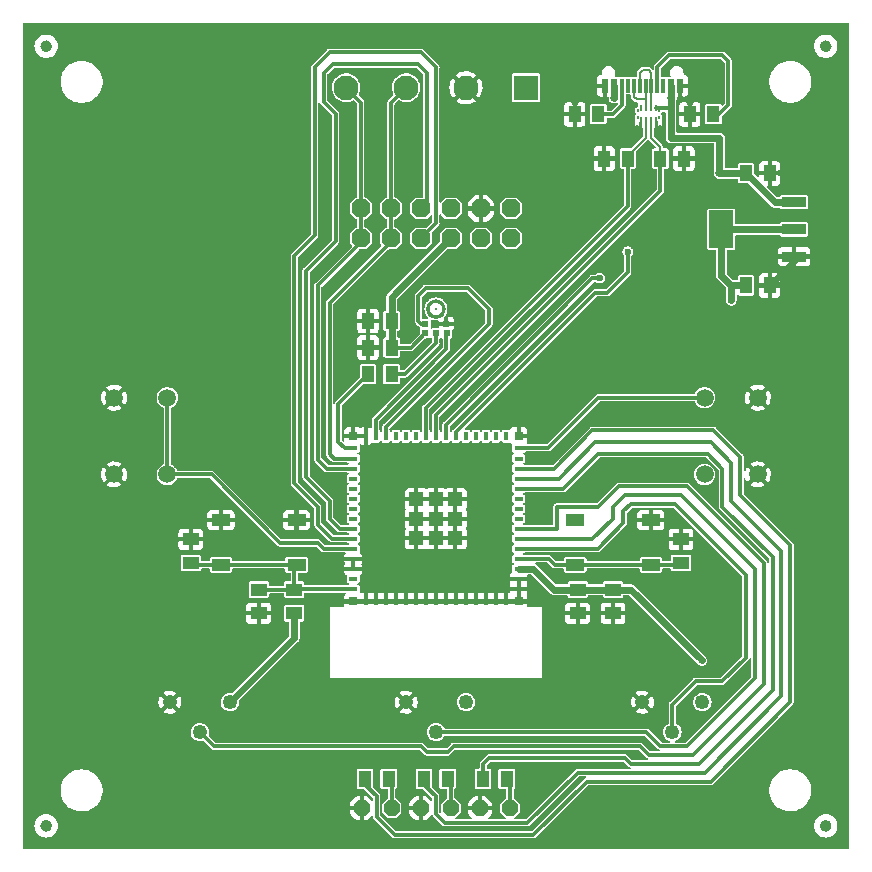
<source format=gbr>
%TF.GenerationSoftware,KiCad,Pcbnew,(6.0.1)*%
%TF.CreationDate,2022-09-28T09:38:13-06:00*%
%TF.ProjectId,SENSORY_BRIDGE,53454e53-4f52-4595-9f42-52494447452e,rev?*%
%TF.SameCoordinates,PX6c3e3acPY8584910*%
%TF.FileFunction,Copper,L1,Top*%
%TF.FilePolarity,Positive*%
%FSLAX46Y46*%
G04 Gerber Fmt 4.6, Leading zero omitted, Abs format (unit mm)*
G04 Created by KiCad (PCBNEW (6.0.1)) date 2022-09-28 09:38:13*
%MOMM*%
%LPD*%
G01*
G04 APERTURE LIST*
G04 Aperture macros list*
%AMOutline5P*
0 Free polygon, 5 corners , with rotation*
0 The origin of the aperture is its center*
0 number of corners: always 5*
0 $1 to $10 corner X, Y*
0 $11 Rotation angle, in degrees counterclockwise*
0 create outline with 5 corners*
4,1,5,$1,$2,$3,$4,$5,$6,$7,$8,$9,$10,$1,$2,$11*%
%AMOutline6P*
0 Free polygon, 6 corners , with rotation*
0 The origin of the aperture is its center*
0 number of corners: always 6*
0 $1 to $12 corner X, Y*
0 $13 Rotation angle, in degrees counterclockwise*
0 create outline with 6 corners*
4,1,6,$1,$2,$3,$4,$5,$6,$7,$8,$9,$10,$11,$12,$1,$2,$13*%
%AMOutline7P*
0 Free polygon, 7 corners , with rotation*
0 The origin of the aperture is its center*
0 number of corners: always 7*
0 $1 to $14 corner X, Y*
0 $15 Rotation angle, in degrees counterclockwise*
0 create outline with 7 corners*
4,1,7,$1,$2,$3,$4,$5,$6,$7,$8,$9,$10,$11,$12,$13,$14,$1,$2,$15*%
%AMOutline8P*
0 Free polygon, 8 corners , with rotation*
0 The origin of the aperture is its center*
0 number of corners: always 8*
0 $1 to $16 corner X, Y*
0 $17 Rotation angle, in degrees counterclockwise*
0 create outline with 8 corners*
4,1,8,$1,$2,$3,$4,$5,$6,$7,$8,$9,$10,$11,$12,$13,$14,$15,$16,$1,$2,$17*%
G04 Aperture macros list end*
%TA.AperFunction,EtchedComponent*%
%ADD10C,0.500000*%
%TD*%
%TA.AperFunction,SMDPad,CuDef*%
%ADD11R,1.100000X1.400000*%
%TD*%
%TA.AperFunction,SMDPad,CuDef*%
%ADD12R,0.800000X0.400000*%
%TD*%
%TA.AperFunction,SMDPad,CuDef*%
%ADD13R,0.400000X0.800000*%
%TD*%
%TA.AperFunction,SMDPad,CuDef*%
%ADD14R,1.200000X1.200000*%
%TD*%
%TA.AperFunction,SMDPad,CuDef*%
%ADD15R,0.800000X0.800000*%
%TD*%
%TA.AperFunction,SMDPad,CuDef*%
%ADD16R,0.203200X0.609600*%
%TD*%
%TA.AperFunction,SMDPad,CuDef*%
%ADD17R,1.600000X1.000000*%
%TD*%
%TA.AperFunction,SMDPad,CuDef*%
%ADD18R,1.400000X1.100000*%
%TD*%
%TA.AperFunction,SMDPad,CuDef*%
%ADD19R,2.066000X0.901600*%
%TD*%
%TA.AperFunction,SMDPad,CuDef*%
%ADD20R,2.066000X3.201600*%
%TD*%
%TA.AperFunction,SMDPad,CuDef*%
%ADD21R,0.600000X1.150000*%
%TD*%
%TA.AperFunction,SMDPad,CuDef*%
%ADD22R,0.300000X1.150000*%
%TD*%
%TA.AperFunction,SMDPad,CuDef*%
%ADD23R,2.180000X2.000000*%
%TD*%
%TA.AperFunction,SMDPad,CuDef*%
%ADD24R,2.180000X1.750000*%
%TD*%
%TA.AperFunction,SMDPad,CuDef*%
%ADD25R,0.609600X0.533400*%
%TD*%
%TA.AperFunction,ComponentPad*%
%ADD26C,0.330200*%
%TD*%
%TA.AperFunction,ComponentPad*%
%ADD27C,1.250000*%
%TD*%
%TA.AperFunction,ComponentPad*%
%ADD28C,1.498000*%
%TD*%
%TA.AperFunction,ComponentPad*%
%ADD29Outline8P,-0.660400X0.330200X-0.330200X0.660400X0.330200X0.660400X0.660400X0.330200X0.660400X-0.330200X0.330200X-0.660400X-0.330200X-0.660400X-0.660400X-0.330200X180.000000*%
%TD*%
%TA.AperFunction,ComponentPad*%
%ADD30R,2.100000X2.100000*%
%TD*%
%TA.AperFunction,ComponentPad*%
%ADD31C,2.100000*%
%TD*%
%TA.AperFunction,ComponentPad*%
%ADD32Outline8P,-0.762000X0.381000X-0.381000X0.762000X0.381000X0.762000X0.762000X0.381000X0.762000X-0.381000X0.381000X-0.762000X-0.381000X-0.762000X-0.762000X-0.381000X180.000000*%
%TD*%
%TA.AperFunction,ViaPad*%
%ADD33C,0.654800*%
%TD*%
%TA.AperFunction,ViaPad*%
%ADD34C,0.600000*%
%TD*%
%TA.AperFunction,Conductor*%
%ADD35C,0.600000*%
%TD*%
%TA.AperFunction,Conductor*%
%ADD36C,0.200000*%
%TD*%
%TA.AperFunction,Conductor*%
%ADD37C,0.300000*%
%TD*%
G04 APERTURE END LIST*
%TO.C,U$4*%
D10*
X68250000Y2000000D02*
G75*
G03*
X68250000Y2000000I-250000J0D01*
G01*
%TO.C,U3*%
G36*
X52235000Y62432500D02*
G01*
X52006400Y62432500D01*
X52006400Y62661100D01*
X52235000Y62661100D01*
X52235000Y62432500D01*
G37*
G36*
X53991400Y62432500D02*
G01*
X53762800Y62432500D01*
X53762800Y62661100D01*
X53991400Y62661100D01*
X53991400Y62432500D01*
G37*
G36*
X53991400Y61838900D02*
G01*
X53762800Y61838900D01*
X53762800Y62067500D01*
X53991400Y62067500D01*
X53991400Y61838900D01*
G37*
G36*
X53991400Y61838900D02*
G01*
X53762800Y61838900D01*
X53762800Y62067500D01*
X53991400Y62067500D01*
X53991400Y61838900D01*
G37*
G36*
X52235000Y61838900D02*
G01*
X52006400Y61838900D01*
X52006400Y62067500D01*
X52235000Y62067500D01*
X52235000Y61838900D01*
G37*
%TO.C,U$1*%
X2250000Y68000000D02*
G75*
G03*
X2250000Y68000000I-250000J0D01*
G01*
%TO.C,U1*%
G36*
X35255141Y46548647D02*
G01*
X35485308Y46431371D01*
X35667971Y46248708D01*
X35785247Y46018541D01*
X35825658Y45763400D01*
X35785247Y45508258D01*
X35667971Y45278088D01*
X35485308Y45095428D01*
X35255141Y44978153D01*
X35000724Y44937856D01*
X34915352Y44941585D01*
X34943027Y45257899D01*
X34999275Y45255444D01*
X35156930Y45280413D01*
X35298503Y45352550D01*
X35410849Y45464896D01*
X35482986Y45606469D01*
X35507841Y45763400D01*
X35482986Y45920333D01*
X35410849Y46061903D01*
X35298503Y46174252D01*
X35156930Y46246386D01*
X34999275Y46271356D01*
X34943027Y46268900D01*
X34915352Y46585215D01*
X35000724Y46588944D01*
X35255141Y46548647D01*
G37*
G36*
X35084648Y46585215D02*
G01*
X35056973Y46268900D01*
X35000725Y46271356D01*
X34843070Y46246386D01*
X34701497Y46174252D01*
X34589151Y46061903D01*
X34517014Y45920333D01*
X34492159Y45763400D01*
X34517014Y45606469D01*
X34589151Y45464896D01*
X34701497Y45352550D01*
X34843070Y45280413D01*
X35000725Y45255444D01*
X35056973Y45257899D01*
X35084648Y44941585D01*
X34999276Y44937856D01*
X34744859Y44978153D01*
X34514692Y45095428D01*
X34332029Y45278088D01*
X34214753Y45508258D01*
X34174342Y45763400D01*
X34214753Y46018541D01*
X34332029Y46248708D01*
X34514692Y46431371D01*
X34744859Y46548647D01*
X34999276Y46588944D01*
X35084648Y46585215D01*
G37*
%TO.C,U$3*%
X2250000Y2000000D02*
G75*
G03*
X2250000Y2000000I-250000J0D01*
G01*
%TO.C,U$2*%
X68250000Y68000000D02*
G75*
G03*
X68250000Y68000000I-250000J0D01*
G01*
%TD*%
D11*
%TO.P,C1,1,1*%
%TO.N,/5V*%
X61250000Y57250000D03*
%TO.P,C1,2,2*%
%TO.N,/GND*%
X63250000Y57250000D03*
%TD*%
D12*
%TO.P,IC1,1,GND_1*%
%TO.N,/GND*%
X42000000Y22050000D03*
%TO.P,IC1,2,GND_2*%
X42000000Y22900000D03*
%TO.P,IC1,3,3V3*%
%TO.N,/3V3*%
X42000000Y23750000D03*
%TO.P,IC1,4,IO0*%
%TO.N,Net-(C9-Pad1)*%
X42000000Y24600000D03*
%TO.P,IC1,5,IO1*%
%TO.N,/PHOTONS_ADC*%
X42000000Y25450000D03*
%TO.P,IC1,6,IO2*%
%TO.N,/BOOST_ADC*%
X42000000Y26300000D03*
%TO.P,IC1,7,IO3*%
%TO.N,/MOOD_ADC*%
X42000000Y27150000D03*
%TO.P,IC1,8,IO4*%
%TO.N,unconnected-(IC1-Pad8)*%
X42000000Y28000000D03*
%TO.P,IC1,9,IO5*%
%TO.N,unconnected-(IC1-Pad9)*%
X42000000Y28850000D03*
%TO.P,IC1,10,IO6*%
%TO.N,unconnected-(IC1-Pad10)*%
X42000000Y29700000D03*
%TO.P,IC1,11,IO7*%
%TO.N,/SWEET_1*%
X42000000Y30550000D03*
%TO.P,IC1,12,IO8*%
%TO.N,/SWEET_2*%
X42000000Y31400000D03*
%TO.P,IC1,13,IO9*%
%TO.N,/SWEET_3*%
X42000000Y32250000D03*
%TO.P,IC1,14,IO10*%
%TO.N,unconnected-(IC1-Pad14)*%
X42000000Y33100000D03*
%TO.P,IC1,15,IO11*%
%TO.N,/NOISE_PIN*%
X42000000Y33950000D03*
D13*
%TO.P,IC1,16,IO12*%
%TO.N,unconnected-(IC1-Pad16)*%
X40950000Y35000000D03*
%TO.P,IC1,17,IO13*%
%TO.N,unconnected-(IC1-Pad17)*%
X40100000Y35000000D03*
%TO.P,IC1,18,IO14*%
%TO.N,unconnected-(IC1-Pad18)*%
X39250000Y35000000D03*
%TO.P,IC1,19,IO15*%
%TO.N,unconnected-(IC1-Pad19)*%
X38400000Y35000000D03*
%TO.P,IC1,20,IO16*%
%TO.N,unconnected-(IC1-Pad20)*%
X37550000Y35000000D03*
%TO.P,IC1,21,IO17*%
%TO.N,/IO17*%
X36700000Y35000000D03*
%TO.P,IC1,22,IO18*%
%TO.N,/IO18*%
X35850000Y35000000D03*
%TO.P,IC1,23,IO19*%
%TO.N,/DN_ESP*%
X35000000Y35000000D03*
%TO.P,IC1,24,IO20*%
%TO.N,/DP_ESP*%
X34150000Y35000000D03*
%TO.P,IC1,25,IO21*%
%TO.N,unconnected-(IC1-Pad25)*%
X33300000Y35000000D03*
%TO.P,IC1,26,IO26*%
%TO.N,unconnected-(IC1-Pad26)*%
X32450000Y35000000D03*
%TO.P,IC1,27,NC*%
%TO.N,unconnected-(IC1-Pad27)*%
X31600000Y35000000D03*
%TO.P,IC1,28,IO33*%
%TO.N,/I2S_BCLK*%
X30750000Y35000000D03*
%TO.P,IC1,29,IO34*%
%TO.N,/I2S_WS*%
X29900000Y35000000D03*
%TO.P,IC1,30,GND_3*%
%TO.N,/GND*%
X29050000Y35000000D03*
D12*
%TO.P,IC1,31,IO35*%
%TO.N,/I2S_DATA*%
X28000000Y33950000D03*
%TO.P,IC1,32,IO36*%
%TO.N,/LED_DATA*%
X28000000Y33100000D03*
%TO.P,IC1,33,IO37*%
%TO.N,/LED_CLOCK*%
X28000000Y32250000D03*
%TO.P,IC1,34,IO38*%
%TO.N,unconnected-(IC1-Pad34)*%
X28000000Y31400000D03*
%TO.P,IC1,35,IO39*%
%TO.N,unconnected-(IC1-Pad35)*%
X28000000Y30550000D03*
%TO.P,IC1,36,IO40*%
%TO.N,unconnected-(IC1-Pad36)*%
X28000000Y29700000D03*
%TO.P,IC1,37,IO41*%
%TO.N,unconnected-(IC1-Pad37)*%
X28000000Y28850000D03*
%TO.P,IC1,38,IO42*%
%TO.N,unconnected-(IC1-Pad38)*%
X28000000Y28000000D03*
%TO.P,IC1,39,TXD0*%
%TO.N,/UART_TX*%
X28000000Y27150000D03*
%TO.P,IC1,40,RXD0*%
%TO.N,/UART_RX*%
X28000000Y26300000D03*
%TO.P,IC1,41,IO45*%
%TO.N,/MODE_PIN*%
X28000000Y25450000D03*
%TO.P,IC1,42,GND_4*%
%TO.N,/GND*%
X28000000Y24600000D03*
%TO.P,IC1,43,GND_5*%
X28000000Y23750000D03*
%TO.P,IC1,44,IO46*%
%TO.N,unconnected-(IC1-Pad44)*%
X28000000Y22900000D03*
%TO.P,IC1,45,EN*%
%TO.N,Net-(C3-Pad1)*%
X28000000Y22050000D03*
D13*
%TO.P,IC1,46,GND_6*%
%TO.N,/GND*%
X29050000Y21000000D03*
%TO.P,IC1,47,GND_7*%
X29900000Y21000000D03*
%TO.P,IC1,48,GND_8*%
X30750000Y21000000D03*
%TO.P,IC1,49,GND_9*%
X31600000Y21000000D03*
%TO.P,IC1,50,GND_10*%
X32450000Y21000000D03*
%TO.P,IC1,51,GND_11*%
X33300000Y21000000D03*
%TO.P,IC1,52,GND_12*%
X34150000Y21000000D03*
%TO.P,IC1,53,GND_13*%
X35000000Y21000000D03*
%TO.P,IC1,54,GND_14*%
X35850000Y21000000D03*
%TO.P,IC1,55,GND_15*%
X36700000Y21000000D03*
%TO.P,IC1,56,GND_16*%
X37550000Y21000000D03*
%TO.P,IC1,57,GND_17*%
X38400000Y21000000D03*
%TO.P,IC1,58,GND_18*%
X39250000Y21000000D03*
%TO.P,IC1,59,GND_19*%
X40100000Y21000000D03*
%TO.P,IC1,60,GND_20*%
X40950000Y21000000D03*
D14*
%TO.P,IC1,61,GND_21*%
X35000000Y28000000D03*
D15*
%TO.P,IC1,62,GND_22*%
X42000000Y21000000D03*
%TO.P,IC1,63,GND_23*%
X42000000Y35000000D03*
%TO.P,IC1,64,GND_24*%
X28000000Y35000000D03*
%TO.P,IC1,65,GND_25*%
X28000000Y21000000D03*
D14*
%TO.P,IC1,66,GND_26*%
X36650000Y26350000D03*
%TO.P,IC1,67,GND_27*%
X36650000Y28000000D03*
%TO.P,IC1,68,GND_28*%
X36650000Y29650000D03*
%TO.P,IC1,69,GND_29*%
X35000000Y29650000D03*
%TO.P,IC1,70,GND_30*%
X33350000Y29650000D03*
%TO.P,IC1,71,GND_31*%
X33350000Y28000000D03*
%TO.P,IC1,72,GND_32*%
X33350000Y26350000D03*
%TO.P,IC1,73,GND_33*%
X35000000Y26350000D03*
%TD*%
D16*
%TO.P,U3,1,VBUS*%
%TO.N,/5V*%
X53673900Y62750000D03*
%TO.P,U3,2,D-_2*%
%TO.N,/DN_USB*%
X53223900Y62750000D03*
%TO.P,U3,3,D+_2*%
%TO.N,/DP_USB*%
X52773900Y62750000D03*
%TO.P,U3,4,ID*%
%TO.N,unconnected-(U3-Pad4)*%
X52323900Y62750000D03*
%TO.P,U3,5,GND_2*%
%TO.N,/GND*%
X52323900Y61750000D03*
%TO.P,U3,6,D+*%
%TO.N,/DP_ESP*%
X52773900Y61750000D03*
%TO.P,U3,7,D-*%
%TO.N,/DN_ESP*%
X53223900Y61750000D03*
%TO.P,U3,8,GND*%
%TO.N,/GND*%
X53673900Y61750000D03*
%TD*%
D17*
%TO.P,SW4,1,1*%
%TO.N,unconnected-(SW4-Pad1)*%
X46800000Y27900000D03*
%TO.P,SW4,2,2*%
%TO.N,/GND*%
X53200000Y27900000D03*
%TO.P,SW4,3,3*%
%TO.N,Net-(C9-Pad1)*%
X46800000Y24100000D03*
%TO.P,SW4,4,4*%
X53200000Y24100000D03*
%TD*%
D18*
%TO.P,C6,1,1*%
%TO.N,Net-(C3-Pad1)*%
X14250000Y24250000D03*
%TO.P,C6,2,2*%
%TO.N,/GND*%
X14250000Y26250000D03*
%TD*%
%TO.P,C3,1,1*%
%TO.N,Net-(C3-Pad1)*%
X20000000Y22000000D03*
%TO.P,C3,2,2*%
%TO.N,/GND*%
X20000000Y20000000D03*
%TD*%
%TO.P,C9,1,1*%
%TO.N,Net-(C9-Pad1)*%
X55750000Y24250000D03*
%TO.P,C9,2,2*%
%TO.N,/GND*%
X55750000Y26250000D03*
%TD*%
D11*
%TO.P,R8,1,1*%
%TO.N,Net-(R8-Pad1)*%
X31250000Y40250000D03*
%TO.P,R8,2,2*%
%TO.N,/I2S_DATA*%
X29250000Y40250000D03*
%TD*%
%TO.P,C10,1,1*%
%TO.N,/3V3*%
X31250000Y44750000D03*
%TO.P,C10,2,2*%
%TO.N,/GND*%
X29250000Y44750000D03*
%TD*%
D18*
%TO.P,C4,1,1*%
%TO.N,/3V3*%
X47000000Y22000000D03*
%TO.P,C4,2,2*%
%TO.N,/GND*%
X47000000Y20000000D03*
%TD*%
%TO.P,R7,1,1*%
%TO.N,Net-(C3-Pad1)*%
X23000000Y22000000D03*
%TO.P,R7,2,2*%
%TO.N,/3V3*%
X23000000Y20000000D03*
%TD*%
D19*
%TO.P,U2,1,GND*%
%TO.N,/GND*%
X65325800Y50200000D03*
%TO.P,U2,2,VO*%
%TO.N,/3V3*%
X65325800Y52500000D03*
%TO.P,U2,3,VI*%
%TO.N,/5V*%
X65325800Y54800000D03*
D20*
%TO.P,U2,4*%
%TO.N,/3V3*%
X59174200Y52500000D03*
%TD*%
D21*
%TO.P,J1,A1/B12,GND*%
%TO.N,/GND*%
X55700000Y64675000D03*
%TO.P,J1,A4/B9,VBUS*%
%TO.N,/5V*%
X54900000Y64675000D03*
D22*
%TO.P,J1,A5,CC1*%
%TO.N,Net-(J1-PadA5)*%
X53750000Y64675000D03*
%TO.P,J1,A6,DP1*%
%TO.N,/DP_USB*%
X52750000Y64675000D03*
%TO.P,J1,A7,DN1*%
%TO.N,/DN_USB*%
X52250000Y64675000D03*
%TO.P,J1,A8,SBU1*%
%TO.N,unconnected-(J1-PadA8)*%
X51250000Y64675000D03*
D21*
%TO.P,J1,B1/A12,GND*%
%TO.N,/GND*%
X49300000Y64675000D03*
%TO.P,J1,B4/A9,VBUS*%
%TO.N,/5V*%
X50100000Y64675000D03*
D22*
%TO.P,J1,B5,CC2*%
%TO.N,Net-(J1-PadB5)*%
X50750000Y64675000D03*
%TO.P,J1,B6,DP2*%
%TO.N,/DP_USB*%
X51750000Y64675000D03*
%TO.P,J1,B7,DN2*%
%TO.N,/DN_USB*%
X53250000Y64675000D03*
%TO.P,J1,B8,SBU2*%
%TO.N,unconnected-(J1-PadB8)*%
X54250000Y64675000D03*
D23*
%TO.P,J1,S1,GND*%
%TO.N,/GND*%
X57610000Y65250000D03*
%TO.P,J1,S2,GND*%
X47390000Y65250000D03*
D24*
%TO.P,J1,S3,GND*%
X57610000Y68930000D03*
%TO.P,J1,S4,GND*%
X47390000Y68930000D03*
%TD*%
D11*
%TO.P,R6,1,1*%
%TO.N,/SWEET_3*%
X29000000Y6000000D03*
%TO.P,R6,2,2*%
%TO.N,Net-(LED3-PadA)*%
X31000000Y6000000D03*
%TD*%
%TO.P,C11,1,1*%
%TO.N,/3V3*%
X31250000Y42500000D03*
%TO.P,C11,2,2*%
%TO.N,/GND*%
X29250000Y42500000D03*
%TD*%
%TO.P,R10,1,1*%
%TO.N,/GND*%
X46750000Y62250000D03*
%TO.P,R10,2,2*%
%TO.N,Net-(J1-PadB5)*%
X48750000Y62250000D03*
%TD*%
D25*
%TO.P,U1,1,WS*%
%TO.N,/I2S_WS*%
X35900000Y43689491D03*
%TO.P,U1,2,SELECT*%
%TO.N,/GND*%
X35889000Y44511400D03*
D26*
%TO.P,U1,3,GND*%
X35000000Y45762000D03*
D25*
%TO.P,U1,4,BCLK*%
%TO.N,/I2S_BCLK*%
X34111000Y44511400D03*
%TO.P,U1,5,VDD*%
%TO.N,/3V3*%
X34100000Y43689491D03*
%TO.P,U1,6,DATA_OUT*%
%TO.N,Net-(R8-Pad1)*%
X35000000Y43689491D03*
%TD*%
D17*
%TO.P,SW3,1,1*%
%TO.N,Net-(C3-Pad1)*%
X23200000Y24100000D03*
%TO.P,SW3,2,2*%
X16800000Y24100000D03*
%TO.P,SW3,3,3*%
%TO.N,/GND*%
X23200000Y27900000D03*
%TO.P,SW3,4,4*%
X16800000Y27900000D03*
%TD*%
D11*
%TO.P,C8,1,1*%
%TO.N,/DN_ESP*%
X54000000Y58500000D03*
%TO.P,C8,2,2*%
%TO.N,/GND*%
X56000000Y58500000D03*
%TD*%
%TO.P,R4,1,1*%
%TO.N,/SWEET_1*%
X39000000Y6000000D03*
%TO.P,R4,2,2*%
%TO.N,Net-(LED1-PadA)*%
X41000000Y6000000D03*
%TD*%
%TO.P,R9,1,1*%
%TO.N,/GND*%
X56500000Y62250000D03*
%TO.P,R9,2,2*%
%TO.N,Net-(J1-PadA5)*%
X58500000Y62250000D03*
%TD*%
%TO.P,C7,1,1*%
%TO.N,/DP_ESP*%
X51250000Y58500000D03*
%TO.P,C7,2,2*%
%TO.N,/GND*%
X49250000Y58500000D03*
%TD*%
%TO.P,C2,1,1*%
%TO.N,/3V3*%
X61250000Y47750000D03*
%TO.P,C2,2,2*%
%TO.N,/GND*%
X63250000Y47750000D03*
%TD*%
D18*
%TO.P,C5,1,1*%
%TO.N,/3V3*%
X50000000Y22000000D03*
%TO.P,C5,2,2*%
%TO.N,/GND*%
X50000000Y20000000D03*
%TD*%
D11*
%TO.P,R5,1,1*%
%TO.N,/SWEET_2*%
X34000000Y6000000D03*
%TO.P,R5,2,2*%
%TO.N,Net-(LED2-PadA)*%
X36000000Y6000000D03*
%TD*%
D27*
%TO.P,R3,1,1*%
%TO.N,/3V3*%
X17555000Y12470000D03*
%TO.P,R3,2,2*%
%TO.N,/MOOD_ADC*%
X15015000Y9930000D03*
%TO.P,R3,3,3*%
%TO.N,/GND*%
X12475000Y12470000D03*
%TD*%
%TO.P,R2,1,1*%
%TO.N,/3V3*%
X37555000Y12470000D03*
%TO.P,R2,2,2*%
%TO.N,/BOOST_ADC*%
X35015000Y9930000D03*
%TO.P,R2,3,3*%
%TO.N,/GND*%
X32475000Y12470000D03*
%TD*%
D28*
%TO.P,SW2,1,1*%
%TO.N,/NOISE_PIN*%
X57750000Y38250000D03*
%TO.P,SW2,2,2*%
X57750000Y31750000D03*
%TO.P,SW2,3,3*%
%TO.N,/GND*%
X62250000Y38250000D03*
%TO.P,SW2,4,4*%
X62250000Y31750000D03*
%TD*%
D29*
%TO.P,LED1,A,A*%
%TO.N,Net-(LED1-PadA)*%
X41270000Y3500000D03*
%TO.P,LED1,K,C*%
%TO.N,/GND*%
X38730000Y3500000D03*
%TD*%
%TO.P,LED2,A,A*%
%TO.N,Net-(LED2-PadA)*%
X36270000Y3500000D03*
%TO.P,LED2,K,C*%
%TO.N,/GND*%
X33730000Y3500000D03*
%TD*%
D30*
%TO.P,J2,1,1*%
%TO.N,/5V*%
X42625000Y64500000D03*
D31*
%TO.P,J2,2,2*%
%TO.N,/GND*%
X37545000Y64500000D03*
%TO.P,J2,3,3*%
%TO.N,/LED_DATA*%
X32465000Y64500000D03*
%TO.P,J2,4,4*%
%TO.N,/LED_CLOCK*%
X27385000Y64500000D03*
%TD*%
D32*
%TO.P,JP1,1,1*%
%TO.N,/IO17*%
X41350000Y51730000D03*
%TO.P,JP1,2,2*%
%TO.N,/5V*%
X41350000Y54270000D03*
%TO.P,JP1,3,3*%
%TO.N,/IO18*%
X38810000Y51730000D03*
%TO.P,JP1,4,4*%
%TO.N,/GND*%
X38810000Y54270000D03*
%TO.P,JP1,5,5*%
%TO.N,/3V3*%
X36270000Y51730000D03*
%TO.P,JP1,6,6*%
X36270000Y54270000D03*
%TO.P,JP1,7,7*%
%TO.N,/UART_RX*%
X33730000Y51730000D03*
%TO.P,JP1,8,8*%
%TO.N,/UART_TX*%
X33730000Y54270000D03*
%TO.P,JP1,9,9*%
%TO.N,/LED_DATA*%
X31190000Y51730000D03*
%TO.P,JP1,10,10*%
X31190000Y54270000D03*
%TO.P,JP1,11,11*%
%TO.N,/LED_CLOCK*%
X28650000Y51730000D03*
%TO.P,JP1,12,12*%
X28650000Y54270000D03*
%TD*%
D27*
%TO.P,R1,1,1*%
%TO.N,/3V3*%
X57555000Y12470000D03*
%TO.P,R1,2,2*%
%TO.N,/PHOTONS_ADC*%
X55015000Y9930000D03*
%TO.P,R1,3,3*%
%TO.N,/GND*%
X52475000Y12470000D03*
%TD*%
D29*
%TO.P,LED3,A,A*%
%TO.N,Net-(LED3-PadA)*%
X31270000Y3500000D03*
%TO.P,LED3,K,C*%
%TO.N,/GND*%
X28730000Y3500000D03*
%TD*%
D28*
%TO.P,SW1,1,1*%
%TO.N,/MODE_PIN*%
X12250000Y31750000D03*
%TO.P,SW1,2,2*%
X12250000Y38250000D03*
%TO.P,SW1,3,3*%
%TO.N,/GND*%
X7750000Y31750000D03*
%TO.P,SW1,4,4*%
X7750000Y38250000D03*
%TD*%
D33*
%TO.N,/GND*%
X1000000Y65000000D03*
X59000000Y1000000D03*
X1000000Y33000000D03*
X43000000Y69000000D03*
D34*
X57750000Y64500000D03*
D33*
X54000000Y61000000D03*
X69000000Y11000000D03*
X69000000Y17000000D03*
X1000000Y7000000D03*
X69000000Y39000000D03*
X69000000Y51000000D03*
X33000000Y69000000D03*
X25750000Y61750000D03*
X23000000Y1000000D03*
X65000000Y69000000D03*
X44500000Y19000000D03*
X69000000Y43000000D03*
X23000000Y69000000D03*
X65322479Y49033004D03*
D34*
X57250000Y68500000D03*
D33*
X5000000Y69000000D03*
X69000000Y63000000D03*
X69000000Y15000000D03*
X25000000Y69000000D03*
D34*
X51250000Y31750000D03*
D33*
X53500000Y11000000D03*
X9000000Y1000000D03*
X1000000Y9000000D03*
X15000000Y1000000D03*
X69000000Y19000000D03*
X69000000Y25000000D03*
X55000000Y1000000D03*
X57000000Y1000000D03*
X48000000Y58500000D03*
X1000000Y57000000D03*
X30000000Y64500000D03*
X69000000Y53000000D03*
D34*
X58250000Y69000000D03*
D33*
X27000000Y69000000D03*
X69000000Y5000000D03*
X69000000Y7000000D03*
X11000000Y1000000D03*
X1000000Y5000000D03*
D34*
X47250000Y65500000D03*
D33*
X15000000Y69000000D03*
X1000000Y35000000D03*
X39000000Y69000000D03*
D34*
X47250000Y64500000D03*
D33*
X69000000Y31000000D03*
D34*
X57750000Y65500000D03*
D33*
X69000000Y29000000D03*
D34*
X15750000Y59000000D03*
D33*
X56500000Y63250000D03*
X19000000Y69000000D03*
D34*
X47750000Y68500000D03*
D33*
X49000000Y1000000D03*
X7000000Y69000000D03*
X1000000Y13000000D03*
X1000000Y23000000D03*
X1000000Y11000000D03*
X1000000Y31000000D03*
D34*
X23000000Y56250000D03*
D33*
X61000000Y1000000D03*
X1000000Y55000000D03*
X53000000Y1000000D03*
X1000000Y15000000D03*
X1000000Y47000000D03*
X9000000Y69000000D03*
X7000000Y1000000D03*
X69000000Y55000000D03*
X1000000Y61000000D03*
X52500000Y69000000D03*
X1000000Y17000000D03*
X29000000Y69000000D03*
X52000000Y61000000D03*
X69000000Y57000000D03*
X65000000Y1000000D03*
X69000000Y35000000D03*
X17000000Y69000000D03*
X64250000Y57250000D03*
X37000000Y69000000D03*
D34*
X44750000Y1000000D03*
D33*
X41000000Y69000000D03*
X25500000Y19000000D03*
X1000000Y29000000D03*
X1000000Y43000000D03*
X50500000Y69000000D03*
X1000000Y51000000D03*
X1000000Y53000000D03*
X35000000Y69000000D03*
X67027878Y50194440D03*
X46750000Y63250000D03*
X69000000Y21000000D03*
X69000000Y33000000D03*
X69000000Y61000000D03*
D34*
X17000000Y56250000D03*
D33*
X47000000Y1000000D03*
D34*
X18750000Y31750000D03*
D33*
X52500000Y57000000D03*
X1000000Y25000000D03*
X32500000Y53000000D03*
X1000000Y49000000D03*
X1000000Y21000000D03*
X69000000Y49000000D03*
X19000000Y1000000D03*
X69000000Y65000000D03*
X31000000Y69000000D03*
X69000000Y37000000D03*
X1000000Y27000000D03*
X63000000Y1000000D03*
X13000000Y69000000D03*
X27000000Y24250000D03*
X57250000Y58500000D03*
X69000000Y47000000D03*
X1000000Y41000000D03*
X69000000Y23000000D03*
X1000000Y39000000D03*
X69000000Y27000000D03*
X63000000Y69000000D03*
X25000000Y1000000D03*
X54500000Y69000000D03*
D34*
X46750000Y69000000D03*
D33*
X1000000Y37000000D03*
X1000000Y19000000D03*
X69000000Y41000000D03*
X69000000Y59000000D03*
X51000000Y1000000D03*
X17000000Y1000000D03*
X13000000Y1000000D03*
X42750000Y62250000D03*
X11000000Y69000000D03*
X69000000Y9000000D03*
X5000000Y1000000D03*
X21000000Y1000000D03*
X1000000Y59000000D03*
X69000000Y13000000D03*
X1000000Y45000000D03*
X64250000Y47750000D03*
D34*
X37250000Y45750000D03*
D33*
X69000000Y45000000D03*
X1000000Y63000000D03*
D34*
X32750000Y45750000D03*
D33*
X56500000Y11000000D03*
X21000000Y69000000D03*
%TO.N,/5V*%
X54900000Y63625000D03*
X50100000Y63650000D03*
X59000000Y57250000D03*
D34*
%TO.N,/3V3*%
X57500000Y16000000D03*
X60000000Y46500000D03*
%TO.N,/IO17*%
X51250000Y50625000D03*
%TO.N,/IO18*%
X48875000Y48375000D03*
%TD*%
D35*
%TO.N,/GND*%
X65325800Y49825800D02*
X63250000Y47750000D01*
X65325800Y50200000D02*
X65325800Y49825800D01*
%TO.N,/3V3*%
X65325800Y52500000D02*
X59174200Y52500000D01*
X59174200Y52500000D02*
X59174200Y48575800D01*
X59174200Y48575800D02*
X60000000Y47750000D01*
%TO.N,/5V*%
X63700000Y54800000D02*
X61250000Y57250000D01*
X65325800Y54800000D02*
X63700000Y54800000D01*
X59000000Y57250000D02*
X59000000Y60250000D01*
X59000000Y60250000D02*
X54900000Y60250000D01*
X54900000Y60250000D02*
X54900000Y62750000D01*
D36*
%TO.N,/DN_USB*%
X52250000Y65750000D02*
X52250000Y64675000D01*
X53250000Y64675000D02*
X53250000Y65750000D01*
X52500000Y66000000D02*
X53000000Y66000000D01*
X52500000Y66000000D02*
X52250000Y65750000D01*
X53250000Y65750000D02*
X53000000Y66000000D01*
D37*
%TO.N,/GND*%
X47965000Y64675000D02*
X47390000Y65250000D01*
X55700000Y64675000D02*
X57035000Y64675000D01*
X57035000Y64675000D02*
X57610000Y65250000D01*
X49300000Y64675000D02*
X47965000Y64675000D01*
D35*
%TO.N,/5V*%
X54900000Y62850000D02*
X54900000Y63625000D01*
X54900000Y63625000D02*
X54900000Y64675000D01*
X61250000Y57250000D02*
X59000000Y57250000D01*
X54900000Y62750000D02*
X54900000Y62850000D01*
D37*
X53673900Y62750000D02*
X54900000Y62750000D01*
D35*
X50100000Y64675000D02*
X50100000Y63650000D01*
%TO.N,/3V3*%
X57500000Y16000000D02*
X51500000Y22000000D01*
D37*
X31250000Y42500000D02*
X32910509Y42500000D01*
D35*
X61250000Y47750000D02*
X60000000Y47750000D01*
X31250000Y46750000D02*
X31250000Y44750000D01*
X50000000Y22000000D02*
X47000000Y22000000D01*
X51500000Y22000000D02*
X50000000Y22000000D01*
X36270000Y51730000D02*
X36230000Y51730000D01*
X17555000Y12470000D02*
X23000000Y17915000D01*
X31250000Y44750000D02*
X31250000Y42500000D01*
X43250000Y23750000D02*
X42000000Y23750000D01*
X60000000Y47750000D02*
X60000000Y46500000D01*
X23000000Y17915000D02*
X23000000Y20000000D01*
X47000000Y22000000D02*
X45000000Y22000000D01*
D37*
X34100000Y43689490D02*
X32910509Y42500000D01*
D35*
X36230000Y51730000D02*
X31250000Y46750000D01*
X45000000Y22000000D02*
X43250000Y23750000D01*
D37*
%TO.N,Net-(C3-Pad1)*%
X23050000Y22050000D02*
X23000000Y22000000D01*
X23000000Y23900000D02*
X23200000Y24100000D01*
X28000000Y22050000D02*
X23050000Y22050000D01*
X23200000Y24100000D02*
X16800000Y24100000D01*
X23000000Y22000000D02*
X23000000Y23900000D01*
X23000000Y22000000D02*
X20000000Y22000000D01*
X14250000Y24250000D02*
X14400000Y24100000D01*
X14400000Y24100000D02*
X16800000Y24100000D01*
%TO.N,/UART_TX*%
X26000000Y28000000D02*
X26000000Y29500000D01*
X34230000Y62770000D02*
X34230000Y54770000D01*
X28000000Y27150000D02*
X26850000Y27150000D01*
X34250000Y65750000D02*
X34250000Y62790000D01*
X24000000Y49000000D02*
X26500000Y51500000D01*
X26850000Y27150000D02*
X26000000Y28000000D01*
X26500000Y51500000D02*
X26500000Y62250000D01*
X34230000Y54770000D02*
X33730000Y54270000D01*
X25500000Y65750000D02*
X25500000Y63250000D01*
X33500000Y66500000D02*
X34250000Y65750000D01*
X24000000Y31500000D02*
X24000000Y49000000D01*
X25500000Y63250000D02*
X26500000Y62250000D01*
X25500000Y65750000D02*
X26250000Y66500000D01*
X26250000Y66500000D02*
X33500000Y66500000D01*
X26000000Y29500000D02*
X24000000Y31500000D01*
X34250000Y62790000D02*
X34230000Y62770000D01*
%TO.N,/UART_RX*%
X23000000Y31000000D02*
X25000000Y29000000D01*
X23000000Y50250000D02*
X23000000Y31000000D01*
X35000000Y66250000D02*
X33750000Y67500000D01*
X24750000Y66250000D02*
X24750000Y52000000D01*
X24750000Y52000000D02*
X23000000Y50250000D01*
X25000000Y29000000D02*
X25000000Y27500000D01*
X35000000Y53000000D02*
X35000000Y66250000D01*
X25000000Y27500000D02*
X26200000Y26300000D01*
X26000000Y67500000D02*
X24750000Y66250000D01*
X33730000Y51730000D02*
X35000000Y53000000D01*
X26200000Y26300000D02*
X28000000Y26300000D01*
X33750000Y67500000D02*
X26000000Y67500000D01*
%TO.N,Net-(C9-Pad1)*%
X45050000Y24100000D02*
X46800000Y24100000D01*
X45050000Y24100000D02*
X44550000Y24600000D01*
X42000000Y24600000D02*
X44550000Y24600000D01*
X55600000Y24100000D02*
X55750000Y24250000D01*
X53200000Y24100000D02*
X55600000Y24100000D01*
X46800000Y24100000D02*
X53200000Y24100000D01*
%TO.N,/MODE_PIN*%
X16000000Y31750000D02*
X12250000Y31750000D01*
X25500000Y25450000D02*
X25000000Y25950000D01*
X12250000Y31750000D02*
X12250000Y38250000D01*
X28000000Y25450000D02*
X25500000Y25450000D01*
X25000000Y25950000D02*
X21800000Y25950000D01*
X21800000Y25950000D02*
X16000000Y31750000D01*
%TO.N,/LED_DATA*%
X31190000Y51440000D02*
X31190000Y51730000D01*
X26000000Y46250000D02*
X31190000Y51440000D01*
X26000000Y33500000D02*
X26400000Y33100000D01*
X31190000Y63225000D02*
X32465000Y64500000D01*
X26000000Y46250000D02*
X26000000Y33500000D01*
X26400000Y33100000D02*
X28000000Y33100000D01*
X31190000Y54270000D02*
X31190000Y63225000D01*
X31190000Y51730000D02*
X31190000Y54270000D01*
%TO.N,/LED_CLOCK*%
X28650000Y51400000D02*
X28650000Y51730000D01*
X25000000Y47750000D02*
X25000000Y33000000D01*
X28650000Y54270000D02*
X28650000Y63235000D01*
X25750000Y32250000D02*
X28000000Y32250000D01*
X25000000Y33000000D02*
X25750000Y32250000D01*
X28650000Y63235000D02*
X27385000Y64500000D01*
X28650000Y51730000D02*
X28650000Y54270000D01*
X25000000Y47750000D02*
X28650000Y51400000D01*
%TO.N,/PHOTONS_ADC*%
X51500000Y29250000D02*
X55250000Y29250000D01*
X55250000Y29250000D02*
X61250000Y23250000D01*
X61250000Y23250000D02*
X61250000Y16250000D01*
X50875000Y28625000D02*
X51500000Y29250000D01*
X42000000Y25450000D02*
X48700000Y25450000D01*
X57000000Y14250000D02*
X55015000Y12265000D01*
X55015000Y9930000D02*
X55015000Y12265000D01*
X50875000Y27625000D02*
X50875000Y28625000D01*
X59250000Y14250000D02*
X57000000Y14250000D01*
X61250000Y16250000D02*
X59250000Y14250000D01*
X50875000Y27625000D02*
X48700000Y25450000D01*
%TO.N,/BOOST_ADC*%
X48250000Y26250000D02*
X50000000Y28000000D01*
X56250000Y8750000D02*
X54000000Y8750000D01*
X50000000Y29000000D02*
X51000000Y30000000D01*
X52820000Y9930000D02*
X35015000Y9930000D01*
X54000000Y8750000D02*
X52820000Y9930000D01*
X62000000Y23750000D02*
X62000000Y14500000D01*
X42000000Y26300000D02*
X42050000Y26250000D01*
X48250000Y26250000D02*
X42050000Y26250000D01*
X51000000Y30000000D02*
X55750000Y30000000D01*
X55750000Y30000000D02*
X62000000Y23750000D01*
X50000000Y28000000D02*
X50000000Y29000000D01*
X62000000Y14500000D02*
X56250000Y8750000D01*
%TO.N,/MOOD_ADC*%
X50500000Y30750000D02*
X56250000Y30750000D01*
X52250000Y8750000D02*
X36500000Y8750000D01*
X56750000Y8000000D02*
X53000000Y8000000D01*
X16195000Y8750000D02*
X15015000Y9930000D01*
X56250000Y30750000D02*
X62750000Y24250000D01*
X45250000Y27150000D02*
X45250000Y29000000D01*
X62750000Y14000000D02*
X56750000Y8000000D01*
X62750000Y24250000D02*
X62750000Y14000000D01*
X36500000Y8750000D02*
X36000000Y8250000D01*
X48750000Y29000000D02*
X50500000Y30750000D01*
X53000000Y8000000D02*
X52250000Y8750000D01*
X34250000Y8250000D02*
X33750000Y8750000D01*
X36000000Y8250000D02*
X34250000Y8250000D01*
X45250000Y29000000D02*
X48750000Y29000000D01*
X42000000Y27150000D02*
X45250000Y27150000D01*
X33750000Y8750000D02*
X16195000Y8750000D01*
%TO.N,Net-(R8-Pad1)*%
X35000000Y42875000D02*
X32375000Y40250000D01*
X32375000Y40250000D02*
X31250000Y40250000D01*
X35000000Y43689490D02*
X35000000Y42875000D01*
%TO.N,/I2S_DATA*%
X27300000Y33950000D02*
X28000000Y33950000D01*
X26750000Y37750000D02*
X26750000Y34500000D01*
X26750000Y34500000D02*
X27300000Y33950000D01*
X29250000Y40250000D02*
X26750000Y37750000D01*
%TO.N,/I2S_BCLK*%
X39500000Y44500000D02*
X30750000Y35750000D01*
X30750000Y35750000D02*
X30750000Y35000000D01*
X33738600Y44511400D02*
X33500000Y44750000D01*
X33500000Y46875000D02*
X34125000Y47500000D01*
X39500000Y45750000D02*
X39500000Y44500000D01*
X33500000Y44750000D02*
X33500000Y46875000D01*
X37750000Y47500000D02*
X39500000Y45750000D01*
X34111000Y44511400D02*
X33738600Y44511400D01*
X34125000Y47500000D02*
X37750000Y47500000D01*
%TO.N,/I2S_WS*%
X35875000Y43664490D02*
X35875000Y42375000D01*
X35875000Y42375000D02*
X29900000Y36400000D01*
X35900000Y43689490D02*
X35875000Y43664490D01*
X29900000Y35000000D02*
X29900000Y36400000D01*
%TO.N,Net-(LED1-PadA)*%
X41270000Y5730000D02*
X41000000Y6000000D01*
X41270000Y3500000D02*
X41270000Y5730000D01*
%TO.N,Net-(LED2-PadA)*%
X36270000Y3500000D02*
X36270000Y5730000D01*
X36270000Y5730000D02*
X36000000Y6000000D01*
%TO.N,Net-(LED3-PadA)*%
X31270000Y5730000D02*
X31000000Y6000000D01*
X31270000Y3500000D02*
X31270000Y5730000D01*
%TO.N,/SWEET_1*%
X58000000Y33500000D02*
X59250000Y32250000D01*
X57250000Y7250000D02*
X51500000Y7250000D01*
X63500000Y24750000D02*
X63500000Y13500000D01*
X42000000Y30550000D02*
X45800000Y30550000D01*
X59250000Y29000000D02*
X63500000Y24750000D01*
X45800000Y30550000D02*
X48750000Y33500000D01*
X39000000Y7250000D02*
X39000000Y6000000D01*
X59250000Y32250000D02*
X59250000Y29000000D01*
X51000000Y7750000D02*
X39500000Y7750000D01*
X51500000Y7250000D02*
X51000000Y7750000D01*
X39500000Y7750000D02*
X39000000Y7250000D01*
X48750000Y33500000D02*
X58000000Y33500000D01*
X63500000Y13500000D02*
X57250000Y7250000D01*
%TO.N,/SWEET_2*%
X35750000Y2250000D02*
X35000000Y3000000D01*
X60000000Y32750000D02*
X60000000Y29500000D01*
X35000000Y4500000D02*
X34000000Y5500000D01*
X58250000Y34500000D02*
X60000000Y32750000D01*
X42750000Y2250000D02*
X35750000Y2250000D01*
X42000000Y31400000D02*
X45400000Y31400000D01*
X60000000Y29500000D02*
X64250000Y25250000D01*
X47000000Y6500000D02*
X42750000Y2250000D01*
X35000000Y3000000D02*
X35000000Y4500000D01*
X64250000Y25250000D02*
X64250000Y13000000D01*
X48500000Y34500000D02*
X58250000Y34500000D01*
X34000000Y5500000D02*
X34000000Y6000000D01*
X57750000Y6500000D02*
X47000000Y6500000D01*
X45400000Y31400000D02*
X48500000Y34500000D01*
X64250000Y13000000D02*
X57750000Y6500000D01*
%TO.N,/SWEET_3*%
X42000000Y32250000D02*
X45000000Y32250000D01*
X45000000Y32250000D02*
X48250000Y35500000D01*
X29000000Y5500000D02*
X29000000Y6000000D01*
X48250000Y35500000D02*
X58500000Y35500000D01*
X31500000Y1250000D02*
X30000000Y2750000D01*
X65000000Y12500000D02*
X58250000Y5750000D01*
X30000000Y2750000D02*
X30000000Y4500000D01*
X43250000Y1250000D02*
X31500000Y1250000D01*
X47750000Y5750000D02*
X43250000Y1250000D01*
X60750000Y33250000D02*
X60750000Y30000000D01*
X30000000Y4500000D02*
X29000000Y5500000D01*
X58500000Y35500000D02*
X60750000Y33250000D01*
X58250000Y5750000D02*
X47750000Y5750000D01*
X65000000Y25750000D02*
X65000000Y12500000D01*
X60750000Y30000000D02*
X65000000Y25750000D01*
%TO.N,/NOISE_PIN*%
X42050000Y34000000D02*
X44500000Y34000000D01*
X44500000Y34000000D02*
X48750000Y38250000D01*
X48750000Y38250000D02*
X57750000Y38250000D01*
X42000000Y33950000D02*
X42050000Y34000000D01*
%TO.N,Net-(J1-PadB5)*%
X48750000Y62250000D02*
X50002400Y62250000D01*
X50750000Y64675000D02*
X50752400Y64672600D01*
X50752400Y63000000D02*
X50002400Y62250000D01*
X50752400Y64672600D02*
X50752400Y63000000D01*
%TO.N,Net-(J1-PadA5)*%
X59000000Y62250000D02*
X58500000Y62250000D01*
X53750000Y66250000D02*
X54750000Y67250000D01*
X53750000Y64675000D02*
X53750000Y66250000D01*
X59250000Y67250000D02*
X59750000Y66750000D01*
X59750000Y63000000D02*
X59000000Y62250000D01*
X59750000Y66750000D02*
X59750000Y63000000D01*
X54750000Y67250000D02*
X59250000Y67250000D01*
%TO.N,/IO17*%
X36700000Y35000000D02*
X36725000Y35025000D01*
X36687500Y35312500D02*
X48500000Y47125000D01*
X48500000Y47125000D02*
X49500000Y47125000D01*
X36687500Y35312500D02*
X36687500Y35062500D01*
X36725000Y35025000D02*
X36687500Y35062500D01*
X51250000Y50625000D02*
X51250000Y48875000D01*
X51250000Y48875000D02*
X49500000Y47125000D01*
%TO.N,/IO18*%
X48250000Y48375000D02*
X48875000Y48375000D01*
X35850000Y35000000D02*
X35850000Y35975000D01*
X35850000Y35975000D02*
X48250000Y48375000D01*
D36*
%TO.N,/DP_USB*%
X52750000Y64675000D02*
X52775000Y64650000D01*
X51750000Y63750000D02*
X51750000Y64675000D01*
X52000000Y63500000D02*
X52775000Y63500000D01*
X51750000Y63750000D02*
X52000000Y63500000D01*
X52775000Y64650000D02*
X52775000Y63500000D01*
X52775000Y63500000D02*
X52775000Y62750000D01*
%TO.N,/DN_USB*%
X53250000Y64675000D02*
X53225000Y64650000D01*
X53225000Y64650000D02*
X53225000Y62750000D01*
D37*
%TO.N,/DN_ESP*%
X35000000Y36750000D02*
X35000000Y35000000D01*
D36*
X53225000Y61750000D02*
X53225000Y60275000D01*
X54000000Y59500000D02*
X54000000Y58500000D01*
X54000000Y59500000D02*
X53225000Y60275000D01*
D37*
X54000000Y55750000D02*
X54000000Y58500000D01*
X35000000Y36750000D02*
X54000000Y55750000D01*
D36*
%TO.N,/DP_ESP*%
X52775000Y60275000D02*
X51250000Y58750000D01*
D37*
X51250000Y54500000D02*
X34125000Y37375000D01*
D36*
X52775000Y61750000D02*
X52775000Y60275000D01*
X51250000Y58500000D02*
X51250000Y58750000D01*
D37*
X34150000Y35000000D02*
X34125000Y35025000D01*
X34125000Y37375000D02*
X34125000Y35025000D01*
X51250000Y58500000D02*
X51250000Y54500000D01*
%TD*%
%TA.AperFunction,Conductor*%
%TO.N,/GND*%
G36*
X69973066Y69982187D02*
G01*
X69998376Y69938350D01*
X69999500Y69925500D01*
X69999500Y74500D01*
X69982187Y26934D01*
X69938350Y1624D01*
X69925500Y500D01*
X74500Y500D01*
X26934Y17813D01*
X1624Y61650D01*
X500Y74500D01*
X500Y2000000D01*
X1000000Y2000000D01*
X1015192Y1826352D01*
X1060307Y1657980D01*
X1061672Y1655053D01*
X1132609Y1502928D01*
X1132612Y1502922D01*
X1133975Y1500000D01*
X1233956Y1357212D01*
X1357212Y1233956D01*
X1500000Y1133975D01*
X1502922Y1132612D01*
X1502928Y1132609D01*
X1627052Y1074729D01*
X1657980Y1060307D01*
X1826352Y1015192D01*
X2000000Y1000000D01*
X2003223Y1000282D01*
X2170425Y1014910D01*
X2173648Y1015192D01*
X2342020Y1060307D01*
X2372948Y1074729D01*
X2497072Y1132609D01*
X2497078Y1132612D01*
X2500000Y1133975D01*
X2642788Y1233956D01*
X2766044Y1357212D01*
X2866025Y1500000D01*
X2867388Y1502922D01*
X2867391Y1502928D01*
X2938328Y1655053D01*
X2939693Y1657980D01*
X2984808Y1826352D01*
X3000000Y2000000D01*
X2984808Y2173648D01*
X2939693Y2342020D01*
X2870764Y2489838D01*
X2867391Y2497072D01*
X2867388Y2497078D01*
X2866025Y2500000D01*
X2849121Y2524142D01*
X2767899Y2640139D01*
X2767898Y2640140D01*
X2766044Y2642788D01*
X2642788Y2766044D01*
X2593336Y2800671D01*
X2502648Y2864171D01*
X2502647Y2864172D01*
X2500000Y2866025D01*
X2497078Y2867388D01*
X2497072Y2867391D01*
X2344947Y2938328D01*
X2344948Y2938328D01*
X2342020Y2939693D01*
X2173648Y2984808D01*
X2000000Y3000000D01*
X1826352Y2984808D01*
X1657980Y2939693D01*
X1655052Y2938328D01*
X1655053Y2938328D01*
X1502928Y2867391D01*
X1502922Y2867388D01*
X1500000Y2866025D01*
X1497353Y2864172D01*
X1497352Y2864171D01*
X1406665Y2800671D01*
X1357212Y2766044D01*
X1233956Y2642788D01*
X1232102Y2640140D01*
X1232101Y2640139D01*
X1150879Y2524142D01*
X1133975Y2500000D01*
X1132612Y2497078D01*
X1132609Y2497072D01*
X1129236Y2489838D01*
X1060307Y2342020D01*
X1015192Y2173648D01*
X1000000Y2000000D01*
X500Y2000000D01*
X500Y3129454D01*
X27719600Y3129454D01*
X27719845Y3125214D01*
X27723402Y3094494D01*
X27725972Y3084615D01*
X27766702Y2986528D01*
X27771891Y2977727D01*
X27790776Y2953985D01*
X27793560Y2950866D01*
X28180841Y2563585D01*
X28184025Y2560749D01*
X28208249Y2541552D01*
X28217051Y2536383D01*
X28315208Y2495826D01*
X28325108Y2493270D01*
X28355229Y2489838D01*
X28359426Y2489600D01*
X28541952Y2489600D01*
X28551948Y2493238D01*
X28555000Y2498525D01*
X28555000Y3311952D01*
X28551362Y3321948D01*
X28546075Y3325000D01*
X27732648Y3325000D01*
X27722652Y3321362D01*
X27719600Y3316075D01*
X27719600Y3129454D01*
X500Y3129454D01*
X500Y4891304D01*
X3222842Y4891304D01*
X3258429Y4629818D01*
X3259195Y4627190D01*
X3330532Y4382444D01*
X3332275Y4376463D01*
X3333421Y4373978D01*
X3333421Y4373977D01*
X3376180Y4281225D01*
X3442758Y4136807D01*
X3444262Y4134513D01*
X3579907Y3927620D01*
X3587451Y3916113D01*
X3589279Y3914065D01*
X3589282Y3914061D01*
X3653860Y3841708D01*
X3763175Y3719231D01*
X3966071Y3550484D01*
X3968413Y3549063D01*
X3968417Y3549060D01*
X4012098Y3522554D01*
X4191679Y3413582D01*
X4194208Y3412521D01*
X4194211Y3412520D01*
X4410202Y3321948D01*
X4435046Y3311530D01*
X4690823Y3246570D01*
X4754270Y3240181D01*
X4908161Y3224685D01*
X4908170Y3224685D01*
X4910003Y3224500D01*
X5067001Y3224500D01*
X5068343Y3224600D01*
X5068350Y3224600D01*
X5260443Y3238875D01*
X5260446Y3238875D01*
X5263172Y3239078D01*
X5520562Y3297319D01*
X5766516Y3392966D01*
X5995631Y3523916D01*
X6202874Y3687293D01*
X6203584Y3688048D01*
X27719600Y3688048D01*
X27723238Y3678052D01*
X27728525Y3675000D01*
X28541952Y3675000D01*
X28551948Y3678638D01*
X28555000Y3683925D01*
X28555000Y4497352D01*
X28551362Y4507348D01*
X28546075Y4510400D01*
X28359454Y4510400D01*
X28355214Y4510155D01*
X28324494Y4506598D01*
X28314615Y4504028D01*
X28216528Y4463298D01*
X28207727Y4458109D01*
X28183985Y4439224D01*
X28180866Y4436440D01*
X27793585Y4049159D01*
X27790749Y4045975D01*
X27771552Y4021751D01*
X27766383Y4012949D01*
X27725826Y3914792D01*
X27723270Y3904892D01*
X27719838Y3874771D01*
X27719600Y3870574D01*
X27719600Y3688048D01*
X6203584Y3688048D01*
X6383692Y3879508D01*
X6534113Y4096339D01*
X6623036Y4276658D01*
X6649616Y4330557D01*
X6649616Y4330558D01*
X6650831Y4333021D01*
X6651667Y4335632D01*
X6651670Y4335640D01*
X6730444Y4581731D01*
X6731284Y4584355D01*
X6773704Y4844821D01*
X6774313Y4891304D01*
X6777122Y5105951D01*
X6777158Y5108696D01*
X6741571Y5370182D01*
X6718558Y5449136D01*
X6668492Y5620907D01*
X6668490Y5620912D01*
X6667725Y5623537D01*
X6557242Y5863193D01*
X6502998Y5945929D01*
X6414056Y6081589D01*
X6414053Y6081592D01*
X6412549Y6083887D01*
X6385628Y6114050D01*
X6238656Y6278718D01*
X6238653Y6278721D01*
X6236825Y6280769D01*
X6208808Y6304071D01*
X6036040Y6447760D01*
X6033929Y6449516D01*
X6031587Y6450937D01*
X6031583Y6450940D01*
X5810668Y6584994D01*
X5810666Y6584995D01*
X5808321Y6586418D01*
X5805792Y6587479D01*
X5805789Y6587480D01*
X5567482Y6687410D01*
X5567481Y6687410D01*
X5564954Y6688470D01*
X5309177Y6753430D01*
X5232757Y6761125D01*
X5091839Y6775315D01*
X5091830Y6775315D01*
X5089997Y6775500D01*
X4932999Y6775500D01*
X4931657Y6775400D01*
X4931650Y6775400D01*
X4739557Y6761125D01*
X4739554Y6761125D01*
X4736828Y6760922D01*
X4734155Y6760317D01*
X4734154Y6760317D01*
X4691843Y6750743D01*
X4479438Y6702681D01*
X4233484Y6607034D01*
X4004369Y6476084D01*
X3797126Y6312707D01*
X3616308Y6120492D01*
X3465887Y5903661D01*
X3349169Y5666979D01*
X3348333Y5664368D01*
X3348330Y5664360D01*
X3278785Y5447100D01*
X3268716Y5415645D01*
X3226296Y5155179D01*
X3226260Y5152446D01*
X3226260Y5152443D01*
X3225480Y5092840D01*
X3222842Y4891304D01*
X500Y4891304D01*
X500Y9940930D01*
X14232254Y9940930D01*
X14249285Y9767242D01*
X14250589Y9763321D01*
X14250590Y9763318D01*
X14295904Y9627100D01*
X14304372Y9601644D01*
X14394778Y9452365D01*
X14516010Y9326825D01*
X14519470Y9324561D01*
X14519471Y9324560D01*
X14550369Y9304341D01*
X14662043Y9231264D01*
X14665923Y9229821D01*
X14665925Y9229820D01*
X14821740Y9171873D01*
X14821742Y9171873D01*
X14825618Y9170431D01*
X14870467Y9164447D01*
X14994503Y9147897D01*
X14994507Y9147897D01*
X14998606Y9147350D01*
X15002727Y9147725D01*
X15002731Y9147725D01*
X15077036Y9154488D01*
X15172408Y9163167D01*
X15265938Y9193557D01*
X15316524Y9191791D01*
X15341130Y9175505D01*
X15941903Y8574732D01*
X15945539Y8570519D01*
X15947614Y8566275D01*
X15952622Y8561630D01*
X15952623Y8561628D01*
X15984535Y8532026D01*
X15986535Y8530100D01*
X16000739Y8515896D01*
X16003555Y8513964D01*
X16006172Y8511790D01*
X16006049Y8511642D01*
X16009268Y8509083D01*
X16030341Y8489535D01*
X16036685Y8487004D01*
X16043781Y8484173D01*
X16058221Y8476463D01*
X16070157Y8468275D01*
X16076804Y8466698D01*
X16076805Y8466697D01*
X16098123Y8461638D01*
X16108456Y8458370D01*
X16113542Y8456341D01*
X16130296Y8449657D01*
X16130298Y8449657D01*
X16135147Y8447722D01*
X16141490Y8447100D01*
X16150724Y8447100D01*
X16167810Y8445100D01*
X16173295Y8443798D01*
X16173298Y8443798D01*
X16179947Y8442220D01*
X16210836Y8446424D01*
X16220815Y8447100D01*
X33593883Y8447100D01*
X33641449Y8429787D01*
X33646209Y8425426D01*
X33996903Y8074732D01*
X34000539Y8070519D01*
X34002614Y8066275D01*
X34007622Y8061630D01*
X34007623Y8061628D01*
X34039535Y8032026D01*
X34041535Y8030100D01*
X34055739Y8015896D01*
X34058555Y8013964D01*
X34061172Y8011790D01*
X34061049Y8011642D01*
X34064268Y8009083D01*
X34085341Y7989535D01*
X34091685Y7987004D01*
X34098781Y7984173D01*
X34113221Y7976463D01*
X34125157Y7968275D01*
X34131804Y7966698D01*
X34131805Y7966697D01*
X34153123Y7961638D01*
X34163456Y7958370D01*
X34168542Y7956341D01*
X34185296Y7949657D01*
X34185298Y7949657D01*
X34190147Y7947722D01*
X34196490Y7947100D01*
X34205724Y7947100D01*
X34222810Y7945100D01*
X34228295Y7943798D01*
X34228298Y7943798D01*
X34234947Y7942220D01*
X34265836Y7946424D01*
X34275815Y7947100D01*
X35944964Y7947100D01*
X35950517Y7946692D01*
X35954985Y7945158D01*
X35961811Y7945414D01*
X35961813Y7945414D01*
X36005319Y7947048D01*
X36008096Y7947100D01*
X36028173Y7947100D01*
X36031523Y7947724D01*
X36034921Y7948038D01*
X36034938Y7947858D01*
X36039025Y7948314D01*
X36067745Y7949392D01*
X36077221Y7953463D01*
X36081044Y7955105D01*
X36096702Y7959863D01*
X36110932Y7962513D01*
X36135401Y7977595D01*
X36145017Y7982591D01*
X36166624Y7991874D01*
X36166626Y7991875D01*
X36171420Y7993935D01*
X36176345Y7997980D01*
X36182875Y8004510D01*
X36196371Y8015178D01*
X36201173Y8018138D01*
X36206989Y8021723D01*
X36225858Y8046537D01*
X36232436Y8054071D01*
X36603791Y8425426D01*
X36649667Y8446818D01*
X36656117Y8447100D01*
X52093883Y8447100D01*
X52141449Y8429787D01*
X52146209Y8425426D01*
X52746903Y7824732D01*
X52750539Y7820519D01*
X52752614Y7816275D01*
X52757622Y7811630D01*
X52757623Y7811628D01*
X52789535Y7782026D01*
X52791535Y7780100D01*
X52805739Y7765896D01*
X52808555Y7763964D01*
X52811172Y7761790D01*
X52811049Y7761642D01*
X52814268Y7759083D01*
X52835341Y7739535D01*
X52841685Y7737004D01*
X52848781Y7734173D01*
X52863221Y7726463D01*
X52875157Y7718275D01*
X52881808Y7716697D01*
X52881807Y7716697D01*
X52903120Y7711639D01*
X52913451Y7708372D01*
X52929201Y7702089D01*
X52940147Y7697722D01*
X52940481Y7697689D01*
X52980936Y7670734D01*
X52995163Y7622155D01*
X52974836Y7575797D01*
X52929466Y7553350D01*
X52921315Y7552900D01*
X51656117Y7552900D01*
X51608551Y7570213D01*
X51603791Y7574574D01*
X51253097Y7925268D01*
X51249461Y7929481D01*
X51247386Y7933725D01*
X51242378Y7938370D01*
X51242377Y7938372D01*
X51210465Y7967974D01*
X51208465Y7969900D01*
X51194261Y7984104D01*
X51191445Y7986036D01*
X51188828Y7988210D01*
X51188951Y7988358D01*
X51185732Y7990917D01*
X51164659Y8010465D01*
X51151219Y8015827D01*
X51136779Y8023537D01*
X51130477Y8027860D01*
X51124843Y8031725D01*
X51118196Y8033302D01*
X51118195Y8033303D01*
X51096877Y8038362D01*
X51086543Y8041630D01*
X51086506Y8041645D01*
X51078359Y8044895D01*
X51064704Y8050343D01*
X51064702Y8050343D01*
X51059853Y8052278D01*
X51053510Y8052900D01*
X51044276Y8052900D01*
X51027190Y8054900D01*
X51021705Y8056202D01*
X51021702Y8056202D01*
X51015053Y8057780D01*
X50991585Y8054586D01*
X50984164Y8053576D01*
X50974185Y8052900D01*
X39555036Y8052900D01*
X39549483Y8053308D01*
X39545015Y8054842D01*
X39538189Y8054586D01*
X39538187Y8054586D01*
X39494681Y8052952D01*
X39491904Y8052900D01*
X39471827Y8052900D01*
X39468477Y8052276D01*
X39465079Y8051962D01*
X39465062Y8052142D01*
X39460975Y8051686D01*
X39432255Y8050608D01*
X39425975Y8047910D01*
X39418956Y8044895D01*
X39403298Y8040137D01*
X39389068Y8037487D01*
X39364600Y8022405D01*
X39354983Y8017409D01*
X39333376Y8008126D01*
X39333374Y8008125D01*
X39328580Y8006065D01*
X39323655Y8002020D01*
X39317125Y7995490D01*
X39303629Y7984822D01*
X39293011Y7978277D01*
X39288875Y7972838D01*
X39274142Y7953463D01*
X39267564Y7945929D01*
X38824732Y7503097D01*
X38820519Y7499461D01*
X38816275Y7497386D01*
X38811630Y7492378D01*
X38811628Y7492377D01*
X38782026Y7460465D01*
X38780100Y7458465D01*
X38765896Y7444261D01*
X38763964Y7441445D01*
X38761790Y7438828D01*
X38761642Y7438951D01*
X38759083Y7435732D01*
X38739535Y7414659D01*
X38737004Y7408315D01*
X38734173Y7401219D01*
X38726463Y7386779D01*
X38718275Y7374843D01*
X38716698Y7368196D01*
X38716697Y7368195D01*
X38711638Y7346877D01*
X38708370Y7336544D01*
X38697722Y7309853D01*
X38697100Y7303510D01*
X38697100Y7294276D01*
X38695100Y7277190D01*
X38693798Y7271705D01*
X38693798Y7271702D01*
X38692220Y7265053D01*
X38693142Y7258280D01*
X38696424Y7234164D01*
X38697100Y7224185D01*
X38697100Y6926899D01*
X38679787Y6879333D01*
X38635950Y6854023D01*
X38623100Y6852899D01*
X38434944Y6852899D01*
X38390342Y6844028D01*
X38384284Y6839980D01*
X38384282Y6839979D01*
X38345827Y6814284D01*
X38339766Y6810234D01*
X38335716Y6804173D01*
X38325403Y6788738D01*
X38305972Y6759658D01*
X38304551Y6752513D01*
X38304550Y6752511D01*
X38297810Y6718627D01*
X38297100Y6715057D01*
X38297101Y5284944D01*
X38305972Y5240342D01*
X38339766Y5189766D01*
X38390342Y5155972D01*
X38397487Y5154551D01*
X38397489Y5154550D01*
X38431373Y5147810D01*
X38431374Y5147810D01*
X38434943Y5147100D01*
X38999922Y5147100D01*
X39565056Y5147101D01*
X39609658Y5155972D01*
X39660234Y5189766D01*
X39694028Y5240342D01*
X39695451Y5247492D01*
X39702190Y5281373D01*
X39702190Y5281375D01*
X39702900Y5284943D01*
X39702899Y6715056D01*
X39694028Y6759658D01*
X39683510Y6775400D01*
X39664284Y6804173D01*
X39660234Y6810234D01*
X39645300Y6820213D01*
X39635240Y6826934D01*
X39609658Y6844028D01*
X39602513Y6845449D01*
X39602511Y6845450D01*
X39568627Y6852190D01*
X39568626Y6852190D01*
X39565057Y6852900D01*
X39376900Y6852900D01*
X39329334Y6870213D01*
X39304024Y6914050D01*
X39302900Y6926900D01*
X39302900Y7093883D01*
X39320213Y7141449D01*
X39324574Y7146209D01*
X39603791Y7425426D01*
X39649667Y7446818D01*
X39656117Y7447100D01*
X50843883Y7447100D01*
X50891449Y7429787D01*
X50896209Y7425426D01*
X51246903Y7074732D01*
X51250539Y7070519D01*
X51252614Y7066275D01*
X51257622Y7061630D01*
X51257623Y7061628D01*
X51289535Y7032026D01*
X51291535Y7030100D01*
X51305739Y7015896D01*
X51308555Y7013964D01*
X51311172Y7011790D01*
X51311049Y7011642D01*
X51314268Y7009083D01*
X51335341Y6989535D01*
X51341685Y6987004D01*
X51348781Y6984173D01*
X51363221Y6976463D01*
X51375157Y6968275D01*
X51381804Y6966698D01*
X51381805Y6966697D01*
X51403123Y6961638D01*
X51413456Y6958370D01*
X51418542Y6956341D01*
X51435296Y6949657D01*
X51435298Y6949657D01*
X51440147Y6947722D01*
X51440481Y6947689D01*
X51480936Y6920734D01*
X51495163Y6872155D01*
X51474836Y6825797D01*
X51429466Y6803350D01*
X51421315Y6802900D01*
X47055036Y6802900D01*
X47049483Y6803308D01*
X47045015Y6804842D01*
X47038189Y6804586D01*
X47038187Y6804586D01*
X46994681Y6802952D01*
X46991904Y6802900D01*
X46971827Y6802900D01*
X46968477Y6802276D01*
X46965079Y6801962D01*
X46965062Y6802142D01*
X46960975Y6801686D01*
X46932255Y6800608D01*
X46918958Y6794895D01*
X46903296Y6790137D01*
X46895782Y6788738D01*
X46895780Y6788737D01*
X46889068Y6787487D01*
X46883258Y6783905D01*
X46883254Y6783904D01*
X46864605Y6772408D01*
X46854986Y6767412D01*
X46833382Y6758130D01*
X46833377Y6758127D01*
X46828580Y6756066D01*
X46823655Y6752020D01*
X46817125Y6745490D01*
X46803629Y6734822D01*
X46793011Y6728277D01*
X46788875Y6722838D01*
X46774142Y6703463D01*
X46767564Y6695929D01*
X42646209Y2574574D01*
X42600333Y2553182D01*
X42593883Y2552900D01*
X41683753Y2552900D01*
X41636187Y2570213D01*
X41610877Y2614050D01*
X41619667Y2663900D01*
X41654599Y2694571D01*
X41660110Y2695675D01*
X41697620Y2720786D01*
X42049212Y3072380D01*
X42074532Y3110393D01*
X42083300Y3154674D01*
X42083300Y3845330D01*
X42078246Y3870546D01*
X42075755Y3882977D01*
X42075754Y3882979D01*
X42074325Y3890110D01*
X42049214Y3927620D01*
X41697620Y4279212D01*
X41659607Y4304532D01*
X41632527Y4309894D01*
X41589229Y4336116D01*
X41572900Y4382485D01*
X41572900Y5092840D01*
X41590213Y5140406D01*
X41610245Y5155094D01*
X41609658Y5155972D01*
X41654173Y5185716D01*
X41660234Y5189766D01*
X41694028Y5240342D01*
X41695451Y5247492D01*
X41702190Y5281373D01*
X41702190Y5281375D01*
X41702900Y5284943D01*
X41702899Y6715056D01*
X41694028Y6759658D01*
X41683510Y6775400D01*
X41664284Y6804173D01*
X41660234Y6810234D01*
X41645300Y6820213D01*
X41635240Y6826934D01*
X41609658Y6844028D01*
X41602513Y6845449D01*
X41602511Y6845450D01*
X41568627Y6852190D01*
X41568626Y6852190D01*
X41565057Y6852900D01*
X41000078Y6852900D01*
X40434944Y6852899D01*
X40390342Y6844028D01*
X40384284Y6839980D01*
X40384282Y6839979D01*
X40345827Y6814284D01*
X40339766Y6810234D01*
X40335716Y6804173D01*
X40325403Y6788738D01*
X40305972Y6759658D01*
X40304551Y6752513D01*
X40304550Y6752511D01*
X40297810Y6718627D01*
X40297100Y6715057D01*
X40297101Y5284944D01*
X40305972Y5240342D01*
X40339766Y5189766D01*
X40390342Y5155972D01*
X40397487Y5154551D01*
X40397489Y5154550D01*
X40431373Y5147810D01*
X40431374Y5147810D01*
X40434943Y5147100D01*
X40893100Y5147100D01*
X40940666Y5129787D01*
X40965976Y5085950D01*
X40967100Y5073100D01*
X40967100Y4382444D01*
X40949787Y4334878D01*
X40907642Y4309887D01*
X40901061Y4308568D01*
X40887023Y4305755D01*
X40887021Y4305754D01*
X40879890Y4304325D01*
X40842380Y4279214D01*
X40490788Y3927620D01*
X40465468Y3889607D01*
X40456700Y3845326D01*
X40456700Y3154670D01*
X40457419Y3151083D01*
X40457419Y3151082D01*
X40464144Y3117530D01*
X40465675Y3109890D01*
X40490786Y3072380D01*
X40493342Y3069824D01*
X40584918Y2978249D01*
X40842380Y2720788D01*
X40880393Y2695468D01*
X40885421Y2694472D01*
X40921875Y2661143D01*
X40928539Y2610965D01*
X40901389Y2568243D01*
X40856275Y2552900D01*
X39447126Y2552900D01*
X39399560Y2570213D01*
X39374250Y2614050D01*
X39383040Y2663900D01*
X39394800Y2679226D01*
X39666415Y2950841D01*
X39669251Y2954025D01*
X39688448Y2978249D01*
X39693617Y2987051D01*
X39734174Y3085208D01*
X39736730Y3095108D01*
X39740162Y3125229D01*
X39740400Y3129426D01*
X39740400Y3311952D01*
X39736762Y3321948D01*
X39731475Y3325000D01*
X37732648Y3325000D01*
X37722652Y3321362D01*
X37719600Y3316075D01*
X37719600Y3129454D01*
X37719845Y3125214D01*
X37723402Y3094494D01*
X37725972Y3084615D01*
X37766702Y2986528D01*
X37771891Y2977727D01*
X37790776Y2953985D01*
X37793560Y2950866D01*
X38065200Y2679226D01*
X38086592Y2633350D01*
X38073491Y2584455D01*
X38032027Y2555421D01*
X38012874Y2552900D01*
X36683753Y2552900D01*
X36636187Y2570213D01*
X36610877Y2614050D01*
X36619667Y2663900D01*
X36654599Y2694571D01*
X36660110Y2695675D01*
X36697620Y2720786D01*
X37049212Y3072380D01*
X37074532Y3110393D01*
X37083300Y3154674D01*
X37083300Y3688048D01*
X37719600Y3688048D01*
X37723238Y3678052D01*
X37728525Y3675000D01*
X38541952Y3675000D01*
X38551948Y3678638D01*
X38555000Y3683925D01*
X38555000Y3688048D01*
X38905000Y3688048D01*
X38908638Y3678052D01*
X38913925Y3675000D01*
X39727352Y3675000D01*
X39737348Y3678638D01*
X39740400Y3683925D01*
X39740400Y3870546D01*
X39740155Y3874786D01*
X39736598Y3905506D01*
X39734028Y3915385D01*
X39693298Y4013472D01*
X39688109Y4022273D01*
X39669224Y4046015D01*
X39666440Y4049134D01*
X39279159Y4436415D01*
X39275975Y4439251D01*
X39251751Y4458448D01*
X39242949Y4463617D01*
X39144792Y4504174D01*
X39134892Y4506730D01*
X39104771Y4510162D01*
X39100574Y4510400D01*
X38918048Y4510400D01*
X38908052Y4506762D01*
X38905000Y4501475D01*
X38905000Y3688048D01*
X38555000Y3688048D01*
X38555000Y4497352D01*
X38551362Y4507348D01*
X38546075Y4510400D01*
X38359454Y4510400D01*
X38355214Y4510155D01*
X38324494Y4506598D01*
X38314615Y4504028D01*
X38216528Y4463298D01*
X38207727Y4458109D01*
X38183985Y4439224D01*
X38180866Y4436440D01*
X37793585Y4049159D01*
X37790749Y4045975D01*
X37771552Y4021751D01*
X37766383Y4012949D01*
X37725826Y3914792D01*
X37723270Y3904892D01*
X37719838Y3874771D01*
X37719600Y3870574D01*
X37719600Y3688048D01*
X37083300Y3688048D01*
X37083300Y3845330D01*
X37078246Y3870546D01*
X37075755Y3882977D01*
X37075754Y3882979D01*
X37074325Y3890110D01*
X37049214Y3927620D01*
X36697620Y4279212D01*
X36659607Y4304532D01*
X36632527Y4309894D01*
X36589229Y4336116D01*
X36572900Y4382485D01*
X36572900Y5092840D01*
X36590213Y5140406D01*
X36610245Y5155094D01*
X36609658Y5155972D01*
X36654173Y5185716D01*
X36660234Y5189766D01*
X36694028Y5240342D01*
X36695451Y5247492D01*
X36702190Y5281373D01*
X36702190Y5281375D01*
X36702900Y5284943D01*
X36702899Y6715056D01*
X36694028Y6759658D01*
X36683510Y6775400D01*
X36664284Y6804173D01*
X36660234Y6810234D01*
X36645300Y6820213D01*
X36635240Y6826934D01*
X36609658Y6844028D01*
X36602513Y6845449D01*
X36602511Y6845450D01*
X36568627Y6852190D01*
X36568626Y6852190D01*
X36565057Y6852900D01*
X36000078Y6852900D01*
X35434944Y6852899D01*
X35390342Y6844028D01*
X35384284Y6839980D01*
X35384282Y6839979D01*
X35345827Y6814284D01*
X35339766Y6810234D01*
X35335716Y6804173D01*
X35325403Y6788738D01*
X35305972Y6759658D01*
X35304551Y6752513D01*
X35304550Y6752511D01*
X35297810Y6718627D01*
X35297100Y6715057D01*
X35297101Y5284944D01*
X35305972Y5240342D01*
X35339766Y5189766D01*
X35390342Y5155972D01*
X35397487Y5154551D01*
X35397489Y5154550D01*
X35431373Y5147810D01*
X35431374Y5147810D01*
X35434943Y5147100D01*
X35893100Y5147100D01*
X35940666Y5129787D01*
X35965976Y5085950D01*
X35967100Y5073100D01*
X35967100Y4382444D01*
X35949787Y4334878D01*
X35907642Y4309887D01*
X35901061Y4308568D01*
X35887023Y4305755D01*
X35887021Y4305754D01*
X35879890Y4304325D01*
X35842380Y4279214D01*
X35490788Y3927620D01*
X35465468Y3889607D01*
X35456700Y3845326D01*
X35456700Y3154670D01*
X35456185Y3154670D01*
X35444291Y3108106D01*
X35403169Y3078588D01*
X35352695Y3082408D01*
X35330854Y3097511D01*
X35324574Y3103791D01*
X35303182Y3149667D01*
X35302900Y3156117D01*
X35302900Y4444964D01*
X35303308Y4450517D01*
X35304842Y4454985D01*
X35302952Y4505319D01*
X35302900Y4508096D01*
X35302900Y4528173D01*
X35302276Y4531523D01*
X35301962Y4534921D01*
X35302142Y4534938D01*
X35301686Y4539026D01*
X35300864Y4560917D01*
X35300608Y4567745D01*
X35294895Y4581042D01*
X35290137Y4596704D01*
X35288738Y4604218D01*
X35288737Y4604220D01*
X35287487Y4610932D01*
X35283905Y4616742D01*
X35283904Y4616746D01*
X35272408Y4635395D01*
X35267412Y4645014D01*
X35258130Y4666618D01*
X35258127Y4666623D01*
X35256066Y4671420D01*
X35252020Y4676345D01*
X35245490Y4682875D01*
X35234822Y4696371D01*
X35231862Y4701173D01*
X35228277Y4706989D01*
X35203464Y4725858D01*
X35195929Y4732436D01*
X34721001Y5207364D01*
X34699609Y5253240D01*
X34700748Y5274124D01*
X34702190Y5281375D01*
X34702900Y5284943D01*
X34702899Y6715056D01*
X34694028Y6759658D01*
X34683510Y6775400D01*
X34664284Y6804173D01*
X34660234Y6810234D01*
X34645300Y6820213D01*
X34635240Y6826934D01*
X34609658Y6844028D01*
X34602513Y6845449D01*
X34602511Y6845450D01*
X34568627Y6852190D01*
X34568626Y6852190D01*
X34565057Y6852900D01*
X34000078Y6852900D01*
X33434944Y6852899D01*
X33390342Y6844028D01*
X33384284Y6839980D01*
X33384282Y6839979D01*
X33345827Y6814284D01*
X33339766Y6810234D01*
X33335716Y6804173D01*
X33325403Y6788738D01*
X33305972Y6759658D01*
X33304551Y6752513D01*
X33304550Y6752511D01*
X33297810Y6718627D01*
X33297100Y6715057D01*
X33297101Y5284944D01*
X33305972Y5240342D01*
X33339766Y5189766D01*
X33390342Y5155972D01*
X33397487Y5154551D01*
X33397489Y5154550D01*
X33431373Y5147810D01*
X33431374Y5147810D01*
X33434943Y5147100D01*
X33893883Y5147100D01*
X33941449Y5129787D01*
X33946209Y5125426D01*
X34675426Y4396209D01*
X34696818Y4350333D01*
X34697100Y4343883D01*
X34697100Y4197126D01*
X34679787Y4149560D01*
X34635950Y4124250D01*
X34586100Y4133040D01*
X34570774Y4144800D01*
X34279159Y4436415D01*
X34275975Y4439251D01*
X34251751Y4458448D01*
X34242949Y4463617D01*
X34144792Y4504174D01*
X34134892Y4506730D01*
X34104771Y4510162D01*
X34100574Y4510400D01*
X33918048Y4510400D01*
X33908052Y4506762D01*
X33905000Y4501475D01*
X33905000Y2502648D01*
X33908638Y2492652D01*
X33913925Y2489600D01*
X34100546Y2489600D01*
X34104786Y2489845D01*
X34135506Y2493402D01*
X34145385Y2495972D01*
X34243472Y2536702D01*
X34252273Y2541891D01*
X34276015Y2560776D01*
X34279134Y2563560D01*
X34605181Y2889607D01*
X34651057Y2910999D01*
X34699952Y2897898D01*
X34720499Y2876113D01*
X34727601Y2864589D01*
X34732591Y2854984D01*
X34743935Y2828580D01*
X34747980Y2823655D01*
X34754510Y2817125D01*
X34765178Y2803629D01*
X34771723Y2793011D01*
X34777162Y2788875D01*
X34796537Y2774142D01*
X34804071Y2767564D01*
X35496903Y2074732D01*
X35500539Y2070519D01*
X35502614Y2066275D01*
X35507622Y2061630D01*
X35507623Y2061628D01*
X35539535Y2032026D01*
X35541535Y2030100D01*
X35555739Y2015896D01*
X35558555Y2013964D01*
X35561172Y2011790D01*
X35561049Y2011642D01*
X35564268Y2009083D01*
X35585341Y1989535D01*
X35591685Y1987004D01*
X35598781Y1984173D01*
X35613221Y1976463D01*
X35625157Y1968275D01*
X35631808Y1966697D01*
X35631807Y1966697D01*
X35653120Y1961639D01*
X35663451Y1958372D01*
X35685296Y1949657D01*
X35685298Y1949656D01*
X35690147Y1947722D01*
X35696490Y1947100D01*
X35705729Y1947100D01*
X35722815Y1945100D01*
X35728295Y1943799D01*
X35728298Y1943799D01*
X35734947Y1942221D01*
X35765829Y1946424D01*
X35775808Y1947100D01*
X42694964Y1947100D01*
X42700517Y1946692D01*
X42704985Y1945158D01*
X42711811Y1945414D01*
X42711813Y1945414D01*
X42755319Y1947048D01*
X42758096Y1947100D01*
X42778173Y1947100D01*
X42781523Y1947724D01*
X42784921Y1948038D01*
X42784938Y1947858D01*
X42789025Y1948314D01*
X42817745Y1949392D01*
X42824025Y1952090D01*
X42831044Y1955105D01*
X42846702Y1959863D01*
X42860932Y1962513D01*
X42885401Y1977595D01*
X42895017Y1982591D01*
X42916624Y1991874D01*
X42916626Y1991875D01*
X42921420Y1993935D01*
X42926345Y1997980D01*
X42932875Y2004510D01*
X42946371Y2015178D01*
X42951173Y2018138D01*
X42956989Y2021723D01*
X42975858Y2046537D01*
X42982436Y2054071D01*
X47103791Y6175426D01*
X47149667Y6196818D01*
X47156117Y6197100D01*
X47673018Y6197100D01*
X47720584Y6179787D01*
X47745894Y6135950D01*
X47737104Y6086100D01*
X47698327Y6053563D01*
X47689285Y6050910D01*
X47689082Y6050864D01*
X47682255Y6050608D01*
X47675979Y6047912D01*
X47675976Y6047911D01*
X47668956Y6044895D01*
X47653298Y6040137D01*
X47639068Y6037487D01*
X47614600Y6022405D01*
X47604983Y6017409D01*
X47583376Y6008126D01*
X47583374Y6008125D01*
X47578580Y6006065D01*
X47573655Y6002020D01*
X47567125Y5995490D01*
X47553629Y5984822D01*
X47543011Y5978277D01*
X47538875Y5972838D01*
X47524142Y5953463D01*
X47517564Y5945929D01*
X43146209Y1574574D01*
X43100333Y1553182D01*
X43093883Y1552900D01*
X31656118Y1552900D01*
X31608552Y1570213D01*
X31603792Y1574574D01*
X30324574Y2853791D01*
X30303182Y2899667D01*
X30302900Y2906117D01*
X30302900Y4444964D01*
X30303308Y4450517D01*
X30304842Y4454985D01*
X30302952Y4505319D01*
X30302900Y4508096D01*
X30302900Y4528173D01*
X30302276Y4531523D01*
X30301962Y4534921D01*
X30302142Y4534938D01*
X30301686Y4539026D01*
X30300864Y4560917D01*
X30300608Y4567745D01*
X30294895Y4581042D01*
X30290137Y4596704D01*
X30288738Y4604218D01*
X30288737Y4604220D01*
X30287487Y4610932D01*
X30283905Y4616742D01*
X30283904Y4616746D01*
X30272408Y4635395D01*
X30267412Y4645014D01*
X30258130Y4666618D01*
X30258127Y4666623D01*
X30256066Y4671420D01*
X30252020Y4676345D01*
X30245490Y4682875D01*
X30234822Y4696371D01*
X30231862Y4701173D01*
X30228277Y4706989D01*
X30203464Y4725858D01*
X30195929Y4732436D01*
X29721001Y5207364D01*
X29699609Y5253240D01*
X29700748Y5274124D01*
X29702190Y5281375D01*
X29702900Y5284943D01*
X29702899Y6715056D01*
X29702899Y6715057D01*
X30297100Y6715057D01*
X30297101Y5284944D01*
X30305972Y5240342D01*
X30339766Y5189766D01*
X30390342Y5155972D01*
X30397487Y5154551D01*
X30397489Y5154550D01*
X30431373Y5147810D01*
X30431374Y5147810D01*
X30434943Y5147100D01*
X30893100Y5147100D01*
X30940666Y5129787D01*
X30965976Y5085950D01*
X30967100Y5073100D01*
X30967100Y4382444D01*
X30949787Y4334878D01*
X30907642Y4309887D01*
X30901061Y4308568D01*
X30887023Y4305755D01*
X30887021Y4305754D01*
X30879890Y4304325D01*
X30842380Y4279214D01*
X30490788Y3927620D01*
X30465468Y3889607D01*
X30456700Y3845326D01*
X30456700Y3154670D01*
X30457419Y3151083D01*
X30457419Y3151082D01*
X30464144Y3117530D01*
X30465675Y3109890D01*
X30490786Y3072380D01*
X30493342Y3069824D01*
X30584918Y2978249D01*
X30842380Y2720788D01*
X30880393Y2695468D01*
X30899456Y2691693D01*
X30921127Y2687402D01*
X30921130Y2687402D01*
X30924674Y2686700D01*
X31615330Y2686700D01*
X31618917Y2687419D01*
X31618918Y2687419D01*
X31652977Y2694245D01*
X31652979Y2694246D01*
X31660110Y2695675D01*
X31697620Y2720786D01*
X32049212Y3072380D01*
X32074532Y3110393D01*
X32078306Y3129454D01*
X32719600Y3129454D01*
X32719845Y3125214D01*
X32723402Y3094494D01*
X32725972Y3084615D01*
X32766702Y2986528D01*
X32771891Y2977727D01*
X32790776Y2953985D01*
X32793560Y2950866D01*
X33180841Y2563585D01*
X33184025Y2560749D01*
X33208249Y2541552D01*
X33217051Y2536383D01*
X33315208Y2495826D01*
X33325108Y2493270D01*
X33355229Y2489838D01*
X33359426Y2489600D01*
X33541952Y2489600D01*
X33551948Y2493238D01*
X33555000Y2498525D01*
X33555000Y3311952D01*
X33551362Y3321948D01*
X33546075Y3325000D01*
X32732648Y3325000D01*
X32722652Y3321362D01*
X32719600Y3316075D01*
X32719600Y3129454D01*
X32078306Y3129454D01*
X32083300Y3154674D01*
X32083300Y3688048D01*
X32719600Y3688048D01*
X32723238Y3678052D01*
X32728525Y3675000D01*
X33541952Y3675000D01*
X33551948Y3678638D01*
X33555000Y3683925D01*
X33555000Y4497352D01*
X33551362Y4507348D01*
X33546075Y4510400D01*
X33359454Y4510400D01*
X33355214Y4510155D01*
X33324494Y4506598D01*
X33314615Y4504028D01*
X33216528Y4463298D01*
X33207727Y4458109D01*
X33183985Y4439224D01*
X33180866Y4436440D01*
X32793585Y4049159D01*
X32790749Y4045975D01*
X32771552Y4021751D01*
X32766383Y4012949D01*
X32725826Y3914792D01*
X32723270Y3904892D01*
X32719838Y3874771D01*
X32719600Y3870574D01*
X32719600Y3688048D01*
X32083300Y3688048D01*
X32083300Y3845330D01*
X32078246Y3870546D01*
X32075755Y3882977D01*
X32075754Y3882979D01*
X32074325Y3890110D01*
X32049214Y3927620D01*
X31697620Y4279212D01*
X31659607Y4304532D01*
X31632527Y4309894D01*
X31589229Y4336116D01*
X31572900Y4382485D01*
X31572900Y5092840D01*
X31590213Y5140406D01*
X31610245Y5155094D01*
X31609658Y5155972D01*
X31654173Y5185716D01*
X31660234Y5189766D01*
X31694028Y5240342D01*
X31695451Y5247492D01*
X31702190Y5281373D01*
X31702190Y5281375D01*
X31702900Y5284943D01*
X31702899Y6715056D01*
X31694028Y6759658D01*
X31683510Y6775400D01*
X31664284Y6804173D01*
X31660234Y6810234D01*
X31645300Y6820213D01*
X31635240Y6826934D01*
X31609658Y6844028D01*
X31602513Y6845449D01*
X31602511Y6845450D01*
X31568627Y6852190D01*
X31568626Y6852190D01*
X31565057Y6852900D01*
X31000078Y6852900D01*
X30434944Y6852899D01*
X30390342Y6844028D01*
X30384284Y6839980D01*
X30384282Y6839979D01*
X30345827Y6814284D01*
X30339766Y6810234D01*
X30335716Y6804173D01*
X30325403Y6788738D01*
X30305972Y6759658D01*
X30304551Y6752513D01*
X30304550Y6752511D01*
X30297810Y6718627D01*
X30297100Y6715057D01*
X29702899Y6715057D01*
X29694028Y6759658D01*
X29683510Y6775400D01*
X29664284Y6804173D01*
X29660234Y6810234D01*
X29645300Y6820213D01*
X29635240Y6826934D01*
X29609658Y6844028D01*
X29602513Y6845449D01*
X29602511Y6845450D01*
X29568627Y6852190D01*
X29568626Y6852190D01*
X29565057Y6852900D01*
X29000078Y6852900D01*
X28434944Y6852899D01*
X28390342Y6844028D01*
X28384284Y6839980D01*
X28384282Y6839979D01*
X28345827Y6814284D01*
X28339766Y6810234D01*
X28335716Y6804173D01*
X28325403Y6788738D01*
X28305972Y6759658D01*
X28304551Y6752513D01*
X28304550Y6752511D01*
X28297810Y6718627D01*
X28297100Y6715057D01*
X28297101Y5284944D01*
X28305972Y5240342D01*
X28339766Y5189766D01*
X28390342Y5155972D01*
X28397487Y5154551D01*
X28397489Y5154550D01*
X28431373Y5147810D01*
X28431374Y5147810D01*
X28434943Y5147100D01*
X28893883Y5147100D01*
X28941449Y5129787D01*
X28946209Y5125426D01*
X29675426Y4396209D01*
X29696818Y4350333D01*
X29697100Y4343883D01*
X29697100Y4197126D01*
X29679787Y4149560D01*
X29635950Y4124250D01*
X29586100Y4133040D01*
X29570774Y4144800D01*
X29279159Y4436415D01*
X29275975Y4439251D01*
X29251751Y4458448D01*
X29242949Y4463617D01*
X29144792Y4504174D01*
X29134892Y4506730D01*
X29104771Y4510162D01*
X29100574Y4510400D01*
X28918048Y4510400D01*
X28908052Y4506762D01*
X28905000Y4501475D01*
X28905000Y2502648D01*
X28908638Y2492652D01*
X28913925Y2489600D01*
X29100546Y2489600D01*
X29104786Y2489845D01*
X29135506Y2493402D01*
X29145385Y2495972D01*
X29243472Y2536702D01*
X29252273Y2541891D01*
X29276015Y2560776D01*
X29279134Y2563560D01*
X29570399Y2854825D01*
X29616275Y2876217D01*
X29665170Y2863116D01*
X29694204Y2821652D01*
X29695656Y2796465D01*
X29695158Y2795015D01*
X29695414Y2788191D01*
X29695414Y2788190D01*
X29697048Y2744681D01*
X29697100Y2741904D01*
X29697100Y2721827D01*
X29697724Y2718477D01*
X29698038Y2715079D01*
X29697858Y2715062D01*
X29698314Y2710975D01*
X29699392Y2682255D01*
X29702090Y2675975D01*
X29705105Y2668956D01*
X29709863Y2653298D01*
X29712513Y2639068D01*
X29727595Y2614600D01*
X29732591Y2604983D01*
X29741411Y2584455D01*
X29743935Y2578580D01*
X29747980Y2573655D01*
X29754510Y2567125D01*
X29765178Y2553629D01*
X29771723Y2543011D01*
X29777162Y2538875D01*
X29796537Y2524142D01*
X29804071Y2517564D01*
X31246905Y1074729D01*
X31250540Y1070517D01*
X31252614Y1066275D01*
X31257621Y1061630D01*
X31257622Y1061629D01*
X31289521Y1032039D01*
X31291521Y1030113D01*
X31305738Y1015896D01*
X31308550Y1013967D01*
X31311171Y1011789D01*
X31311060Y1011655D01*
X31314273Y1009078D01*
X31335341Y989535D01*
X31341685Y987004D01*
X31348781Y984173D01*
X31363221Y976463D01*
X31375157Y968275D01*
X31381808Y966697D01*
X31381807Y966697D01*
X31403120Y961639D01*
X31413451Y958372D01*
X31435296Y949657D01*
X31435298Y949656D01*
X31440147Y947722D01*
X31446490Y947100D01*
X31455729Y947100D01*
X31472815Y945100D01*
X31478295Y943799D01*
X31478298Y943799D01*
X31484947Y942221D01*
X31515829Y946424D01*
X31525808Y947100D01*
X43194964Y947100D01*
X43200517Y946692D01*
X43204985Y945158D01*
X43211811Y945414D01*
X43211813Y945414D01*
X43255319Y947048D01*
X43258096Y947100D01*
X43278173Y947100D01*
X43281523Y947724D01*
X43284921Y948038D01*
X43284938Y947858D01*
X43289025Y948314D01*
X43317745Y949392D01*
X43324025Y952090D01*
X43331044Y955105D01*
X43346702Y959863D01*
X43360932Y962513D01*
X43385401Y977595D01*
X43395017Y982591D01*
X43416624Y991874D01*
X43416626Y991875D01*
X43421420Y993935D01*
X43426345Y997980D01*
X43432875Y1004510D01*
X43446371Y1015178D01*
X43451173Y1018138D01*
X43456989Y1021723D01*
X43464834Y1032039D01*
X43475858Y1046537D01*
X43482436Y1054071D01*
X44428365Y2000000D01*
X67000000Y2000000D01*
X67015192Y1826352D01*
X67060307Y1657980D01*
X67061672Y1655053D01*
X67132609Y1502928D01*
X67132612Y1502922D01*
X67133975Y1500000D01*
X67233956Y1357212D01*
X67357212Y1233956D01*
X67500000Y1133975D01*
X67502922Y1132612D01*
X67502928Y1132609D01*
X67627052Y1074729D01*
X67657980Y1060307D01*
X67826352Y1015192D01*
X68000000Y1000000D01*
X68003223Y1000282D01*
X68170425Y1014910D01*
X68173648Y1015192D01*
X68342020Y1060307D01*
X68372948Y1074729D01*
X68497072Y1132609D01*
X68497078Y1132612D01*
X68500000Y1133975D01*
X68642788Y1233956D01*
X68766044Y1357212D01*
X68866025Y1500000D01*
X68867388Y1502922D01*
X68867391Y1502928D01*
X68938328Y1655053D01*
X68939693Y1657980D01*
X68984808Y1826352D01*
X69000000Y2000000D01*
X68984808Y2173648D01*
X68939693Y2342020D01*
X68870764Y2489838D01*
X68867391Y2497072D01*
X68867388Y2497078D01*
X68866025Y2500000D01*
X68849121Y2524142D01*
X68767899Y2640139D01*
X68767898Y2640140D01*
X68766044Y2642788D01*
X68642788Y2766044D01*
X68593336Y2800671D01*
X68502648Y2864171D01*
X68502647Y2864172D01*
X68500000Y2866025D01*
X68497078Y2867388D01*
X68497072Y2867391D01*
X68344947Y2938328D01*
X68344948Y2938328D01*
X68342020Y2939693D01*
X68173648Y2984808D01*
X68000000Y3000000D01*
X67826352Y2984808D01*
X67657980Y2939693D01*
X67655052Y2938328D01*
X67655053Y2938328D01*
X67502928Y2867391D01*
X67502922Y2867388D01*
X67500000Y2866025D01*
X67497353Y2864172D01*
X67497352Y2864171D01*
X67406665Y2800671D01*
X67357212Y2766044D01*
X67233956Y2642788D01*
X67232102Y2640140D01*
X67232101Y2640139D01*
X67150879Y2524142D01*
X67133975Y2500000D01*
X67132612Y2497078D01*
X67132609Y2497072D01*
X67129236Y2489838D01*
X67060307Y2342020D01*
X67015192Y2173648D01*
X67000000Y2000000D01*
X44428365Y2000000D01*
X47319669Y4891304D01*
X63222842Y4891304D01*
X63258429Y4629818D01*
X63259195Y4627190D01*
X63330532Y4382444D01*
X63332275Y4376463D01*
X63333421Y4373978D01*
X63333421Y4373977D01*
X63376180Y4281225D01*
X63442758Y4136807D01*
X63444262Y4134513D01*
X63579907Y3927620D01*
X63587451Y3916113D01*
X63589279Y3914065D01*
X63589282Y3914061D01*
X63653860Y3841708D01*
X63763175Y3719231D01*
X63966071Y3550484D01*
X63968413Y3549063D01*
X63968417Y3549060D01*
X64012098Y3522554D01*
X64191679Y3413582D01*
X64194208Y3412521D01*
X64194211Y3412520D01*
X64410202Y3321948D01*
X64435046Y3311530D01*
X64690823Y3246570D01*
X64754270Y3240181D01*
X64908161Y3224685D01*
X64908170Y3224685D01*
X64910003Y3224500D01*
X65067001Y3224500D01*
X65068343Y3224600D01*
X65068350Y3224600D01*
X65260443Y3238875D01*
X65260446Y3238875D01*
X65263172Y3239078D01*
X65520562Y3297319D01*
X65766516Y3392966D01*
X65995631Y3523916D01*
X66202874Y3687293D01*
X66383692Y3879508D01*
X66534113Y4096339D01*
X66623036Y4276658D01*
X66649616Y4330557D01*
X66649616Y4330558D01*
X66650831Y4333021D01*
X66651667Y4335632D01*
X66651670Y4335640D01*
X66730444Y4581731D01*
X66731284Y4584355D01*
X66773704Y4844821D01*
X66774313Y4891304D01*
X66777122Y5105951D01*
X66777158Y5108696D01*
X66741571Y5370182D01*
X66718558Y5449136D01*
X66668492Y5620907D01*
X66668490Y5620912D01*
X66667725Y5623537D01*
X66557242Y5863193D01*
X66502998Y5945929D01*
X66414056Y6081589D01*
X66414053Y6081592D01*
X66412549Y6083887D01*
X66385628Y6114050D01*
X66238656Y6278718D01*
X66238653Y6278721D01*
X66236825Y6280769D01*
X66208808Y6304071D01*
X66036040Y6447760D01*
X66033929Y6449516D01*
X66031587Y6450937D01*
X66031583Y6450940D01*
X65810668Y6584994D01*
X65810666Y6584995D01*
X65808321Y6586418D01*
X65805792Y6587479D01*
X65805789Y6587480D01*
X65567482Y6687410D01*
X65567481Y6687410D01*
X65564954Y6688470D01*
X65309177Y6753430D01*
X65232757Y6761125D01*
X65091839Y6775315D01*
X65091830Y6775315D01*
X65089997Y6775500D01*
X64932999Y6775500D01*
X64931657Y6775400D01*
X64931650Y6775400D01*
X64739557Y6761125D01*
X64739554Y6761125D01*
X64736828Y6760922D01*
X64734155Y6760317D01*
X64734154Y6760317D01*
X64691843Y6750743D01*
X64479438Y6702681D01*
X64233484Y6607034D01*
X64004369Y6476084D01*
X63797126Y6312707D01*
X63616308Y6120492D01*
X63465887Y5903661D01*
X63349169Y5666979D01*
X63348333Y5664368D01*
X63348330Y5664360D01*
X63278785Y5447100D01*
X63268716Y5415645D01*
X63226296Y5155179D01*
X63226260Y5152446D01*
X63226260Y5152443D01*
X63225480Y5092840D01*
X63222842Y4891304D01*
X47319669Y4891304D01*
X47853791Y5425426D01*
X47899667Y5446818D01*
X47906117Y5447100D01*
X58194964Y5447100D01*
X58200517Y5446692D01*
X58204985Y5445158D01*
X58211811Y5445414D01*
X58211813Y5445414D01*
X58255319Y5447048D01*
X58258096Y5447100D01*
X58278173Y5447100D01*
X58281523Y5447724D01*
X58284921Y5448038D01*
X58284938Y5447858D01*
X58289025Y5448314D01*
X58317745Y5449392D01*
X58324025Y5452090D01*
X58331044Y5455105D01*
X58346702Y5459863D01*
X58360932Y5462513D01*
X58385401Y5477595D01*
X58395017Y5482591D01*
X58416624Y5491874D01*
X58416626Y5491875D01*
X58421420Y5493935D01*
X58426345Y5497980D01*
X58432875Y5504510D01*
X58446371Y5515178D01*
X58451173Y5518138D01*
X58456989Y5521723D01*
X58475858Y5546537D01*
X58482436Y5554071D01*
X65175268Y12246903D01*
X65179481Y12250539D01*
X65183725Y12252614D01*
X65188370Y12257622D01*
X65188372Y12257623D01*
X65217974Y12289535D01*
X65219900Y12291535D01*
X65234104Y12305739D01*
X65236036Y12308555D01*
X65238210Y12311172D01*
X65238358Y12311049D01*
X65240917Y12314268D01*
X65260465Y12335341D01*
X65265827Y12348781D01*
X65273537Y12363221D01*
X65277860Y12369523D01*
X65281725Y12375157D01*
X65285211Y12389843D01*
X65288362Y12403123D01*
X65291630Y12413457D01*
X65300343Y12435296D01*
X65300343Y12435298D01*
X65302278Y12440147D01*
X65302900Y12446490D01*
X65302900Y12455724D01*
X65304900Y12472810D01*
X65306202Y12478295D01*
X65306202Y12478298D01*
X65307780Y12484947D01*
X65303576Y12515837D01*
X65302900Y12525816D01*
X65302900Y25694964D01*
X65303308Y25700517D01*
X65304842Y25704985D01*
X65304550Y25712777D01*
X65302952Y25755319D01*
X65302900Y25758096D01*
X65302900Y25778173D01*
X65302276Y25781523D01*
X65301962Y25784921D01*
X65302142Y25784938D01*
X65301686Y25789026D01*
X65301445Y25795450D01*
X65300608Y25817745D01*
X65294895Y25831042D01*
X65290137Y25846704D01*
X65288738Y25854218D01*
X65288737Y25854220D01*
X65287487Y25860932D01*
X65283905Y25866742D01*
X65283904Y25866746D01*
X65272408Y25885395D01*
X65267412Y25895014D01*
X65258130Y25916618D01*
X65258127Y25916623D01*
X65256066Y25921420D01*
X65252020Y25926345D01*
X65245490Y25932875D01*
X65234822Y25946371D01*
X65231862Y25951173D01*
X65228277Y25956989D01*
X65222657Y25961263D01*
X65203463Y25975858D01*
X65195929Y25982436D01*
X61074574Y30103791D01*
X61053182Y30149667D01*
X61052900Y30156117D01*
X61052900Y30858067D01*
X61610698Y30858067D01*
X61611585Y30854759D01*
X61611690Y30854656D01*
X61720534Y30781928D01*
X61726477Y30778702D01*
X61905810Y30701654D01*
X61912251Y30699561D01*
X62102622Y30656484D01*
X62109331Y30655601D01*
X62304369Y30647938D01*
X62311128Y30648293D01*
X62504298Y30676301D01*
X62510866Y30677878D01*
X62695710Y30740624D01*
X62701874Y30743368D01*
X62872188Y30838748D01*
X62877757Y30842576D01*
X62885293Y30848843D01*
X62890653Y30858033D01*
X62889859Y30862654D01*
X62259226Y31493287D01*
X62249587Y31497782D01*
X62243688Y31496201D01*
X61615193Y30867706D01*
X61610698Y30858067D01*
X61052900Y30858067D01*
X61052900Y31406577D01*
X61070213Y31454143D01*
X61114050Y31479453D01*
X61163900Y31470663D01*
X61196437Y31431886D01*
X61198623Y31424792D01*
X61208764Y31384863D01*
X61211017Y31378498D01*
X61292741Y31201226D01*
X61296120Y31195375D01*
X61351433Y31117108D01*
X61360173Y31111044D01*
X61363899Y31111386D01*
X61993287Y31740774D01*
X61997397Y31749587D01*
X62502218Y31749587D01*
X62503799Y31743688D01*
X63133587Y31113900D01*
X63143226Y31109405D01*
X63147758Y31110620D01*
X63157424Y31122243D01*
X63161252Y31127812D01*
X63256632Y31298126D01*
X63259376Y31304290D01*
X63322122Y31489134D01*
X63323699Y31495702D01*
X63351882Y31690075D01*
X63352252Y31694414D01*
X63353651Y31747834D01*
X63353510Y31752157D01*
X63335536Y31947758D01*
X63334306Y31954399D01*
X63281321Y32142269D01*
X63278899Y32148577D01*
X63192564Y32323647D01*
X63189039Y32329401D01*
X63148901Y32383152D01*
X63140005Y32388985D01*
X63135997Y32388510D01*
X62506713Y31759226D01*
X62502218Y31749587D01*
X61997397Y31749587D01*
X61997782Y31750413D01*
X61996201Y31756312D01*
X61367539Y32384974D01*
X61357900Y32389469D01*
X61353695Y32388342D01*
X61326456Y32353789D01*
X61322773Y32348119D01*
X61231886Y32175372D01*
X61229300Y32169129D01*
X61197571Y32066944D01*
X61166932Y32026651D01*
X61117561Y32015480D01*
X61072560Y32038657D01*
X61052900Y32088888D01*
X61052900Y32642589D01*
X61607817Y32642589D01*
X61607848Y32640209D01*
X61608889Y32638598D01*
X62240774Y32006713D01*
X62250413Y32002218D01*
X62256312Y32003799D01*
X62885843Y32633330D01*
X62890338Y32642969D01*
X62889586Y32645774D01*
X62888837Y32646488D01*
X62753934Y32731606D01*
X62747928Y32734666D01*
X62566624Y32806999D01*
X62560139Y32808920D01*
X62368693Y32847001D01*
X62361983Y32847706D01*
X62166797Y32850262D01*
X62160057Y32849731D01*
X61967683Y32816675D01*
X61961155Y32814925D01*
X61778021Y32747364D01*
X61771930Y32744459D01*
X61614546Y32650825D01*
X61607817Y32642589D01*
X61052900Y32642589D01*
X61052900Y33194964D01*
X61053308Y33200517D01*
X61054842Y33204985D01*
X61052952Y33255319D01*
X61052900Y33258096D01*
X61052900Y33278173D01*
X61052276Y33281523D01*
X61051962Y33284921D01*
X61052142Y33284938D01*
X61051686Y33289026D01*
X61050864Y33310917D01*
X61050608Y33317745D01*
X61047624Y33324692D01*
X61044896Y33331040D01*
X61040137Y33346704D01*
X61038738Y33354218D01*
X61038737Y33354220D01*
X61037487Y33360932D01*
X61033905Y33366742D01*
X61033904Y33366746D01*
X61022408Y33385395D01*
X61017412Y33395014D01*
X61008130Y33416618D01*
X61008127Y33416623D01*
X61006066Y33421420D01*
X61002020Y33426345D01*
X60995490Y33432875D01*
X60984822Y33446371D01*
X60981862Y33451173D01*
X60978277Y33456989D01*
X60967661Y33465062D01*
X60953463Y33475858D01*
X60945929Y33482436D01*
X58753097Y35675268D01*
X58749461Y35679481D01*
X58747386Y35683725D01*
X58742378Y35688370D01*
X58742377Y35688372D01*
X58710465Y35717974D01*
X58708465Y35719900D01*
X58694261Y35734104D01*
X58691445Y35736036D01*
X58688828Y35738210D01*
X58688951Y35738358D01*
X58685732Y35740917D01*
X58664659Y35760465D01*
X58651219Y35765827D01*
X58636779Y35773537D01*
X58630477Y35777860D01*
X58624843Y35781725D01*
X58618196Y35783302D01*
X58618195Y35783303D01*
X58596877Y35788362D01*
X58586543Y35791630D01*
X58586506Y35791645D01*
X58570802Y35797910D01*
X58564704Y35800343D01*
X58564702Y35800343D01*
X58559853Y35802278D01*
X58553510Y35802900D01*
X58544276Y35802900D01*
X58527190Y35804900D01*
X58521705Y35806202D01*
X58521702Y35806202D01*
X58515053Y35807780D01*
X58491578Y35804585D01*
X58484164Y35803576D01*
X58474185Y35802900D01*
X48305030Y35802900D01*
X48299481Y35803308D01*
X48295015Y35804841D01*
X48288190Y35804585D01*
X48288188Y35804585D01*
X48244695Y35802952D01*
X48241919Y35802900D01*
X48221827Y35802900D01*
X48218470Y35802275D01*
X48215082Y35801962D01*
X48215065Y35802144D01*
X48210976Y35801686D01*
X48182255Y35800608D01*
X48175975Y35797910D01*
X48168956Y35794895D01*
X48153298Y35790137D01*
X48139068Y35787487D01*
X48114600Y35772405D01*
X48104983Y35767409D01*
X48083376Y35758126D01*
X48083374Y35758125D01*
X48078580Y35756065D01*
X48073655Y35752020D01*
X48067125Y35745490D01*
X48053629Y35734822D01*
X48043011Y35728277D01*
X48038875Y35722838D01*
X48024142Y35703463D01*
X48017564Y35695929D01*
X44896209Y32574574D01*
X44850333Y32553182D01*
X44843883Y32552900D01*
X42543658Y32552900D01*
X42502546Y32565371D01*
X42476391Y32582847D01*
X42459658Y32594028D01*
X42417455Y32602423D01*
X42374181Y32628683D01*
X42357911Y32676616D01*
X42376257Y32723793D01*
X42417457Y32747579D01*
X42441576Y32752376D01*
X42452509Y32754550D01*
X42452510Y32754550D01*
X42459658Y32755972D01*
X42470021Y32762896D01*
X42504173Y32785716D01*
X42510234Y32789766D01*
X42515135Y32797100D01*
X42539980Y32834284D01*
X42544028Y32840342D01*
X42545451Y32847492D01*
X42552190Y32881373D01*
X42552190Y32881374D01*
X42552900Y32884943D01*
X42552899Y33315056D01*
X42544028Y33359658D01*
X42515135Y33402900D01*
X42514284Y33404173D01*
X42510234Y33410234D01*
X42495300Y33420213D01*
X42477277Y33432255D01*
X42459658Y33444028D01*
X42417455Y33452423D01*
X42374181Y33478683D01*
X42357911Y33526616D01*
X42376257Y33573793D01*
X42417457Y33597579D01*
X42441576Y33602376D01*
X42452509Y33604550D01*
X42452510Y33604550D01*
X42459658Y33605972D01*
X42510234Y33639766D01*
X42526569Y33664213D01*
X42567389Y33694144D01*
X42588097Y33697100D01*
X44444964Y33697100D01*
X44450517Y33696692D01*
X44454985Y33695158D01*
X44461811Y33695414D01*
X44461813Y33695414D01*
X44505319Y33697048D01*
X44508096Y33697100D01*
X44528173Y33697100D01*
X44531523Y33697724D01*
X44534921Y33698038D01*
X44534938Y33697858D01*
X44539025Y33698314D01*
X44567745Y33699392D01*
X44577221Y33703463D01*
X44581044Y33705105D01*
X44596702Y33709863D01*
X44610932Y33712513D01*
X44635401Y33727595D01*
X44645017Y33732591D01*
X44666624Y33741874D01*
X44666626Y33741875D01*
X44671420Y33743935D01*
X44676345Y33747980D01*
X44682875Y33754510D01*
X44696371Y33765178D01*
X44701173Y33768138D01*
X44706989Y33771723D01*
X44725858Y33796537D01*
X44732436Y33804071D01*
X48853791Y37925426D01*
X48899667Y37946818D01*
X48906117Y37947100D01*
X56846340Y37947100D01*
X56893906Y37929787D01*
X56916718Y37895969D01*
X56921535Y37881144D01*
X57016328Y37716956D01*
X57143187Y37576066D01*
X57146324Y37573787D01*
X57146325Y37573786D01*
X57193297Y37539659D01*
X57296566Y37464629D01*
X57300108Y37463052D01*
X57466217Y37389095D01*
X57466220Y37389094D01*
X57469762Y37387517D01*
X57473554Y37386711D01*
X57473557Y37386710D01*
X57650101Y37349185D01*
X57655206Y37348100D01*
X57844794Y37348100D01*
X57849899Y37349185D01*
X57891686Y37358067D01*
X61610698Y37358067D01*
X61611585Y37354759D01*
X61611690Y37354656D01*
X61720534Y37281928D01*
X61726477Y37278702D01*
X61905810Y37201654D01*
X61912251Y37199561D01*
X62102622Y37156484D01*
X62109331Y37155601D01*
X62304369Y37147938D01*
X62311128Y37148293D01*
X62504298Y37176301D01*
X62510866Y37177878D01*
X62695710Y37240624D01*
X62701874Y37243368D01*
X62872188Y37338748D01*
X62877757Y37342576D01*
X62885293Y37348843D01*
X62890653Y37358033D01*
X62889859Y37362654D01*
X62259226Y37993287D01*
X62249587Y37997782D01*
X62243688Y37996201D01*
X61615193Y37367706D01*
X61610698Y37358067D01*
X57891686Y37358067D01*
X58026443Y37386710D01*
X58026446Y37386711D01*
X58030238Y37387517D01*
X58033780Y37389094D01*
X58033783Y37389095D01*
X58199892Y37463052D01*
X58203434Y37464629D01*
X58306704Y37539659D01*
X58353675Y37573786D01*
X58353676Y37573787D01*
X58356813Y37576066D01*
X58483672Y37716956D01*
X58578465Y37881144D01*
X58637051Y38061452D01*
X58656868Y38250000D01*
X58654187Y38275505D01*
X61146892Y38275505D01*
X61159658Y38080729D01*
X61160716Y38074050D01*
X61208765Y37884860D01*
X61211017Y37878498D01*
X61292741Y37701226D01*
X61296120Y37695375D01*
X61351433Y37617108D01*
X61360173Y37611044D01*
X61363899Y37611386D01*
X61993287Y38240774D01*
X61997397Y38249587D01*
X62502218Y38249587D01*
X62503799Y38243688D01*
X63133587Y37613900D01*
X63143226Y37609405D01*
X63147758Y37610620D01*
X63157424Y37622243D01*
X63161252Y37627812D01*
X63256632Y37798126D01*
X63259376Y37804290D01*
X63322122Y37989134D01*
X63323699Y37995702D01*
X63351882Y38190075D01*
X63352252Y38194414D01*
X63353651Y38247834D01*
X63353510Y38252157D01*
X63335536Y38447758D01*
X63334306Y38454399D01*
X63281321Y38642269D01*
X63278899Y38648577D01*
X63192564Y38823647D01*
X63189039Y38829401D01*
X63148901Y38883152D01*
X63140005Y38888985D01*
X63135997Y38888510D01*
X62506713Y38259226D01*
X62502218Y38249587D01*
X61997397Y38249587D01*
X61997782Y38250413D01*
X61996201Y38256312D01*
X61367539Y38884974D01*
X61357900Y38889469D01*
X61353695Y38888342D01*
X61326456Y38853789D01*
X61322773Y38848119D01*
X61231886Y38675372D01*
X61229300Y38669129D01*
X61171417Y38482714D01*
X61170013Y38476107D01*
X61147069Y38282265D01*
X61146892Y38275505D01*
X58654187Y38275505D01*
X58637051Y38438548D01*
X58578465Y38618856D01*
X58483672Y38783044D01*
X58356813Y38923934D01*
X58203434Y39035371D01*
X58198180Y39037710D01*
X58033783Y39110905D01*
X58033780Y39110906D01*
X58030238Y39112483D01*
X58026446Y39113289D01*
X58026443Y39113290D01*
X57888600Y39142589D01*
X61607817Y39142589D01*
X61607848Y39140209D01*
X61608889Y39138598D01*
X62240774Y38506713D01*
X62250413Y38502218D01*
X62256312Y38503799D01*
X62885843Y39133330D01*
X62890338Y39142969D01*
X62889586Y39145774D01*
X62888837Y39146488D01*
X62753934Y39231606D01*
X62747928Y39234666D01*
X62566624Y39306999D01*
X62560139Y39308920D01*
X62368693Y39347001D01*
X62361983Y39347706D01*
X62166797Y39350262D01*
X62160057Y39349731D01*
X61967683Y39316675D01*
X61961155Y39314925D01*
X61778021Y39247364D01*
X61771930Y39244459D01*
X61614546Y39150825D01*
X61607817Y39142589D01*
X57888600Y39142589D01*
X57848591Y39151093D01*
X57848590Y39151093D01*
X57844794Y39151900D01*
X57655206Y39151900D01*
X57651410Y39151093D01*
X57651409Y39151093D01*
X57473557Y39113290D01*
X57473554Y39113289D01*
X57469762Y39112483D01*
X57466220Y39110906D01*
X57466217Y39110905D01*
X57301820Y39037710D01*
X57296566Y39035371D01*
X57143187Y38923934D01*
X57016328Y38783044D01*
X56921535Y38618856D01*
X56920338Y38615172D01*
X56916718Y38604031D01*
X56885553Y38564144D01*
X56846340Y38552900D01*
X48805036Y38552900D01*
X48799483Y38553308D01*
X48795015Y38554842D01*
X48788189Y38554586D01*
X48788187Y38554586D01*
X48744681Y38552952D01*
X48741904Y38552900D01*
X48721827Y38552900D01*
X48718477Y38552276D01*
X48715079Y38551962D01*
X48715062Y38552142D01*
X48710975Y38551686D01*
X48682255Y38550608D01*
X48668958Y38544895D01*
X48653296Y38540137D01*
X48645782Y38538738D01*
X48645780Y38538737D01*
X48639068Y38537487D01*
X48633258Y38533905D01*
X48633254Y38533904D01*
X48614605Y38522408D01*
X48604986Y38517412D01*
X48583382Y38508130D01*
X48583377Y38508127D01*
X48578580Y38506066D01*
X48573655Y38502020D01*
X48567125Y38495490D01*
X48553629Y38484822D01*
X48543011Y38478277D01*
X48538875Y38472838D01*
X48524142Y38453463D01*
X48517564Y38445929D01*
X44396209Y34324574D01*
X44350333Y34303182D01*
X44343883Y34302900D01*
X42762918Y34302900D01*
X42715352Y34320213D01*
X42690042Y34364050D01*
X42696435Y34409397D01*
X42737529Y34493466D01*
X42740880Y34504310D01*
X42749613Y34564171D01*
X42750000Y34569504D01*
X42750000Y34811952D01*
X42746362Y34821948D01*
X42741075Y34825000D01*
X41899000Y34825000D01*
X41851434Y34842313D01*
X41826124Y34886150D01*
X41825000Y34899000D01*
X41825000Y35188048D01*
X42175000Y35188048D01*
X42178638Y35178052D01*
X42183925Y35175000D01*
X42736951Y35175000D01*
X42746947Y35178638D01*
X42749999Y35183925D01*
X42749999Y35430476D01*
X42749606Y35435848D01*
X42740711Y35496279D01*
X42737341Y35507126D01*
X42691217Y35601069D01*
X42684191Y35610883D01*
X42610386Y35684559D01*
X42600561Y35691567D01*
X42506534Y35737529D01*
X42495690Y35740880D01*
X42435829Y35749613D01*
X42430496Y35750000D01*
X42188048Y35750000D01*
X42178052Y35746362D01*
X42175000Y35741075D01*
X42175000Y35188048D01*
X41825000Y35188048D01*
X41825000Y35736951D01*
X41821362Y35746947D01*
X41816075Y35749999D01*
X41569524Y35749999D01*
X41564152Y35749606D01*
X41503721Y35740711D01*
X41492874Y35737341D01*
X41398931Y35691217D01*
X41389117Y35684191D01*
X41315441Y35610386D01*
X41308431Y35600560D01*
X41298739Y35580730D01*
X41262297Y35545598D01*
X41212460Y35542156D01*
X41209658Y35544028D01*
X41202514Y35545449D01*
X41202512Y35545450D01*
X41168627Y35552190D01*
X41168626Y35552190D01*
X41165057Y35552900D01*
X40950030Y35552900D01*
X40734944Y35552899D01*
X40690342Y35544028D01*
X40639766Y35510234D01*
X40635716Y35504173D01*
X40630048Y35495690D01*
X40605972Y35459658D01*
X40604550Y35452509D01*
X40597577Y35417455D01*
X40571317Y35374181D01*
X40523384Y35357911D01*
X40476207Y35376257D01*
X40452421Y35417458D01*
X40445450Y35452509D01*
X40445449Y35452512D01*
X40444028Y35459658D01*
X40435242Y35472808D01*
X40414284Y35504173D01*
X40410234Y35510234D01*
X40359658Y35544028D01*
X40352513Y35545449D01*
X40352511Y35545450D01*
X40318627Y35552190D01*
X40318626Y35552190D01*
X40315057Y35552900D01*
X40100030Y35552900D01*
X39884944Y35552899D01*
X39840342Y35544028D01*
X39789766Y35510234D01*
X39785716Y35504173D01*
X39780048Y35495690D01*
X39755972Y35459658D01*
X39754550Y35452509D01*
X39747577Y35417455D01*
X39721317Y35374181D01*
X39673384Y35357911D01*
X39626207Y35376257D01*
X39602421Y35417458D01*
X39595450Y35452509D01*
X39595449Y35452512D01*
X39594028Y35459658D01*
X39585242Y35472808D01*
X39564284Y35504173D01*
X39560234Y35510234D01*
X39509658Y35544028D01*
X39502513Y35545449D01*
X39502511Y35545450D01*
X39468627Y35552190D01*
X39468626Y35552190D01*
X39465057Y35552900D01*
X39250030Y35552900D01*
X39034944Y35552899D01*
X38990342Y35544028D01*
X38939766Y35510234D01*
X38935716Y35504173D01*
X38930048Y35495690D01*
X38905972Y35459658D01*
X38904550Y35452509D01*
X38897577Y35417455D01*
X38871317Y35374181D01*
X38823384Y35357911D01*
X38776207Y35376257D01*
X38752421Y35417458D01*
X38745450Y35452509D01*
X38745449Y35452512D01*
X38744028Y35459658D01*
X38735242Y35472808D01*
X38714284Y35504173D01*
X38710234Y35510234D01*
X38659658Y35544028D01*
X38652513Y35545449D01*
X38652511Y35545450D01*
X38618627Y35552190D01*
X38618626Y35552190D01*
X38615057Y35552900D01*
X38400030Y35552900D01*
X38184944Y35552899D01*
X38140342Y35544028D01*
X38089766Y35510234D01*
X38085716Y35504173D01*
X38080048Y35495690D01*
X38055972Y35459658D01*
X38054550Y35452509D01*
X38047577Y35417455D01*
X38021317Y35374181D01*
X37973384Y35357911D01*
X37926207Y35376257D01*
X37902421Y35417458D01*
X37895450Y35452509D01*
X37895449Y35452512D01*
X37894028Y35459658D01*
X37885242Y35472808D01*
X37864284Y35504173D01*
X37860234Y35510234D01*
X37809658Y35544028D01*
X37802513Y35545449D01*
X37802511Y35545450D01*
X37768627Y35552190D01*
X37768626Y35552190D01*
X37765057Y35552900D01*
X37756894Y35552900D01*
X37534915Y35552899D01*
X37487350Y35570212D01*
X37462040Y35614049D01*
X37470830Y35663899D01*
X37482590Y35679225D01*
X48603791Y46800426D01*
X48649667Y46821818D01*
X48656117Y46822100D01*
X49444964Y46822100D01*
X49450517Y46821692D01*
X49454985Y46820158D01*
X49461811Y46820414D01*
X49461813Y46820414D01*
X49505319Y46822048D01*
X49508096Y46822100D01*
X49528173Y46822100D01*
X49531523Y46822724D01*
X49534921Y46823038D01*
X49534938Y46822858D01*
X49539025Y46823314D01*
X49567745Y46824392D01*
X49574025Y46827090D01*
X49581044Y46830105D01*
X49596702Y46834863D01*
X49610932Y46837513D01*
X49635401Y46852595D01*
X49645017Y46857591D01*
X49666624Y46866874D01*
X49666626Y46866875D01*
X49671420Y46868935D01*
X49676345Y46872980D01*
X49682875Y46879510D01*
X49696371Y46890178D01*
X49701173Y46893138D01*
X49706989Y46896723D01*
X49717554Y46910616D01*
X49725858Y46921537D01*
X49732436Y46929071D01*
X51425268Y48621903D01*
X51429481Y48625539D01*
X51433725Y48627614D01*
X51438370Y48632622D01*
X51438372Y48632623D01*
X51467974Y48664535D01*
X51469900Y48666535D01*
X51484104Y48680739D01*
X51486036Y48683555D01*
X51488210Y48686172D01*
X51488358Y48686049D01*
X51490917Y48689268D01*
X51510465Y48710341D01*
X51515827Y48723781D01*
X51523537Y48738221D01*
X51527860Y48744523D01*
X51531725Y48750157D01*
X51538362Y48778123D01*
X51541630Y48788457D01*
X51542675Y48791075D01*
X51552278Y48815147D01*
X51552900Y48821490D01*
X51552900Y48830724D01*
X51554900Y48847810D01*
X51556202Y48853295D01*
X51556202Y48853298D01*
X51557780Y48859947D01*
X51553576Y48890836D01*
X51552900Y48900815D01*
X51552900Y50256179D01*
X51572037Y50305838D01*
X51625792Y50365226D01*
X51629332Y50369137D01*
X51644876Y50401219D01*
X51683599Y50481145D01*
X51685897Y50485888D01*
X51687832Y50497386D01*
X51706945Y50610997D01*
X51706945Y50610998D01*
X51707420Y50613821D01*
X51707557Y50625000D01*
X51689166Y50753421D01*
X51657778Y50822455D01*
X51637652Y50866720D01*
X51637650Y50866722D01*
X51635470Y50871518D01*
X51627670Y50880571D01*
X51554227Y50965806D01*
X51554226Y50965807D01*
X51550787Y50969798D01*
X51546368Y50972662D01*
X51546366Y50972664D01*
X51446346Y51037493D01*
X51446347Y51037493D01*
X51441923Y51040360D01*
X51347968Y51068458D01*
X51322684Y51076020D01*
X51322683Y51076020D01*
X51317631Y51077531D01*
X51251112Y51077938D01*
X51193172Y51078292D01*
X51193171Y51078292D01*
X51187902Y51078324D01*
X51063166Y51042674D01*
X50953448Y50973447D01*
X50949960Y50969498D01*
X50949958Y50969496D01*
X50925999Y50942367D01*
X50867570Y50876209D01*
X50865331Y50871440D01*
X50865329Y50871437D01*
X50839217Y50815819D01*
X50812436Y50758777D01*
X50792477Y50630590D01*
X50793160Y50625367D01*
X50793160Y50625364D01*
X50795039Y50610997D01*
X50809298Y50501954D01*
X50861547Y50383209D01*
X50869387Y50373882D01*
X50929746Y50302076D01*
X50947100Y50254460D01*
X50947100Y49031117D01*
X50929787Y48983551D01*
X50925426Y48978791D01*
X49396209Y47449574D01*
X49350333Y47428182D01*
X49343883Y47427900D01*
X48555036Y47427900D01*
X48549483Y47428308D01*
X48545015Y47429842D01*
X48538189Y47429586D01*
X48538187Y47429586D01*
X48494681Y47427952D01*
X48491904Y47427900D01*
X48471827Y47427900D01*
X48468477Y47427276D01*
X48465079Y47426962D01*
X48465062Y47427142D01*
X48460975Y47426686D01*
X48432255Y47425608D01*
X48425975Y47422910D01*
X48418956Y47419895D01*
X48403298Y47415137D01*
X48389068Y47412487D01*
X48364600Y47397405D01*
X48354983Y47392409D01*
X48333376Y47383126D01*
X48333374Y47383125D01*
X48328580Y47381065D01*
X48323655Y47377020D01*
X48317125Y47370490D01*
X48303629Y47359822D01*
X48293011Y47353277D01*
X48288875Y47347838D01*
X48274142Y47328463D01*
X48267564Y47320929D01*
X36519029Y35572394D01*
X36481138Y35552142D01*
X36440342Y35544028D01*
X36389766Y35510234D01*
X36385716Y35504173D01*
X36380048Y35495690D01*
X36355972Y35459658D01*
X36354550Y35452509D01*
X36347577Y35417455D01*
X36321317Y35374181D01*
X36273384Y35357911D01*
X36226207Y35376257D01*
X36202421Y35417458D01*
X36195450Y35452509D01*
X36195449Y35452512D01*
X36194028Y35459658D01*
X36185242Y35472808D01*
X36165371Y35502546D01*
X36152900Y35543658D01*
X36152900Y35818883D01*
X36170213Y35866449D01*
X36174574Y35871209D01*
X48353791Y48050426D01*
X48399667Y48071818D01*
X48406117Y48072100D01*
X48503446Y48072100D01*
X48551012Y48054787D01*
X48560091Y48045717D01*
X48566632Y48037935D01*
X48566636Y48037932D01*
X48570023Y48033902D01*
X48574407Y48030984D01*
X48574409Y48030982D01*
X48586467Y48022956D01*
X48678017Y47962016D01*
X48686256Y47959442D01*
X48796812Y47924901D01*
X48796815Y47924901D01*
X48801845Y47923329D01*
X48807112Y47923232D01*
X48807115Y47923232D01*
X48864236Y47922186D01*
X48931555Y47920952D01*
X48936638Y47922338D01*
X48936640Y47922338D01*
X49051629Y47953687D01*
X49051633Y47953689D01*
X49056718Y47955075D01*
X49167273Y48022956D01*
X49177181Y48033902D01*
X49250796Y48115230D01*
X49250797Y48115232D01*
X49254332Y48119137D01*
X49256628Y48123876D01*
X49256630Y48123879D01*
X49308599Y48231145D01*
X49310897Y48235888D01*
X49315515Y48263334D01*
X49331945Y48360997D01*
X49331945Y48360998D01*
X49332420Y48363821D01*
X49332557Y48375000D01*
X49314166Y48503421D01*
X49294947Y48545690D01*
X49262652Y48616720D01*
X49262650Y48616722D01*
X49260470Y48621518D01*
X49256833Y48625740D01*
X49179227Y48715806D01*
X49179226Y48715807D01*
X49175787Y48719798D01*
X49171368Y48722662D01*
X49171366Y48722664D01*
X49071346Y48787493D01*
X49071347Y48787493D01*
X49066923Y48790360D01*
X48956769Y48823303D01*
X48947684Y48826020D01*
X48947683Y48826020D01*
X48942631Y48827531D01*
X48876112Y48827938D01*
X48818172Y48828292D01*
X48818171Y48828292D01*
X48812902Y48828324D01*
X48688166Y48792674D01*
X48578448Y48723447D01*
X48574959Y48719496D01*
X48560315Y48702915D01*
X48515851Y48678722D01*
X48504849Y48677900D01*
X48305030Y48677900D01*
X48299481Y48678308D01*
X48295015Y48679841D01*
X48288190Y48679585D01*
X48288188Y48679585D01*
X48244695Y48677952D01*
X48241919Y48677900D01*
X48221827Y48677900D01*
X48218470Y48677275D01*
X48215082Y48676962D01*
X48215065Y48677144D01*
X48210976Y48676686D01*
X48182255Y48675608D01*
X48175975Y48672910D01*
X48168956Y48669895D01*
X48153298Y48665137D01*
X48139068Y48662487D01*
X48119720Y48650561D01*
X48114600Y48647405D01*
X48104983Y48642409D01*
X48083376Y48633126D01*
X48083374Y48633125D01*
X48078580Y48631065D01*
X48073655Y48627020D01*
X48067125Y48620490D01*
X48053629Y48609822D01*
X48043011Y48603277D01*
X48038875Y48597838D01*
X48024142Y48578463D01*
X48017564Y48570929D01*
X35674732Y36228097D01*
X35670519Y36224461D01*
X35666275Y36222386D01*
X35661630Y36217378D01*
X35661628Y36217377D01*
X35632026Y36185465D01*
X35630100Y36183465D01*
X35615896Y36169261D01*
X35613964Y36166445D01*
X35611790Y36163828D01*
X35611642Y36163951D01*
X35609083Y36160732D01*
X35589535Y36139659D01*
X35587004Y36133315D01*
X35584173Y36126219D01*
X35576463Y36111779D01*
X35568275Y36099843D01*
X35566698Y36093196D01*
X35566697Y36093195D01*
X35561638Y36071877D01*
X35558370Y36061544D01*
X35547722Y36034853D01*
X35547100Y36028510D01*
X35547100Y36019276D01*
X35545100Y36002190D01*
X35543798Y35996705D01*
X35543798Y35996702D01*
X35542220Y35990053D01*
X35543142Y35983280D01*
X35546424Y35959164D01*
X35547100Y35949185D01*
X35547100Y35543658D01*
X35534629Y35502546D01*
X35505972Y35459658D01*
X35504550Y35452509D01*
X35497577Y35417455D01*
X35471317Y35374181D01*
X35423384Y35357911D01*
X35376207Y35376257D01*
X35352421Y35417458D01*
X35345450Y35452509D01*
X35345449Y35452512D01*
X35344028Y35459658D01*
X35335242Y35472808D01*
X35315371Y35502546D01*
X35302900Y35543658D01*
X35302900Y36593883D01*
X35320213Y36641449D01*
X35324574Y36646209D01*
X52794222Y54115857D01*
X57988300Y54115857D01*
X57988301Y50884144D01*
X57997172Y50839542D01*
X58001220Y50833484D01*
X58001221Y50833482D01*
X58013504Y50815100D01*
X58030966Y50788966D01*
X58081542Y50755172D01*
X58088687Y50753751D01*
X58088689Y50753750D01*
X58122573Y50747010D01*
X58122574Y50747010D01*
X58126143Y50746300D01*
X58647300Y50746300D01*
X58694866Y50728987D01*
X58720176Y50685150D01*
X58721300Y50672300D01*
X58721300Y48607094D01*
X58720787Y48598396D01*
X58716410Y48561414D01*
X58717404Y48555972D01*
X58717404Y48555968D01*
X58727155Y48502577D01*
X58727536Y48500286D01*
X58735608Y48446600D01*
X58735610Y48446595D01*
X58736432Y48441125D01*
X58738767Y48436263D01*
X58738865Y48435860D01*
X58738955Y48435597D01*
X58739671Y48433394D01*
X58739752Y48433131D01*
X58739909Y48432748D01*
X58740878Y48427441D01*
X58743430Y48422529D01*
X58743430Y48422528D01*
X58768447Y48374368D01*
X58769487Y48372288D01*
X58795384Y48318357D01*
X58799045Y48314396D01*
X58799618Y48313436D01*
X58801716Y48310323D01*
X58803658Y48306585D01*
X58807987Y48301516D01*
X58846169Y48263334D01*
X58848183Y48261239D01*
X58882076Y48224574D01*
X58887829Y48218350D01*
X58892614Y48215571D01*
X58896065Y48212806D01*
X58902123Y48207380D01*
X59525426Y47584077D01*
X59546818Y47538201D01*
X59547100Y47531751D01*
X59547100Y46541008D01*
X59546219Y46529623D01*
X59542477Y46505590D01*
X59543160Y46500367D01*
X59543160Y46500364D01*
X59546571Y46474281D01*
X59546990Y46470200D01*
X59547100Y46468727D01*
X59547100Y46465972D01*
X59547509Y46463254D01*
X59547509Y46463249D01*
X59551281Y46438162D01*
X59551478Y46436755D01*
X59559298Y46376954D01*
X59560654Y46373873D01*
X59561091Y46371828D01*
X59561410Y46370790D01*
X59562232Y46365325D01*
X59564625Y46360342D01*
X59564625Y46360341D01*
X59587785Y46312109D01*
X59588810Y46309881D01*
X59609424Y46263033D01*
X59611547Y46258209D01*
X59614937Y46254176D01*
X59615722Y46252915D01*
X59618179Y46248441D01*
X59618791Y46247541D01*
X59621184Y46242557D01*
X59624939Y46238495D01*
X59658821Y46201841D01*
X59661127Y46199226D01*
X59691633Y46162934D01*
X59691636Y46162931D01*
X59695023Y46158902D01*
X59699408Y46155983D01*
X59703341Y46152467D01*
X59703171Y46152277D01*
X59708924Y46147373D01*
X59709875Y46146611D01*
X59713629Y46142550D01*
X59718410Y46139773D01*
X59758458Y46116511D01*
X59762294Y46114123D01*
X59794813Y46092477D01*
X59803017Y46087016D01*
X59808051Y46085443D01*
X59808052Y46085443D01*
X59808554Y46085286D01*
X59823654Y46078642D01*
X59826607Y46076927D01*
X59831393Y46074147D01*
X59836781Y46072898D01*
X59836784Y46072897D01*
X59878333Y46063267D01*
X59883691Y46061811D01*
X59921811Y46049901D01*
X59921816Y46049900D01*
X59926845Y46048329D01*
X59932113Y46048232D01*
X59932116Y46048232D01*
X59936377Y46048154D01*
X59951724Y46046256D01*
X59956008Y46045263D01*
X59964064Y46043396D01*
X60008468Y46046540D01*
X60015040Y46046713D01*
X60056555Y46045952D01*
X60069344Y46049439D01*
X60083575Y46051858D01*
X60094394Y46052624D01*
X60094396Y46052624D01*
X60099913Y46053015D01*
X60138004Y46067752D01*
X60145231Y46070128D01*
X60170171Y46076927D01*
X60176635Y46078689D01*
X60176637Y46078690D01*
X60181718Y46080075D01*
X60196176Y46088952D01*
X60208198Y46094907D01*
X60221770Y46100157D01*
X60221773Y46100159D01*
X60226928Y46102153D01*
X60231267Y46105574D01*
X60231273Y46105577D01*
X60256122Y46125166D01*
X60263213Y46130113D01*
X60292273Y46147956D01*
X60306148Y46163285D01*
X60315197Y46171738D01*
X60329533Y46183039D01*
X60329536Y46183043D01*
X60333879Y46186466D01*
X60352920Y46214016D01*
X60358922Y46221588D01*
X60375795Y46240229D01*
X60375796Y46240231D01*
X60379332Y46244137D01*
X60386185Y46258280D01*
X60389965Y46266083D01*
X60395684Y46275890D01*
X60408168Y46293953D01*
X60408169Y46293954D01*
X60411311Y46298501D01*
X60415615Y46312109D01*
X60420294Y46326906D01*
X60424255Y46336860D01*
X60424477Y46337317D01*
X60435897Y46360888D01*
X60440557Y46388586D01*
X60442975Y46398621D01*
X60451106Y46424333D01*
X60452377Y46428351D01*
X60452900Y46434996D01*
X60452900Y46455776D01*
X60453926Y46468053D01*
X60456945Y46485997D01*
X60456945Y46485998D01*
X60457420Y46488821D01*
X60457557Y46500000D01*
X60453647Y46527303D01*
X60452900Y46537793D01*
X60452900Y46900655D01*
X60470213Y46948221D01*
X60514050Y46973531D01*
X60563900Y46964741D01*
X60579610Y46950027D01*
X60580563Y46950980D01*
X60585716Y46945827D01*
X60589766Y46939766D01*
X60640342Y46905972D01*
X60647487Y46904551D01*
X60647489Y46904550D01*
X60681373Y46897810D01*
X60681374Y46897810D01*
X60684943Y46897100D01*
X61249922Y46897100D01*
X61815056Y46897101D01*
X61859658Y46905972D01*
X61893389Y46928510D01*
X61904173Y46935716D01*
X61910234Y46939766D01*
X61915884Y46948221D01*
X61939980Y46984284D01*
X61944028Y46990342D01*
X61948765Y47014152D01*
X61949833Y47019524D01*
X62350001Y47019524D01*
X62350394Y47014152D01*
X62359289Y46953721D01*
X62362659Y46942874D01*
X62408783Y46848931D01*
X62415809Y46839117D01*
X62489614Y46765441D01*
X62499439Y46758433D01*
X62593466Y46712471D01*
X62604310Y46709120D01*
X62664171Y46700387D01*
X62669504Y46700000D01*
X63061952Y46700000D01*
X63071948Y46703638D01*
X63075000Y46708925D01*
X63075000Y46713049D01*
X63425000Y46713049D01*
X63428638Y46703053D01*
X63433925Y46700001D01*
X63830476Y46700001D01*
X63835848Y46700394D01*
X63896279Y46709289D01*
X63907126Y46712659D01*
X64001069Y46758783D01*
X64010883Y46765809D01*
X64084559Y46839614D01*
X64091567Y46849439D01*
X64137529Y46943466D01*
X64140880Y46954310D01*
X64149613Y47014171D01*
X64150000Y47019504D01*
X64150000Y47561952D01*
X64146362Y47571948D01*
X64141075Y47575000D01*
X63438048Y47575000D01*
X63428052Y47571362D01*
X63425000Y47566075D01*
X63425000Y46713049D01*
X63075000Y46713049D01*
X63075000Y47561952D01*
X63071362Y47571948D01*
X63066075Y47575000D01*
X62363049Y47575000D01*
X62353053Y47571362D01*
X62350001Y47566075D01*
X62350001Y47019524D01*
X61949833Y47019524D01*
X61952190Y47031373D01*
X61952190Y47031374D01*
X61952900Y47034943D01*
X61952899Y47938048D01*
X62350000Y47938048D01*
X62353638Y47928052D01*
X62358925Y47925000D01*
X63061952Y47925000D01*
X63071948Y47928638D01*
X63075000Y47933925D01*
X63075000Y47938048D01*
X63425000Y47938048D01*
X63428638Y47928052D01*
X63433925Y47925000D01*
X64136951Y47925000D01*
X64146947Y47928638D01*
X64149999Y47933925D01*
X64149999Y48480476D01*
X64149606Y48485848D01*
X64140711Y48546279D01*
X64137341Y48557126D01*
X64091217Y48651069D01*
X64084191Y48660883D01*
X64010386Y48734559D01*
X64000561Y48741567D01*
X63906534Y48787529D01*
X63895690Y48790880D01*
X63835829Y48799613D01*
X63830496Y48800000D01*
X63438048Y48800000D01*
X63428052Y48796362D01*
X63425000Y48791075D01*
X63425000Y47938048D01*
X63075000Y47938048D01*
X63075000Y48786951D01*
X63071362Y48796947D01*
X63066075Y48799999D01*
X62669524Y48799999D01*
X62664152Y48799606D01*
X62603721Y48790711D01*
X62592874Y48787341D01*
X62498931Y48741217D01*
X62489117Y48734191D01*
X62415441Y48660386D01*
X62408433Y48650561D01*
X62362471Y48556534D01*
X62359120Y48545690D01*
X62350387Y48485829D01*
X62350000Y48480496D01*
X62350000Y47938048D01*
X61952899Y47938048D01*
X61952899Y48465056D01*
X61944028Y48509658D01*
X61919559Y48546279D01*
X61914284Y48554173D01*
X61910234Y48560234D01*
X61859658Y48594028D01*
X61852513Y48595449D01*
X61852511Y48595450D01*
X61818627Y48602190D01*
X61818626Y48602190D01*
X61815057Y48602900D01*
X61250078Y48602900D01*
X60684944Y48602899D01*
X60640342Y48594028D01*
X60589766Y48560234D01*
X60585716Y48554173D01*
X60580048Y48545690D01*
X60555972Y48509658D01*
X60554551Y48502513D01*
X60554550Y48502511D01*
X60547810Y48468627D01*
X60547100Y48465057D01*
X60547100Y48276900D01*
X60529787Y48229334D01*
X60485950Y48204024D01*
X60473100Y48202900D01*
X60218250Y48202900D01*
X60170684Y48220213D01*
X60165924Y48224574D01*
X59648774Y48741723D01*
X59627382Y48787599D01*
X59627100Y48794049D01*
X59627100Y49718724D01*
X63942801Y49718724D01*
X63943194Y49713352D01*
X63952089Y49652921D01*
X63955459Y49642074D01*
X64001583Y49548131D01*
X64008609Y49538317D01*
X64082414Y49464641D01*
X64092239Y49457633D01*
X64186266Y49411671D01*
X64197110Y49408320D01*
X64256971Y49399587D01*
X64262304Y49399200D01*
X65137752Y49399200D01*
X65147748Y49402838D01*
X65150800Y49408125D01*
X65150800Y49412249D01*
X65500800Y49412249D01*
X65504438Y49402253D01*
X65509725Y49399201D01*
X66389276Y49399201D01*
X66394648Y49399594D01*
X66455079Y49408489D01*
X66465926Y49411859D01*
X66559869Y49457983D01*
X66569683Y49465009D01*
X66643359Y49538814D01*
X66650367Y49548639D01*
X66696329Y49642666D01*
X66699680Y49653510D01*
X66708413Y49713371D01*
X66708800Y49718704D01*
X66708800Y50011952D01*
X66705162Y50021948D01*
X66699875Y50025000D01*
X65513848Y50025000D01*
X65503852Y50021362D01*
X65500800Y50016075D01*
X65500800Y49412249D01*
X65150800Y49412249D01*
X65150800Y50011952D01*
X65147162Y50021948D01*
X65141875Y50025000D01*
X63955849Y50025000D01*
X63945853Y50021362D01*
X63942801Y50016075D01*
X63942801Y49718724D01*
X59627100Y49718724D01*
X59627100Y50388048D01*
X63942800Y50388048D01*
X63946438Y50378052D01*
X63951725Y50375000D01*
X65137752Y50375000D01*
X65147748Y50378638D01*
X65150800Y50383925D01*
X65150800Y50388048D01*
X65500800Y50388048D01*
X65504438Y50378052D01*
X65509725Y50375000D01*
X66695751Y50375000D01*
X66705747Y50378638D01*
X66708799Y50383925D01*
X66708799Y50681276D01*
X66708406Y50686648D01*
X66699511Y50747079D01*
X66696141Y50757926D01*
X66650017Y50851869D01*
X66642991Y50861683D01*
X66569186Y50935359D01*
X66559361Y50942367D01*
X66465334Y50988329D01*
X66454490Y50991680D01*
X66394629Y51000413D01*
X66389296Y51000800D01*
X65513848Y51000800D01*
X65503852Y50997162D01*
X65500800Y50991875D01*
X65500800Y50388048D01*
X65150800Y50388048D01*
X65150800Y50987751D01*
X65147162Y50997747D01*
X65141875Y51000799D01*
X64262324Y51000799D01*
X64256952Y51000406D01*
X64196521Y50991511D01*
X64185674Y50988141D01*
X64091731Y50942017D01*
X64081917Y50934991D01*
X64008241Y50861186D01*
X64001233Y50851361D01*
X63955271Y50757334D01*
X63951920Y50746490D01*
X63943187Y50686629D01*
X63942800Y50681296D01*
X63942800Y50388048D01*
X59627100Y50388048D01*
X59627100Y50672301D01*
X59644413Y50719867D01*
X59688250Y50745177D01*
X59701100Y50746301D01*
X60222256Y50746301D01*
X60266858Y50755172D01*
X60279397Y50763550D01*
X60311373Y50784916D01*
X60317434Y50788966D01*
X60351228Y50839542D01*
X60352651Y50846692D01*
X60359390Y50880573D01*
X60359390Y50880574D01*
X60360100Y50884143D01*
X60360100Y51973100D01*
X60377413Y52020666D01*
X60421250Y52045976D01*
X60434100Y52047100D01*
X64077025Y52047100D01*
X64124591Y52029787D01*
X64145393Y52001417D01*
X64147350Y51996693D01*
X64148772Y51989542D01*
X64152822Y51983481D01*
X64177539Y51946490D01*
X64182566Y51938966D01*
X64233142Y51905172D01*
X64240287Y51903751D01*
X64240289Y51903750D01*
X64274173Y51897010D01*
X64274174Y51897010D01*
X64277743Y51896300D01*
X65325656Y51896300D01*
X66373856Y51896301D01*
X66418458Y51905172D01*
X66430858Y51913457D01*
X66462973Y51934916D01*
X66469034Y51938966D01*
X66474062Y51946490D01*
X66498780Y51983484D01*
X66502828Y51989542D01*
X66508059Y52015836D01*
X66510990Y52030573D01*
X66510990Y52030574D01*
X66511700Y52034143D01*
X66511699Y52965856D01*
X66502828Y53010458D01*
X66495921Y53020796D01*
X66473084Y53054973D01*
X66469034Y53061034D01*
X66418458Y53094828D01*
X66411313Y53096249D01*
X66411311Y53096250D01*
X66377427Y53102990D01*
X66377426Y53102990D01*
X66373857Y53103700D01*
X65325944Y53103700D01*
X64277744Y53103699D01*
X64233142Y53094828D01*
X64182566Y53061034D01*
X64148772Y53010458D01*
X64147350Y53003311D01*
X64145391Y52998581D01*
X64111193Y52961261D01*
X64077024Y52952900D01*
X60434099Y52952900D01*
X60386533Y52970213D01*
X60361223Y53014050D01*
X60360099Y53026900D01*
X60360099Y54115856D01*
X60351228Y54160458D01*
X60317434Y54211034D01*
X60266858Y54244828D01*
X60259713Y54246249D01*
X60259711Y54246250D01*
X60225827Y54252990D01*
X60225826Y54252990D01*
X60222257Y54253700D01*
X59174344Y54253700D01*
X58126144Y54253699D01*
X58081542Y54244828D01*
X58075484Y54240780D01*
X58075482Y54240779D01*
X58037027Y54215084D01*
X58030966Y54211034D01*
X57997172Y54160458D01*
X57995751Y54153313D01*
X57995750Y54153311D01*
X57989010Y54119427D01*
X57988300Y54115857D01*
X52794222Y54115857D01*
X54175268Y55496903D01*
X54179481Y55500539D01*
X54183725Y55502614D01*
X54188370Y55507622D01*
X54188372Y55507623D01*
X54217974Y55539535D01*
X54219900Y55541535D01*
X54234104Y55555739D01*
X54236036Y55558555D01*
X54238210Y55561172D01*
X54238358Y55561049D01*
X54240917Y55564268D01*
X54260465Y55585341D01*
X54265827Y55598781D01*
X54273537Y55613221D01*
X54277860Y55619523D01*
X54281725Y55625157D01*
X54288362Y55653123D01*
X54291630Y55663457D01*
X54300343Y55685296D01*
X54300343Y55685298D01*
X54302278Y55690147D01*
X54302900Y55696490D01*
X54302900Y55705724D01*
X54304900Y55722810D01*
X54306202Y55728295D01*
X54306202Y55728298D01*
X54307780Y55734947D01*
X54303576Y55765836D01*
X54302900Y55775815D01*
X54302900Y57573101D01*
X54320213Y57620667D01*
X54364050Y57645977D01*
X54376900Y57647101D01*
X54565056Y57647101D01*
X54609658Y57655972D01*
X54660234Y57689766D01*
X54669559Y57703721D01*
X54689980Y57734284D01*
X54694028Y57740342D01*
X54695451Y57747492D01*
X54699833Y57769524D01*
X55100001Y57769524D01*
X55100394Y57764152D01*
X55109289Y57703721D01*
X55112659Y57692874D01*
X55158783Y57598931D01*
X55165809Y57589117D01*
X55239614Y57515441D01*
X55249439Y57508433D01*
X55343466Y57462471D01*
X55354310Y57459120D01*
X55414171Y57450387D01*
X55419504Y57450000D01*
X55811952Y57450000D01*
X55821948Y57453638D01*
X55825000Y57458925D01*
X55825000Y57463049D01*
X56175000Y57463049D01*
X56178638Y57453053D01*
X56183925Y57450001D01*
X56580476Y57450001D01*
X56585848Y57450394D01*
X56646279Y57459289D01*
X56657126Y57462659D01*
X56751069Y57508783D01*
X56760883Y57515809D01*
X56834559Y57589614D01*
X56841567Y57599439D01*
X56887529Y57693466D01*
X56890880Y57704310D01*
X56899613Y57764171D01*
X56900000Y57769504D01*
X56900000Y58311952D01*
X56896362Y58321948D01*
X56891075Y58325000D01*
X56188048Y58325000D01*
X56178052Y58321362D01*
X56175000Y58316075D01*
X56175000Y57463049D01*
X55825000Y57463049D01*
X55825000Y58311952D01*
X55821362Y58321948D01*
X55816075Y58325000D01*
X55113049Y58325000D01*
X55103053Y58321362D01*
X55100001Y58316075D01*
X55100001Y57769524D01*
X54699833Y57769524D01*
X54702190Y57781373D01*
X54702190Y57781374D01*
X54702900Y57784943D01*
X54702899Y58688048D01*
X55100000Y58688048D01*
X55103638Y58678052D01*
X55108925Y58675000D01*
X55811952Y58675000D01*
X55821948Y58678638D01*
X55825000Y58683925D01*
X55825000Y58688048D01*
X56175000Y58688048D01*
X56178638Y58678052D01*
X56183925Y58675000D01*
X56886951Y58675000D01*
X56896947Y58678638D01*
X56899999Y58683925D01*
X56899999Y59230476D01*
X56899606Y59235848D01*
X56890711Y59296279D01*
X56887341Y59307126D01*
X56841217Y59401069D01*
X56834191Y59410883D01*
X56760386Y59484559D01*
X56750561Y59491567D01*
X56656534Y59537529D01*
X56645690Y59540880D01*
X56585829Y59549613D01*
X56580496Y59550000D01*
X56188048Y59550000D01*
X56178052Y59546362D01*
X56175000Y59541075D01*
X56175000Y58688048D01*
X55825000Y58688048D01*
X55825000Y59536951D01*
X55821362Y59546947D01*
X55816075Y59549999D01*
X55419524Y59549999D01*
X55414152Y59549606D01*
X55353721Y59540711D01*
X55342874Y59537341D01*
X55248931Y59491217D01*
X55239117Y59484191D01*
X55165441Y59410386D01*
X55158433Y59400561D01*
X55112471Y59306534D01*
X55109120Y59295690D01*
X55100387Y59235829D01*
X55100000Y59230496D01*
X55100000Y58688048D01*
X54702899Y58688048D01*
X54702899Y59215056D01*
X54694028Y59259658D01*
X54669559Y59296279D01*
X54664284Y59304173D01*
X54660234Y59310234D01*
X54609658Y59344028D01*
X54602513Y59345449D01*
X54602511Y59345450D01*
X54568627Y59352190D01*
X54568626Y59352190D01*
X54565057Y59352900D01*
X54326900Y59352900D01*
X54279334Y59370213D01*
X54254024Y59414050D01*
X54252900Y59426900D01*
X54252900Y59467802D01*
X54254322Y59482238D01*
X54256433Y59492851D01*
X54257855Y59500000D01*
X54250505Y59536951D01*
X54241316Y59583149D01*
X54241315Y59583150D01*
X54238227Y59598676D01*
X54238227Y59598677D01*
X54182331Y59682331D01*
X54167271Y59692394D01*
X54156058Y59701596D01*
X53499574Y60358081D01*
X53478182Y60403958D01*
X53477900Y60410407D01*
X53477900Y61021200D01*
X53495213Y61068766D01*
X53539050Y61094076D01*
X53551900Y61095200D01*
X53559252Y61095200D01*
X53569248Y61098838D01*
X53572300Y61104125D01*
X53572300Y61641441D01*
X53589613Y61689007D01*
X53633450Y61714317D01*
X53680080Y61706094D01*
X53683912Y61702262D01*
X53693322Y61699740D01*
X53693325Y61699739D01*
X53720653Y61692416D01*
X53762118Y61663382D01*
X53775500Y61620938D01*
X53775500Y61108249D01*
X53779138Y61098253D01*
X53784425Y61095201D01*
X53805976Y61095201D01*
X53811348Y61095594D01*
X53871779Y61104489D01*
X53882626Y61107859D01*
X53976569Y61153983D01*
X53986383Y61161009D01*
X54060059Y61234814D01*
X54067067Y61244639D01*
X54113029Y61338666D01*
X54116380Y61349510D01*
X54125113Y61409371D01*
X54125500Y61414704D01*
X54125500Y61635352D01*
X54116041Y61661340D01*
X54104064Y61675613D01*
X54104063Y61726232D01*
X54120714Y61752368D01*
X54121151Y61753125D01*
X54128038Y61760012D01*
X54149176Y61838900D01*
X54146322Y61849551D01*
X54143800Y61868704D01*
X54143800Y62037696D01*
X54146322Y62056849D01*
X54146654Y62058089D01*
X54149176Y62067500D01*
X54140379Y62100333D01*
X54130559Y62136980D01*
X54128038Y62146388D01*
X54121151Y62153275D01*
X54120310Y62154732D01*
X54107756Y62172283D01*
X54078051Y62232786D01*
X54072629Y62283114D01*
X54092151Y62317725D01*
X54128038Y62353612D01*
X54130559Y62363019D01*
X54130561Y62363023D01*
X54138393Y62392253D01*
X54167427Y62433717D01*
X54209871Y62447100D01*
X54373100Y62447100D01*
X54420666Y62429787D01*
X54445976Y62385950D01*
X54447100Y62373100D01*
X54447100Y60310380D01*
X54445189Y60293673D01*
X54443396Y60285936D01*
X54443787Y60280417D01*
X54446915Y60236237D01*
X54447100Y60231010D01*
X54447100Y60215972D01*
X54448550Y60206330D01*
X54449031Y60203133D01*
X54449668Y60197358D01*
X54453015Y60150087D01*
X54455009Y60144931D01*
X54455010Y60144929D01*
X54456596Y60140829D01*
X54460757Y60125136D01*
X54462232Y60115325D01*
X54472801Y60093314D01*
X54482747Y60072601D01*
X54485054Y60067271D01*
X54502153Y60023072D01*
X54508300Y60015274D01*
X54516889Y60001500D01*
X54518789Y59997543D01*
X54518791Y59997540D01*
X54521184Y59992557D01*
X54553362Y59957746D01*
X54557117Y59953350D01*
X54586466Y59916121D01*
X54591012Y59912979D01*
X54591014Y59912977D01*
X54594629Y59910479D01*
X54606889Y59899841D01*
X54613629Y59892550D01*
X54618410Y59889773D01*
X54618415Y59889769D01*
X54654615Y59868742D01*
X54659520Y59865630D01*
X54698501Y59838689D01*
X54703772Y59837022D01*
X54703774Y59837021D01*
X54707955Y59835699D01*
X54722812Y59829131D01*
X54726609Y59826925D01*
X54726613Y59826923D01*
X54731393Y59824147D01*
X54736780Y59822898D01*
X54736781Y59822898D01*
X54746266Y59820700D01*
X54777572Y59813443D01*
X54783158Y59811915D01*
X54828351Y59797623D01*
X54834996Y59797100D01*
X54839620Y59797100D01*
X54856327Y59795189D01*
X54864064Y59793396D01*
X54913763Y59796915D01*
X54918990Y59797100D01*
X58473100Y59797100D01*
X58520666Y59779787D01*
X58545976Y59735950D01*
X58547100Y59723100D01*
X58547100Y57432096D01*
X58540084Y57400646D01*
X58535964Y57391870D01*
X58514797Y57255928D01*
X58515480Y57250705D01*
X58515480Y57250702D01*
X58526567Y57165923D01*
X58532636Y57119510D01*
X58588046Y56993581D01*
X58676572Y56888266D01*
X58680959Y56885346D01*
X58786710Y56814951D01*
X58786713Y56814950D01*
X58791099Y56812030D01*
X58922419Y56771003D01*
X58927686Y56770906D01*
X58927689Y56770906D01*
X58988525Y56769791D01*
X59059976Y56768482D01*
X59065059Y56769868D01*
X59065061Y56769868D01*
X59155387Y56794494D01*
X59174851Y56797100D01*
X60473101Y56797100D01*
X60520667Y56779787D01*
X60545977Y56735950D01*
X60547101Y56723100D01*
X60547101Y56534944D01*
X60555972Y56490342D01*
X60589766Y56439766D01*
X60640342Y56405972D01*
X60647487Y56404551D01*
X60647489Y56404550D01*
X60681373Y56397810D01*
X60681374Y56397810D01*
X60684943Y56397100D01*
X60767468Y56397100D01*
X61431750Y56397101D01*
X61479316Y56379788D01*
X61484076Y56375427D01*
X63357620Y54501883D01*
X63363408Y54495370D01*
X63386466Y54466121D01*
X63435711Y54432086D01*
X63437554Y54430769D01*
X63485681Y54395222D01*
X63490767Y54393436D01*
X63491127Y54393217D01*
X63491395Y54393086D01*
X63493471Y54392029D01*
X63493693Y54391912D01*
X63494061Y54391757D01*
X63498501Y54388689D01*
X63503774Y54387021D01*
X63503781Y54387018D01*
X63555554Y54370644D01*
X63557759Y54369909D01*
X63608958Y54351929D01*
X63608961Y54351928D01*
X63614176Y54350097D01*
X63619563Y54349885D01*
X63620650Y54349611D01*
X63624335Y54348893D01*
X63628351Y54347623D01*
X63632549Y54347293D01*
X63632552Y54347292D01*
X63633202Y54347241D01*
X63634996Y54347100D01*
X63688997Y54347100D01*
X63691902Y54347043D01*
X63744732Y54344967D01*
X63744733Y54344967D01*
X63750260Y54344750D01*
X63755608Y54346168D01*
X63759999Y54346653D01*
X63768121Y54347100D01*
X64077025Y54347100D01*
X64124591Y54329787D01*
X64145393Y54301417D01*
X64147350Y54296693D01*
X64148772Y54289542D01*
X64182566Y54238966D01*
X64233142Y54205172D01*
X64240287Y54203751D01*
X64240289Y54203750D01*
X64274173Y54197010D01*
X64274174Y54197010D01*
X64277743Y54196300D01*
X65325656Y54196300D01*
X66373856Y54196301D01*
X66418458Y54205172D01*
X66433293Y54215084D01*
X66462973Y54234916D01*
X66469034Y54238966D01*
X66502828Y54289542D01*
X66507109Y54311060D01*
X66510990Y54330573D01*
X66510990Y54330574D01*
X66511700Y54334143D01*
X66511699Y55265856D01*
X66502828Y55310458D01*
X66486285Y55335217D01*
X66473084Y55354973D01*
X66469034Y55361034D01*
X66451014Y55373075D01*
X66438023Y55381755D01*
X66418458Y55394828D01*
X66411313Y55396249D01*
X66411311Y55396250D01*
X66377427Y55402990D01*
X66377426Y55402990D01*
X66373857Y55403700D01*
X65325944Y55403700D01*
X64277744Y55403699D01*
X64233142Y55394828D01*
X64227084Y55390780D01*
X64227082Y55390779D01*
X64194416Y55368952D01*
X64182566Y55361034D01*
X64148772Y55310458D01*
X64147350Y55303311D01*
X64145391Y55298581D01*
X64111193Y55261261D01*
X64077024Y55252900D01*
X63918249Y55252900D01*
X63870683Y55270213D01*
X63865923Y55274574D01*
X63055042Y56085455D01*
X63033650Y56131331D01*
X63046751Y56180226D01*
X63067721Y56196317D01*
X63075000Y56208925D01*
X63075000Y56213049D01*
X63425000Y56213049D01*
X63428638Y56203053D01*
X63433925Y56200001D01*
X63830476Y56200001D01*
X63835848Y56200394D01*
X63896279Y56209289D01*
X63907126Y56212659D01*
X64001069Y56258783D01*
X64010883Y56265809D01*
X64084559Y56339614D01*
X64091567Y56349439D01*
X64137529Y56443466D01*
X64140880Y56454310D01*
X64149613Y56514171D01*
X64150000Y56519504D01*
X64150000Y57061952D01*
X64146362Y57071948D01*
X64141075Y57075000D01*
X63438048Y57075000D01*
X63428052Y57071362D01*
X63425000Y57066075D01*
X63425000Y56213049D01*
X63075000Y56213049D01*
X63075000Y57061952D01*
X63071362Y57071948D01*
X63066075Y57075000D01*
X62363049Y57075000D01*
X62353053Y57071362D01*
X62350001Y57066075D01*
X62350001Y56969148D01*
X62332688Y56921582D01*
X62288851Y56896272D01*
X62239001Y56905062D01*
X62223675Y56916822D01*
X61974574Y57165923D01*
X61953182Y57211799D01*
X61952900Y57218249D01*
X61952900Y57438048D01*
X62350000Y57438048D01*
X62353638Y57428052D01*
X62358925Y57425000D01*
X63061952Y57425000D01*
X63071948Y57428638D01*
X63075000Y57433925D01*
X63075000Y57438048D01*
X63425000Y57438048D01*
X63428638Y57428052D01*
X63433925Y57425000D01*
X64136951Y57425000D01*
X64146947Y57428638D01*
X64149999Y57433925D01*
X64149999Y57980476D01*
X64149606Y57985848D01*
X64140711Y58046279D01*
X64137341Y58057126D01*
X64091217Y58151069D01*
X64084191Y58160883D01*
X64010386Y58234559D01*
X64000561Y58241567D01*
X63906534Y58287529D01*
X63895690Y58290880D01*
X63835829Y58299613D01*
X63830496Y58300000D01*
X63438048Y58300000D01*
X63428052Y58296362D01*
X63425000Y58291075D01*
X63425000Y57438048D01*
X63075000Y57438048D01*
X63075000Y58286951D01*
X63071362Y58296947D01*
X63066075Y58299999D01*
X62669524Y58299999D01*
X62664152Y58299606D01*
X62603721Y58290711D01*
X62592874Y58287341D01*
X62498931Y58241217D01*
X62489117Y58234191D01*
X62415441Y58160386D01*
X62408433Y58150561D01*
X62362471Y58056534D01*
X62359120Y58045690D01*
X62350387Y57985829D01*
X62350000Y57980496D01*
X62350000Y57438048D01*
X61952900Y57438048D01*
X61952899Y57961415D01*
X61952899Y57965056D01*
X61944028Y58009658D01*
X61919559Y58046279D01*
X61914284Y58054173D01*
X61910234Y58060234D01*
X61859658Y58094028D01*
X61852513Y58095449D01*
X61852511Y58095450D01*
X61818627Y58102190D01*
X61818626Y58102190D01*
X61815057Y58102900D01*
X61250078Y58102900D01*
X60684944Y58102899D01*
X60640342Y58094028D01*
X60589766Y58060234D01*
X60585716Y58054173D01*
X60580048Y58045690D01*
X60555972Y58009658D01*
X60554551Y58002513D01*
X60554550Y58002511D01*
X60547810Y57968627D01*
X60547100Y57965057D01*
X60547100Y57776900D01*
X60529787Y57729334D01*
X60485950Y57704024D01*
X60473100Y57702900D01*
X59526900Y57702900D01*
X59479334Y57720213D01*
X59454024Y57764050D01*
X59452900Y57776900D01*
X59452900Y60189620D01*
X59454811Y60206330D01*
X59455355Y60208677D01*
X59456604Y60214064D01*
X59453085Y60263763D01*
X59452900Y60268990D01*
X59452900Y60284028D01*
X59450968Y60296875D01*
X59450332Y60302642D01*
X59447375Y60344398D01*
X59446985Y60349913D01*
X59443826Y60358080D01*
X59443404Y60359171D01*
X59439243Y60374865D01*
X59438591Y60379204D01*
X59438590Y60379206D01*
X59437768Y60384675D01*
X59417253Y60427399D01*
X59414946Y60432730D01*
X59397847Y60476928D01*
X59391700Y60484726D01*
X59383111Y60498500D01*
X59381211Y60502457D01*
X59381209Y60502460D01*
X59378816Y60507443D01*
X59346638Y60542254D01*
X59342883Y60546650D01*
X59313534Y60583879D01*
X59308988Y60587021D01*
X59308986Y60587023D01*
X59305371Y60589521D01*
X59293111Y60600159D01*
X59286371Y60607450D01*
X59281590Y60610227D01*
X59281585Y60610231D01*
X59245385Y60631258D01*
X59240480Y60634370D01*
X59206047Y60658168D01*
X59206046Y60658169D01*
X59201499Y60661311D01*
X59196228Y60662978D01*
X59196226Y60662979D01*
X59192045Y60664301D01*
X59177188Y60670869D01*
X59173391Y60673075D01*
X59173387Y60673077D01*
X59168607Y60675853D01*
X59163220Y60677102D01*
X59163219Y60677102D01*
X59153734Y60679300D01*
X59122428Y60686557D01*
X59116842Y60688085D01*
X59071649Y60702377D01*
X59065004Y60702900D01*
X59060380Y60702900D01*
X59043673Y60704811D01*
X59035936Y60706604D01*
X58986237Y60703085D01*
X58981010Y60702900D01*
X55426900Y60702900D01*
X55379334Y60720213D01*
X55354024Y60764050D01*
X55352900Y60776900D01*
X55352900Y61519524D01*
X55600001Y61519524D01*
X55600394Y61514152D01*
X55609289Y61453721D01*
X55612659Y61442874D01*
X55658783Y61348931D01*
X55665809Y61339117D01*
X55739614Y61265441D01*
X55749439Y61258433D01*
X55843466Y61212471D01*
X55854310Y61209120D01*
X55914171Y61200387D01*
X55919504Y61200000D01*
X56311952Y61200000D01*
X56321948Y61203638D01*
X56325000Y61208925D01*
X56325000Y61213049D01*
X56675000Y61213049D01*
X56678638Y61203053D01*
X56683925Y61200001D01*
X57080476Y61200001D01*
X57085848Y61200394D01*
X57146279Y61209289D01*
X57157126Y61212659D01*
X57251069Y61258783D01*
X57260883Y61265809D01*
X57334559Y61339614D01*
X57341567Y61349439D01*
X57387529Y61443466D01*
X57390880Y61454310D01*
X57399613Y61514171D01*
X57400000Y61519504D01*
X57400000Y62061952D01*
X57396362Y62071948D01*
X57391075Y62075000D01*
X56688048Y62075000D01*
X56678052Y62071362D01*
X56675000Y62066075D01*
X56675000Y61213049D01*
X56325000Y61213049D01*
X56325000Y62061952D01*
X56321362Y62071948D01*
X56316075Y62075000D01*
X55613049Y62075000D01*
X55603053Y62071362D01*
X55600001Y62066075D01*
X55600001Y61519524D01*
X55352900Y61519524D01*
X55352900Y62438048D01*
X55600000Y62438048D01*
X55603638Y62428052D01*
X55608925Y62425000D01*
X56311952Y62425000D01*
X56321948Y62428638D01*
X56325000Y62433925D01*
X56325000Y62438048D01*
X56675000Y62438048D01*
X56678638Y62428052D01*
X56683925Y62425000D01*
X57386951Y62425000D01*
X57396947Y62428638D01*
X57399999Y62433925D01*
X57399999Y62980476D01*
X57399606Y62985848D01*
X57390711Y63046279D01*
X57387341Y63057126D01*
X57341217Y63151069D01*
X57334191Y63160883D01*
X57260386Y63234559D01*
X57250561Y63241567D01*
X57156534Y63287529D01*
X57145690Y63290880D01*
X57085829Y63299613D01*
X57080496Y63300000D01*
X56688048Y63300000D01*
X56678052Y63296362D01*
X56675000Y63291075D01*
X56675000Y62438048D01*
X56325000Y62438048D01*
X56325000Y63286951D01*
X56321362Y63296947D01*
X56316075Y63299999D01*
X55919524Y63299999D01*
X55914152Y63299606D01*
X55853721Y63290711D01*
X55842874Y63287341D01*
X55748931Y63241217D01*
X55739117Y63234191D01*
X55665441Y63160386D01*
X55658433Y63150561D01*
X55612471Y63056534D01*
X55609120Y63045690D01*
X55600387Y62985829D01*
X55600000Y62980496D01*
X55600000Y62438048D01*
X55352900Y62438048D01*
X55352900Y63441151D01*
X55358951Y63467520D01*
X55358368Y63467706D01*
X55359971Y63472727D01*
X55362269Y63477471D01*
X55376762Y63563620D01*
X55384620Y63610326D01*
X55384620Y63610329D01*
X55385094Y63613145D01*
X55385239Y63625000D01*
X55384390Y63630928D01*
X55379438Y63665510D01*
X55389833Y63715050D01*
X55429640Y63746318D01*
X55452691Y63750000D01*
X55511952Y63750000D01*
X55521948Y63753638D01*
X55525000Y63758925D01*
X55525000Y63763049D01*
X55875000Y63763049D01*
X55878638Y63753053D01*
X55883925Y63750001D01*
X56030476Y63750001D01*
X56035848Y63750394D01*
X56096279Y63759289D01*
X56107126Y63762659D01*
X56201069Y63808783D01*
X56210883Y63815809D01*
X56284559Y63889614D01*
X56291567Y63899439D01*
X56337529Y63993466D01*
X56340880Y64004310D01*
X56349613Y64064171D01*
X56350000Y64069504D01*
X56350000Y64486952D01*
X56346362Y64496948D01*
X56341075Y64500000D01*
X55888048Y64500000D01*
X55878052Y64496362D01*
X55875000Y64491075D01*
X55875000Y63763049D01*
X55525000Y63763049D01*
X55525000Y64776000D01*
X55542313Y64823566D01*
X55586150Y64848876D01*
X55599000Y64850000D01*
X56336951Y64850000D01*
X56346947Y64853638D01*
X56349999Y64858925D01*
X56349999Y65280476D01*
X56349606Y65285848D01*
X56340711Y65346279D01*
X56337339Y65357131D01*
X56291217Y65451069D01*
X56284191Y65460883D01*
X56210386Y65534559D01*
X56200561Y65541567D01*
X56106534Y65587529D01*
X56095690Y65590880D01*
X56035830Y65599613D01*
X56029725Y65600056D01*
X55983537Y65620766D01*
X55961466Y65666320D01*
X55961714Y65683521D01*
X55969833Y65745192D01*
X55970466Y65750000D01*
X55960107Y65828685D01*
X55951320Y65895431D01*
X55951319Y65895434D01*
X55950687Y65900236D01*
X55892698Y66040233D01*
X55800451Y66160451D01*
X55680233Y66252698D01*
X55540236Y66310687D01*
X55535434Y66311319D01*
X55535431Y66311320D01*
X55452820Y66322195D01*
X55427720Y66325500D01*
X55352280Y66325500D01*
X55327180Y66322195D01*
X55244569Y66311320D01*
X55244566Y66311319D01*
X55239764Y66310687D01*
X55099767Y66252698D01*
X54979549Y66160451D01*
X54887302Y66040233D01*
X54829313Y65900236D01*
X54828681Y65895434D01*
X54828680Y65895431D01*
X54819893Y65828685D01*
X54809534Y65750000D01*
X54810167Y65745192D01*
X54828436Y65606429D01*
X54829313Y65599764D01*
X54843689Y65565057D01*
X54868475Y65505219D01*
X54870683Y65454648D01*
X54839868Y65414489D01*
X54800108Y65402900D01*
X54594312Y65402899D01*
X54584944Y65402899D01*
X54555903Y65397123D01*
X54547491Y65395450D01*
X54547490Y65395450D01*
X54540342Y65394028D01*
X54534283Y65389979D01*
X54528316Y65387508D01*
X54477745Y65385302D01*
X54471682Y65387509D01*
X54465716Y65389980D01*
X54459658Y65394028D01*
X54452513Y65395449D01*
X54452511Y65395450D01*
X54418627Y65402190D01*
X54418626Y65402190D01*
X54415057Y65402900D01*
X54388704Y65402900D01*
X54126900Y65402899D01*
X54079334Y65420212D01*
X54054024Y65464049D01*
X54052900Y65476899D01*
X54052900Y66093883D01*
X54070213Y66141449D01*
X54074574Y66146209D01*
X54853791Y66925426D01*
X54899667Y66946818D01*
X54906117Y66947100D01*
X59093883Y66947100D01*
X59141449Y66929787D01*
X59146209Y66925426D01*
X59425426Y66646209D01*
X59446818Y66600333D01*
X59447100Y66593883D01*
X59447100Y63156117D01*
X59429787Y63108551D01*
X59425426Y63103791D01*
X59311455Y62989820D01*
X59265579Y62968428D01*
X59216684Y62981529D01*
X59194080Y63009693D01*
X59194028Y63009658D01*
X59193628Y63010257D01*
X59193627Y63010259D01*
X59169952Y63045690D01*
X59164284Y63054173D01*
X59160234Y63060234D01*
X59145300Y63070213D01*
X59122671Y63085333D01*
X59109658Y63094028D01*
X59102513Y63095449D01*
X59102511Y63095450D01*
X59068627Y63102190D01*
X59068626Y63102190D01*
X59065057Y63102900D01*
X58500078Y63102900D01*
X57934944Y63102899D01*
X57890342Y63094028D01*
X57884284Y63089980D01*
X57884282Y63089979D01*
X57854168Y63069857D01*
X57839766Y63060234D01*
X57835716Y63054173D01*
X57830048Y63045690D01*
X57805972Y63009658D01*
X57804551Y63002513D01*
X57804550Y63002511D01*
X57797810Y62968627D01*
X57797100Y62965057D01*
X57797101Y61534944D01*
X57805972Y61490342D01*
X57810020Y61484284D01*
X57810021Y61484282D01*
X57835716Y61445827D01*
X57839766Y61439766D01*
X57890342Y61405972D01*
X57897487Y61404551D01*
X57897489Y61404550D01*
X57931373Y61397810D01*
X57931374Y61397810D01*
X57934943Y61397100D01*
X58499922Y61397100D01*
X59065056Y61397101D01*
X59109658Y61405972D01*
X59122727Y61414704D01*
X59154173Y61435716D01*
X59160234Y61439766D01*
X59169559Y61453721D01*
X59189980Y61484284D01*
X59194028Y61490342D01*
X59195451Y61497492D01*
X59202190Y61531373D01*
X59202190Y61531374D01*
X59202900Y61534943D01*
X59202900Y61991406D01*
X59217996Y62036198D01*
X59225858Y62046537D01*
X59232436Y62054071D01*
X59925268Y62746903D01*
X59929481Y62750539D01*
X59933725Y62752614D01*
X59938370Y62757622D01*
X59938372Y62757623D01*
X59967974Y62789535D01*
X59969900Y62791535D01*
X59984104Y62805739D01*
X59986036Y62808555D01*
X59988210Y62811172D01*
X59988358Y62811049D01*
X59990917Y62814268D01*
X60010465Y62835341D01*
X60015827Y62848781D01*
X60023537Y62863221D01*
X60026045Y62866877D01*
X60031725Y62875157D01*
X60038361Y62903120D01*
X60041628Y62913451D01*
X60050343Y62935296D01*
X60050344Y62935298D01*
X60052278Y62940147D01*
X60052900Y62946490D01*
X60052900Y62955729D01*
X60054900Y62972815D01*
X60056201Y62978295D01*
X60056201Y62978298D01*
X60057779Y62984947D01*
X60053576Y63015829D01*
X60052900Y63025808D01*
X60052900Y64891304D01*
X63222842Y64891304D01*
X63258429Y64629818D01*
X63259195Y64627190D01*
X63315326Y64434614D01*
X63332275Y64376463D01*
X63442758Y64136807D01*
X63444262Y64134513D01*
X63566849Y63947537D01*
X63587451Y63916113D01*
X63589279Y63914065D01*
X63589282Y63914061D01*
X63742093Y63742851D01*
X63763175Y63719231D01*
X63765284Y63717477D01*
X63765286Y63717475D01*
X63851586Y63645700D01*
X63966071Y63550484D01*
X63968413Y63549063D01*
X63968417Y63549060D01*
X64182320Y63419261D01*
X64191679Y63413582D01*
X64194208Y63412521D01*
X64194211Y63412520D01*
X64424281Y63316044D01*
X64435046Y63311530D01*
X64554575Y63281173D01*
X64668695Y63252190D01*
X64690823Y63246570D01*
X64753042Y63240305D01*
X64908161Y63224685D01*
X64908170Y63224685D01*
X64910003Y63224500D01*
X65067001Y63224500D01*
X65068343Y63224600D01*
X65068350Y63224600D01*
X65260443Y63238875D01*
X65260446Y63238875D01*
X65263172Y63239078D01*
X65274716Y63241690D01*
X65326086Y63253314D01*
X65520562Y63297319D01*
X65766516Y63392966D01*
X65995631Y63523916D01*
X66202874Y63687293D01*
X66383692Y63879508D01*
X66534113Y64096339D01*
X66650831Y64333021D01*
X66651667Y64335632D01*
X66651670Y64335640D01*
X66730444Y64581731D01*
X66731284Y64584355D01*
X66773704Y64844821D01*
X66773820Y64853638D01*
X66777122Y65105951D01*
X66777158Y65108696D01*
X66741571Y65370182D01*
X66728657Y65414489D01*
X66668492Y65620907D01*
X66668490Y65620912D01*
X66667725Y65623537D01*
X66659468Y65641449D01*
X66558389Y65860705D01*
X66557242Y65863193D01*
X66545910Y65880477D01*
X66414056Y66081589D01*
X66414053Y66081592D01*
X66412549Y66083887D01*
X66403628Y66093883D01*
X66238656Y66278718D01*
X66238653Y66278721D01*
X66236825Y66280769D01*
X66233429Y66283594D01*
X66073477Y66416624D01*
X66033929Y66449516D01*
X66031587Y66450937D01*
X66031583Y66450940D01*
X65810668Y66584994D01*
X65810666Y66584995D01*
X65808321Y66586418D01*
X65805792Y66587479D01*
X65805789Y66587480D01*
X65567482Y66687410D01*
X65567481Y66687410D01*
X65564954Y66688470D01*
X65309177Y66753430D01*
X65232757Y66761125D01*
X65091839Y66775315D01*
X65091830Y66775315D01*
X65089997Y66775500D01*
X64932999Y66775500D01*
X64931657Y66775400D01*
X64931650Y66775400D01*
X64739557Y66761125D01*
X64739554Y66761125D01*
X64736828Y66760922D01*
X64734155Y66760317D01*
X64734154Y66760317D01*
X64691830Y66750740D01*
X64479438Y66702681D01*
X64233484Y66607034D01*
X64004369Y66476084D01*
X63797126Y66312707D01*
X63616308Y66120492D01*
X63520535Y65982436D01*
X63469116Y65908315D01*
X63465887Y65903661D01*
X63457562Y65886779D01*
X63357326Y65683519D01*
X63349169Y65666979D01*
X63348333Y65664368D01*
X63348330Y65664360D01*
X63309024Y65541567D01*
X63268716Y65415645D01*
X63226296Y65155179D01*
X63226260Y65152446D01*
X63226260Y65152443D01*
X63224106Y64987835D01*
X63222842Y64891304D01*
X60052900Y64891304D01*
X60052900Y66694964D01*
X60053308Y66700517D01*
X60054842Y66704985D01*
X60054355Y66717974D01*
X60052952Y66755319D01*
X60052900Y66758096D01*
X60052900Y66778173D01*
X60052276Y66781523D01*
X60051962Y66784921D01*
X60052142Y66784938D01*
X60051686Y66789026D01*
X60051466Y66794895D01*
X60050608Y66817745D01*
X60047910Y66824025D01*
X60044895Y66831044D01*
X60040137Y66846703D01*
X60038737Y66854218D01*
X60037487Y66860932D01*
X60022405Y66885401D01*
X60017409Y66895017D01*
X60008126Y66916624D01*
X60008125Y66916626D01*
X60006065Y66921420D01*
X60002020Y66926345D01*
X59995490Y66932875D01*
X59984822Y66946371D01*
X59981862Y66951173D01*
X59978277Y66956989D01*
X59953464Y66975858D01*
X59945929Y66982436D01*
X59503097Y67425268D01*
X59499461Y67429481D01*
X59497386Y67433725D01*
X59492378Y67438370D01*
X59492377Y67438372D01*
X59460465Y67467974D01*
X59458465Y67469900D01*
X59444261Y67484104D01*
X59441445Y67486036D01*
X59438828Y67488210D01*
X59438951Y67488358D01*
X59435732Y67490917D01*
X59414659Y67510465D01*
X59401219Y67515827D01*
X59386779Y67523537D01*
X59380477Y67527860D01*
X59374843Y67531725D01*
X59368196Y67533302D01*
X59368195Y67533303D01*
X59346877Y67538362D01*
X59336543Y67541630D01*
X59336506Y67541645D01*
X59328357Y67544896D01*
X59314704Y67550343D01*
X59314702Y67550343D01*
X59309853Y67552278D01*
X59303510Y67552900D01*
X59294276Y67552900D01*
X59277190Y67554900D01*
X59271705Y67556202D01*
X59271702Y67556202D01*
X59265053Y67557780D01*
X59241585Y67554586D01*
X59234164Y67553576D01*
X59224185Y67552900D01*
X54805036Y67552900D01*
X54799483Y67553308D01*
X54795015Y67554842D01*
X54788189Y67554586D01*
X54788187Y67554586D01*
X54744681Y67552952D01*
X54741904Y67552900D01*
X54721827Y67552900D01*
X54718477Y67552276D01*
X54715079Y67551962D01*
X54715062Y67552142D01*
X54710975Y67551686D01*
X54682255Y67550608D01*
X54668958Y67544895D01*
X54653296Y67540137D01*
X54645782Y67538738D01*
X54645780Y67538737D01*
X54639068Y67537487D01*
X54633258Y67533905D01*
X54633254Y67533904D01*
X54614605Y67522408D01*
X54604986Y67517412D01*
X54583382Y67508130D01*
X54583377Y67508127D01*
X54578580Y67506066D01*
X54573655Y67502020D01*
X54567125Y67495490D01*
X54553629Y67484822D01*
X54543011Y67478277D01*
X54538875Y67472838D01*
X54524142Y67453463D01*
X54517564Y67445929D01*
X53574732Y66503097D01*
X53570519Y66499461D01*
X53566275Y66497386D01*
X53561630Y66492378D01*
X53561628Y66492377D01*
X53532026Y66460465D01*
X53530100Y66458465D01*
X53515896Y66444261D01*
X53513964Y66441445D01*
X53511790Y66438828D01*
X53511642Y66438951D01*
X53509083Y66435732D01*
X53489535Y66414659D01*
X53487004Y66408315D01*
X53484173Y66401219D01*
X53476463Y66386779D01*
X53468275Y66374843D01*
X53466698Y66368196D01*
X53466697Y66368195D01*
X53461638Y66346877D01*
X53458370Y66336544D01*
X53447722Y66309853D01*
X53447100Y66303510D01*
X53447100Y66294276D01*
X53445100Y66277190D01*
X53443798Y66271705D01*
X53443798Y66271702D01*
X53442220Y66265053D01*
X53445693Y66239535D01*
X53446424Y66234164D01*
X53447100Y66224185D01*
X53447100Y66089207D01*
X53429787Y66041641D01*
X53385950Y66016331D01*
X53336100Y66025121D01*
X53320774Y66036881D01*
X53201594Y66156061D01*
X53192391Y66167275D01*
X53186380Y66176271D01*
X53182331Y66182331D01*
X53163425Y66194964D01*
X53161214Y66196441D01*
X53161213Y66196442D01*
X53147245Y66205775D01*
X53098677Y66238227D01*
X53092101Y66239535D01*
X53024911Y66252900D01*
X53000000Y66257855D01*
X52992851Y66256433D01*
X52982238Y66254322D01*
X52967802Y66252900D01*
X52532198Y66252900D01*
X52517761Y66254322D01*
X52507149Y66256433D01*
X52500000Y66257855D01*
X52475089Y66252900D01*
X52407899Y66239535D01*
X52401323Y66238227D01*
X52352755Y66205775D01*
X52338787Y66196442D01*
X52338786Y66196441D01*
X52336576Y66194964D01*
X52317669Y66182331D01*
X52313620Y66176271D01*
X52307609Y66167275D01*
X52298406Y66156061D01*
X52093939Y65951594D01*
X52082726Y65942392D01*
X52067669Y65932331D01*
X52053559Y65911214D01*
X52053558Y65911213D01*
X52011773Y65848677D01*
X52010352Y65841532D01*
X52010351Y65841530D01*
X52006869Y65824024D01*
X51992145Y65750000D01*
X51993567Y65742851D01*
X51995678Y65732238D01*
X51997100Y65717802D01*
X51997100Y65476108D01*
X51979787Y65428542D01*
X51935950Y65403232D01*
X51917023Y65402509D01*
X51915057Y65402900D01*
X51750091Y65402900D01*
X51584944Y65402899D01*
X51555903Y65397123D01*
X51547491Y65395450D01*
X51547490Y65395450D01*
X51540342Y65394028D01*
X51534283Y65389979D01*
X51528316Y65387508D01*
X51477745Y65385302D01*
X51471682Y65387509D01*
X51465716Y65389980D01*
X51459658Y65394028D01*
X51452513Y65395449D01*
X51452511Y65395450D01*
X51418627Y65402190D01*
X51418626Y65402190D01*
X51415057Y65402900D01*
X51250023Y65402900D01*
X51084944Y65402899D01*
X51055903Y65397123D01*
X51047491Y65395450D01*
X51047490Y65395450D01*
X51040342Y65394028D01*
X51034283Y65389979D01*
X51028316Y65387508D01*
X50977745Y65385302D01*
X50971682Y65387509D01*
X50965716Y65389980D01*
X50959658Y65394028D01*
X50952513Y65395449D01*
X50952511Y65395450D01*
X50918627Y65402190D01*
X50918626Y65402190D01*
X50915057Y65402900D01*
X50750023Y65402900D01*
X50584944Y65402899D01*
X50555903Y65397123D01*
X50547491Y65395450D01*
X50547490Y65395450D01*
X50540342Y65394028D01*
X50534283Y65389979D01*
X50528316Y65387508D01*
X50477745Y65385302D01*
X50471682Y65387509D01*
X50465716Y65389980D01*
X50459658Y65394028D01*
X50452513Y65395449D01*
X50452511Y65395450D01*
X50418627Y65402190D01*
X50418626Y65402190D01*
X50415057Y65402900D01*
X50405691Y65402900D01*
X50199891Y65402899D01*
X50152326Y65420211D01*
X50127016Y65464049D01*
X50131525Y65505217D01*
X50168831Y65595283D01*
X50168832Y65595286D01*
X50170687Y65599764D01*
X50171565Y65606429D01*
X50189833Y65745192D01*
X50190466Y65750000D01*
X50180107Y65828685D01*
X50171320Y65895431D01*
X50171319Y65895434D01*
X50170687Y65900236D01*
X50112698Y66040233D01*
X50020451Y66160451D01*
X49900233Y66252698D01*
X49760236Y66310687D01*
X49755434Y66311319D01*
X49755431Y66311320D01*
X49672820Y66322195D01*
X49647720Y66325500D01*
X49572280Y66325500D01*
X49547180Y66322195D01*
X49464569Y66311320D01*
X49464566Y66311319D01*
X49459764Y66310687D01*
X49319767Y66252698D01*
X49199549Y66160451D01*
X49107302Y66040233D01*
X49049313Y65900236D01*
X49048681Y65895434D01*
X49048680Y65895431D01*
X49039893Y65828685D01*
X49029534Y65750000D01*
X49030167Y65745192D01*
X49038286Y65683519D01*
X49027330Y65634099D01*
X48987171Y65603285D01*
X48970327Y65600058D01*
X48964150Y65599605D01*
X48903721Y65590711D01*
X48892874Y65587341D01*
X48798931Y65541217D01*
X48789117Y65534191D01*
X48715441Y65460386D01*
X48708433Y65450561D01*
X48662471Y65356534D01*
X48659120Y65345690D01*
X48650387Y65285829D01*
X48650000Y65280496D01*
X48650000Y64863048D01*
X48653638Y64853052D01*
X48658925Y64850000D01*
X49401000Y64850000D01*
X49448566Y64832687D01*
X49473876Y64788850D01*
X49475000Y64776000D01*
X49475000Y63763049D01*
X49478638Y63753053D01*
X49483925Y63750001D01*
X49543031Y63750001D01*
X49590597Y63732688D01*
X49615907Y63688851D01*
X49616150Y63664617D01*
X49614797Y63655928D01*
X49615480Y63650705D01*
X49615480Y63650702D01*
X49628772Y63549060D01*
X49632636Y63519510D01*
X49688046Y63393581D01*
X49776572Y63288266D01*
X49787228Y63281173D01*
X49886710Y63214951D01*
X49886713Y63214950D01*
X49891099Y63212030D01*
X50022419Y63171003D01*
X50027686Y63170906D01*
X50027689Y63170906D01*
X50088525Y63169791D01*
X50159976Y63168482D01*
X50165059Y63169868D01*
X50165061Y63169868D01*
X50287623Y63203282D01*
X50287627Y63203284D01*
X50292712Y63204670D01*
X50297203Y63207428D01*
X50297211Y63207431D01*
X50336780Y63231727D01*
X50386374Y63241863D01*
X50430880Y63217748D01*
X50449500Y63168666D01*
X50449500Y63156117D01*
X50432187Y63108551D01*
X50427826Y63103791D01*
X49898609Y62574574D01*
X49852733Y62553182D01*
X49846283Y62552900D01*
X49526899Y62552900D01*
X49479333Y62570213D01*
X49454023Y62614050D01*
X49452899Y62626900D01*
X49452899Y62965056D01*
X49444028Y63009658D01*
X49438746Y63017564D01*
X49414284Y63054173D01*
X49410234Y63060234D01*
X49395300Y63070213D01*
X49372671Y63085333D01*
X49359658Y63094028D01*
X49352513Y63095449D01*
X49352511Y63095450D01*
X49318627Y63102190D01*
X49318626Y63102190D01*
X49315057Y63102900D01*
X48750078Y63102900D01*
X48184944Y63102899D01*
X48140342Y63094028D01*
X48134284Y63089980D01*
X48134282Y63089979D01*
X48104168Y63069857D01*
X48089766Y63060234D01*
X48085716Y63054173D01*
X48080048Y63045690D01*
X48055972Y63009658D01*
X48054551Y63002513D01*
X48054550Y63002511D01*
X48047810Y62968627D01*
X48047100Y62965057D01*
X48047101Y61534944D01*
X48055972Y61490342D01*
X48060020Y61484284D01*
X48060021Y61484282D01*
X48085716Y61445827D01*
X48089766Y61439766D01*
X48140342Y61405972D01*
X48147487Y61404551D01*
X48147489Y61404550D01*
X48181373Y61397810D01*
X48181374Y61397810D01*
X48184943Y61397100D01*
X48749922Y61397100D01*
X49315056Y61397101D01*
X49359658Y61405972D01*
X49372727Y61414704D01*
X49404173Y61435716D01*
X49410234Y61439766D01*
X49419559Y61453721D01*
X49439980Y61484284D01*
X49444028Y61490342D01*
X49445451Y61497492D01*
X49452190Y61531373D01*
X49452190Y61531374D01*
X49452900Y61534943D01*
X49452900Y61873100D01*
X49470213Y61920666D01*
X49514050Y61945976D01*
X49526900Y61947100D01*
X49947364Y61947100D01*
X49952917Y61946692D01*
X49957385Y61945158D01*
X49964211Y61945414D01*
X49964213Y61945414D01*
X50007719Y61947048D01*
X50010496Y61947100D01*
X50030573Y61947100D01*
X50033923Y61947724D01*
X50037321Y61948038D01*
X50037338Y61947858D01*
X50041425Y61948314D01*
X50070145Y61949392D01*
X50076425Y61952090D01*
X50083444Y61955105D01*
X50099102Y61959863D01*
X50113332Y61962513D01*
X50137801Y61977595D01*
X50147417Y61982591D01*
X50169024Y61991874D01*
X50169026Y61991875D01*
X50173820Y61993935D01*
X50178745Y61997980D01*
X50185275Y62004510D01*
X50198771Y62015178D01*
X50203573Y62018138D01*
X50209389Y62021723D01*
X50228258Y62046537D01*
X50234836Y62054071D01*
X50927668Y62746903D01*
X50931881Y62750539D01*
X50936125Y62752614D01*
X50940770Y62757622D01*
X50940772Y62757623D01*
X50970374Y62789535D01*
X50972300Y62791535D01*
X50986504Y62805739D01*
X50988436Y62808555D01*
X50990610Y62811172D01*
X50990758Y62811049D01*
X50993317Y62814268D01*
X51012865Y62835341D01*
X51018227Y62848781D01*
X51025937Y62863221D01*
X51028445Y62866877D01*
X51034125Y62875157D01*
X51040761Y62903120D01*
X51044028Y62913451D01*
X51052743Y62935296D01*
X51052744Y62935298D01*
X51054678Y62940147D01*
X51055300Y62946490D01*
X51055300Y62955729D01*
X51057300Y62972815D01*
X51058601Y62978295D01*
X51058601Y62978298D01*
X51060179Y62984947D01*
X51055976Y63015829D01*
X51055300Y63025808D01*
X51055300Y63873100D01*
X51072613Y63920666D01*
X51116450Y63945976D01*
X51129300Y63947100D01*
X51390053Y63947101D01*
X51415056Y63947101D01*
X51416460Y63947380D01*
X51464883Y63934968D01*
X51494366Y63893822D01*
X51497100Y63873893D01*
X51497100Y63782198D01*
X51495678Y63767762D01*
X51492145Y63750000D01*
X51511773Y63651323D01*
X51529362Y63625000D01*
X51567669Y63567669D01*
X51580224Y63559280D01*
X51582725Y63557609D01*
X51593939Y63548406D01*
X51798406Y63343939D01*
X51807608Y63332726D01*
X51817669Y63317669D01*
X51823730Y63313619D01*
X51835175Y63305972D01*
X51838786Y63303559D01*
X51838787Y63303558D01*
X51880251Y63275853D01*
X51901323Y63261773D01*
X51908466Y63260352D01*
X51908469Y63260351D01*
X51952180Y63251657D01*
X51981153Y63245894D01*
X52000000Y63242145D01*
X52013446Y63244820D01*
X52063474Y63237121D01*
X52096851Y63199065D01*
X52097957Y63148458D01*
X52089414Y63131133D01*
X52078272Y63114458D01*
X52076851Y63107313D01*
X52076850Y63107311D01*
X52072478Y63085333D01*
X52069400Y63069857D01*
X52069400Y62890354D01*
X52052087Y62842788D01*
X52009317Y62818094D01*
X52006400Y62818876D01*
X51986337Y62813500D01*
X51927512Y62797738D01*
X51869762Y62739988D01*
X51867241Y62730580D01*
X51853297Y62678538D01*
X51848624Y62661100D01*
X51851146Y62651689D01*
X51851478Y62650449D01*
X51854000Y62631296D01*
X51854000Y62462304D01*
X51851478Y62443151D01*
X51848624Y62432500D01*
X51859102Y62393396D01*
X51869762Y62353612D01*
X51905614Y62317760D01*
X51927006Y62271884D01*
X51919771Y62232937D01*
X51890256Y62172554D01*
X51877315Y62154428D01*
X51876650Y62153276D01*
X51869762Y62146388D01*
X51867241Y62136980D01*
X51857422Y62100333D01*
X51848624Y62067500D01*
X51851146Y62058089D01*
X51851478Y62056849D01*
X51854000Y62037696D01*
X51854000Y61868704D01*
X51851478Y61849551D01*
X51848624Y61838900D01*
X51854000Y61818837D01*
X51869762Y61760012D01*
X51876650Y61753124D01*
X51881522Y61744685D01*
X51880233Y61743941D01*
X51896733Y61708557D01*
X51887100Y61665106D01*
X51872301Y61639475D01*
X51872301Y61414724D01*
X51872694Y61409352D01*
X51881589Y61348921D01*
X51884959Y61338074D01*
X51931083Y61244131D01*
X51938109Y61234317D01*
X52011914Y61160641D01*
X52021739Y61153633D01*
X52115766Y61107671D01*
X52126610Y61104320D01*
X52186471Y61095587D01*
X52191804Y61095200D01*
X52209252Y61095200D01*
X52219248Y61098838D01*
X52222300Y61104125D01*
X52222300Y61620939D01*
X52239613Y61668505D01*
X52277147Y61692417D01*
X52290143Y61695899D01*
X52313888Y61702262D01*
X52317721Y61706095D01*
X52364351Y61714317D01*
X52408188Y61689007D01*
X52425500Y61641441D01*
X52425500Y61108249D01*
X52429138Y61098253D01*
X52434425Y61095201D01*
X52448100Y61095201D01*
X52495666Y61077888D01*
X52520976Y61034051D01*
X52522100Y61021201D01*
X52522100Y60410406D01*
X52504787Y60362840D01*
X52500426Y60358080D01*
X51516919Y59374574D01*
X51471042Y59353182D01*
X51464593Y59352900D01*
X50770976Y59352899D01*
X50684944Y59352899D01*
X50640342Y59344028D01*
X50589766Y59310234D01*
X50585716Y59304173D01*
X50580048Y59295690D01*
X50555972Y59259658D01*
X50554551Y59252513D01*
X50554550Y59252511D01*
X50547810Y59218627D01*
X50547100Y59215057D01*
X50547101Y57784944D01*
X50555972Y57740342D01*
X50560020Y57734284D01*
X50560021Y57734282D01*
X50580990Y57702900D01*
X50589766Y57689766D01*
X50640342Y57655972D01*
X50647487Y57654551D01*
X50647489Y57654550D01*
X50681373Y57647810D01*
X50681374Y57647810D01*
X50684943Y57647100D01*
X50873100Y57647100D01*
X50920666Y57629787D01*
X50945976Y57585950D01*
X50947100Y57573100D01*
X50947100Y54656118D01*
X50929787Y54608552D01*
X50925426Y54603792D01*
X33949732Y37628097D01*
X33945519Y37624461D01*
X33941275Y37622386D01*
X33936630Y37617378D01*
X33936628Y37617377D01*
X33907026Y37585465D01*
X33905100Y37583465D01*
X33890896Y37569261D01*
X33888964Y37566445D01*
X33886790Y37563828D01*
X33886642Y37563951D01*
X33884083Y37560732D01*
X33864535Y37539659D01*
X33862004Y37533315D01*
X33859173Y37526219D01*
X33851463Y37511779D01*
X33843275Y37499843D01*
X33841698Y37493196D01*
X33841697Y37493195D01*
X33836638Y37471877D01*
X33833370Y37461544D01*
X33822722Y37434853D01*
X33822100Y37428510D01*
X33822100Y37419276D01*
X33820100Y37402190D01*
X33818798Y37396705D01*
X33818798Y37396702D01*
X33817220Y37390053D01*
X33820949Y37362654D01*
X33821424Y37359164D01*
X33822100Y37349185D01*
X33822100Y35506244D01*
X33811957Y35472808D01*
X33812811Y35472454D01*
X33810021Y35465718D01*
X33805972Y35459658D01*
X33804551Y35452512D01*
X33804550Y35452510D01*
X33797577Y35417455D01*
X33771317Y35374181D01*
X33723384Y35357911D01*
X33676207Y35376257D01*
X33652421Y35417458D01*
X33645450Y35452509D01*
X33645449Y35452512D01*
X33644028Y35459658D01*
X33635242Y35472808D01*
X33614284Y35504173D01*
X33610234Y35510234D01*
X33559658Y35544028D01*
X33552513Y35545449D01*
X33552511Y35545450D01*
X33518627Y35552190D01*
X33518626Y35552190D01*
X33515057Y35552900D01*
X33300030Y35552900D01*
X33084944Y35552899D01*
X33040342Y35544028D01*
X32989766Y35510234D01*
X32985716Y35504173D01*
X32980048Y35495690D01*
X32955972Y35459658D01*
X32954550Y35452509D01*
X32947577Y35417455D01*
X32921317Y35374181D01*
X32873384Y35357911D01*
X32826207Y35376257D01*
X32802421Y35417458D01*
X32795450Y35452509D01*
X32795449Y35452512D01*
X32794028Y35459658D01*
X32785242Y35472808D01*
X32764284Y35504173D01*
X32760234Y35510234D01*
X32709658Y35544028D01*
X32702513Y35545449D01*
X32702511Y35545450D01*
X32668627Y35552190D01*
X32668626Y35552190D01*
X32665057Y35552900D01*
X32450030Y35552900D01*
X32234944Y35552899D01*
X32190342Y35544028D01*
X32139766Y35510234D01*
X32135716Y35504173D01*
X32130048Y35495690D01*
X32105972Y35459658D01*
X32104550Y35452509D01*
X32097577Y35417455D01*
X32071317Y35374181D01*
X32023384Y35357911D01*
X31976207Y35376257D01*
X31952421Y35417458D01*
X31945450Y35452509D01*
X31945449Y35452512D01*
X31944028Y35459658D01*
X31935242Y35472808D01*
X31914284Y35504173D01*
X31910234Y35510234D01*
X31859658Y35544028D01*
X31852513Y35545449D01*
X31852511Y35545450D01*
X31818627Y35552190D01*
X31818626Y35552190D01*
X31815057Y35552900D01*
X31600030Y35552900D01*
X31384944Y35552899D01*
X31340342Y35544028D01*
X31289766Y35510234D01*
X31285716Y35504173D01*
X31280048Y35495690D01*
X31255972Y35459658D01*
X31254550Y35452509D01*
X31247577Y35417455D01*
X31221317Y35374181D01*
X31173384Y35357911D01*
X31126207Y35376257D01*
X31102421Y35417458D01*
X31095450Y35452509D01*
X31095449Y35452512D01*
X31094028Y35459658D01*
X31085242Y35472808D01*
X31065371Y35502546D01*
X31052900Y35543658D01*
X31052900Y35593883D01*
X31070213Y35641449D01*
X31074574Y35646209D01*
X39675268Y44246903D01*
X39679481Y44250539D01*
X39683725Y44252614D01*
X39688370Y44257622D01*
X39688372Y44257623D01*
X39717974Y44289535D01*
X39719900Y44291535D01*
X39734104Y44305739D01*
X39736036Y44308555D01*
X39738210Y44311172D01*
X39738358Y44311049D01*
X39740917Y44314268D01*
X39760465Y44335341D01*
X39765827Y44348781D01*
X39773537Y44363221D01*
X39777860Y44369523D01*
X39781725Y44375157D01*
X39788362Y44403123D01*
X39791630Y44413457D01*
X39800343Y44435296D01*
X39800343Y44435298D01*
X39802278Y44440147D01*
X39802900Y44446490D01*
X39802900Y44455724D01*
X39804900Y44472810D01*
X39806202Y44478295D01*
X39806202Y44478298D01*
X39807780Y44484947D01*
X39803576Y44515836D01*
X39802900Y44525815D01*
X39802900Y45694964D01*
X39803308Y45700517D01*
X39804842Y45704985D01*
X39803746Y45734191D01*
X39802952Y45755319D01*
X39802900Y45758096D01*
X39802900Y45778173D01*
X39802276Y45781523D01*
X39801962Y45784921D01*
X39802142Y45784938D01*
X39801686Y45789026D01*
X39801289Y45799606D01*
X39800608Y45817745D01*
X39797789Y45824306D01*
X39794895Y45831044D01*
X39790137Y45846703D01*
X39788737Y45854218D01*
X39787487Y45860932D01*
X39772405Y45885401D01*
X39767409Y45895017D01*
X39758126Y45916624D01*
X39758125Y45916626D01*
X39756065Y45921420D01*
X39752020Y45926345D01*
X39745490Y45932875D01*
X39734822Y45946371D01*
X39731862Y45951173D01*
X39728277Y45956989D01*
X39703464Y45975858D01*
X39695929Y45982436D01*
X38003097Y47675268D01*
X37999461Y47679481D01*
X37997386Y47683725D01*
X37992378Y47688370D01*
X37992377Y47688372D01*
X37960465Y47717974D01*
X37958465Y47719900D01*
X37944261Y47734104D01*
X37941445Y47736036D01*
X37938828Y47738210D01*
X37938951Y47738358D01*
X37935732Y47740917D01*
X37914659Y47760465D01*
X37901219Y47765827D01*
X37886779Y47773537D01*
X37880477Y47777860D01*
X37874843Y47781725D01*
X37868196Y47783302D01*
X37868195Y47783303D01*
X37846877Y47788362D01*
X37836543Y47791630D01*
X37836506Y47791645D01*
X37828357Y47794896D01*
X37814704Y47800343D01*
X37814702Y47800343D01*
X37809853Y47802278D01*
X37803510Y47802900D01*
X37794276Y47802900D01*
X37777190Y47804900D01*
X37771705Y47806202D01*
X37771702Y47806202D01*
X37765053Y47807780D01*
X37741578Y47804585D01*
X37734164Y47803576D01*
X37724185Y47802900D01*
X34180030Y47802900D01*
X34174481Y47803308D01*
X34170015Y47804841D01*
X34163190Y47804585D01*
X34163188Y47804585D01*
X34119695Y47802952D01*
X34116919Y47802900D01*
X34096827Y47802900D01*
X34093470Y47802275D01*
X34090082Y47801962D01*
X34090065Y47802144D01*
X34085976Y47801686D01*
X34057255Y47800608D01*
X34043958Y47794895D01*
X34028296Y47790137D01*
X34020782Y47788738D01*
X34020780Y47788737D01*
X34014068Y47787487D01*
X34008256Y47783904D01*
X34008255Y47783904D01*
X33989597Y47772403D01*
X33979979Y47767407D01*
X33953579Y47756065D01*
X33948654Y47752020D01*
X33942123Y47745489D01*
X33928628Y47734822D01*
X33923829Y47731864D01*
X33923827Y47731862D01*
X33918011Y47728277D01*
X33913875Y47722838D01*
X33899145Y47703467D01*
X33892567Y47695933D01*
X33324732Y47128097D01*
X33320519Y47124461D01*
X33316275Y47122386D01*
X33311630Y47117378D01*
X33311628Y47117377D01*
X33282026Y47085465D01*
X33280100Y47083465D01*
X33265896Y47069261D01*
X33263964Y47066445D01*
X33261790Y47063828D01*
X33261642Y47063951D01*
X33259083Y47060732D01*
X33239535Y47039659D01*
X33237004Y47033315D01*
X33234173Y47026219D01*
X33226463Y47011779D01*
X33218275Y46999843D01*
X33216698Y46993196D01*
X33216697Y46993195D01*
X33211638Y46971877D01*
X33208370Y46961544D01*
X33197722Y46934853D01*
X33197100Y46928510D01*
X33197100Y46919276D01*
X33195100Y46902190D01*
X33193798Y46896705D01*
X33193798Y46896702D01*
X33192220Y46890053D01*
X33194544Y46872980D01*
X33196424Y46859164D01*
X33197100Y46849185D01*
X33197100Y44805036D01*
X33196692Y44799483D01*
X33195158Y44795015D01*
X33195414Y44788189D01*
X33195414Y44788187D01*
X33197048Y44744681D01*
X33197100Y44741904D01*
X33197100Y44721827D01*
X33197724Y44718477D01*
X33198038Y44715079D01*
X33197858Y44715062D01*
X33198314Y44710975D01*
X33199392Y44682255D01*
X33202090Y44675975D01*
X33205105Y44668956D01*
X33209863Y44653298D01*
X33212513Y44639068D01*
X33220898Y44625465D01*
X33227595Y44614600D01*
X33232591Y44604984D01*
X33243935Y44578580D01*
X33247980Y44573655D01*
X33254510Y44567125D01*
X33265178Y44553629D01*
X33271723Y44543011D01*
X33277162Y44538875D01*
X33277163Y44538874D01*
X33296532Y44524146D01*
X33304067Y44517568D01*
X33485505Y44336129D01*
X33489140Y44331917D01*
X33491214Y44327675D01*
X33496221Y44323030D01*
X33496222Y44323029D01*
X33528121Y44293439D01*
X33530121Y44291513D01*
X33544338Y44277296D01*
X33547150Y44275367D01*
X33549771Y44273189D01*
X33549660Y44273055D01*
X33552873Y44270478D01*
X33573941Y44250935D01*
X33580285Y44248404D01*
X33587381Y44245573D01*
X33601821Y44237863D01*
X33613757Y44229675D01*
X33620404Y44228097D01*
X33624542Y44226264D01*
X33661507Y44188385D01*
X33662172Y44185042D01*
X33666219Y44178985D01*
X33666220Y44178983D01*
X33685879Y44149562D01*
X33697910Y44100394D01*
X33682430Y44068120D01*
X33684966Y44066425D01*
X33651172Y44015849D01*
X33642300Y43971248D01*
X33642301Y43823100D01*
X33642301Y43690808D01*
X33624988Y43643242D01*
X33620627Y43638482D01*
X32806718Y42824574D01*
X32760841Y42803182D01*
X32754392Y42802900D01*
X32026899Y42802900D01*
X31979333Y42820213D01*
X31954023Y42864050D01*
X31952899Y42876900D01*
X31952899Y43215056D01*
X31944028Y43259658D01*
X31937191Y43269891D01*
X31914284Y43304173D01*
X31910234Y43310234D01*
X31859658Y43344028D01*
X31852513Y43345449D01*
X31852511Y43345450D01*
X31818627Y43352190D01*
X31818626Y43352190D01*
X31815057Y43352900D01*
X31776900Y43352900D01*
X31729334Y43370213D01*
X31704024Y43414050D01*
X31702900Y43426900D01*
X31702900Y43823101D01*
X31720213Y43870667D01*
X31764050Y43895977D01*
X31776900Y43897101D01*
X31815056Y43897101D01*
X31859658Y43905972D01*
X31910234Y43939766D01*
X31919559Y43953721D01*
X31939980Y43984284D01*
X31944028Y43990342D01*
X31945451Y43997492D01*
X31952190Y44031373D01*
X31952190Y44031374D01*
X31952900Y44034943D01*
X31952899Y45465056D01*
X31944028Y45509658D01*
X31936128Y45521482D01*
X31914284Y45554173D01*
X31910234Y45560234D01*
X31859658Y45594028D01*
X31852513Y45595449D01*
X31852511Y45595450D01*
X31818627Y45602190D01*
X31818626Y45602190D01*
X31815057Y45602900D01*
X31776900Y45602900D01*
X31729334Y45620213D01*
X31704024Y45664050D01*
X31702900Y45676900D01*
X31702900Y46531751D01*
X31720213Y46579317D01*
X31724574Y46584077D01*
X35933923Y50793426D01*
X35979799Y50814818D01*
X35986249Y50815100D01*
X36666130Y50815100D01*
X36669717Y50815819D01*
X36669718Y50815819D01*
X36703777Y50822645D01*
X36703779Y50822646D01*
X36710910Y50824075D01*
X36748420Y50849186D01*
X37150812Y51251580D01*
X37176132Y51289593D01*
X37180229Y51310286D01*
X37184198Y51330327D01*
X37184199Y51330334D01*
X37184899Y51333870D01*
X37895100Y51333870D01*
X37895819Y51330283D01*
X37895819Y51330282D01*
X37902544Y51296730D01*
X37904075Y51289090D01*
X37929186Y51251580D01*
X38331580Y50849188D01*
X38369593Y50823868D01*
X38388656Y50820093D01*
X38410327Y50815802D01*
X38410330Y50815802D01*
X38413874Y50815100D01*
X39206130Y50815100D01*
X39209717Y50815819D01*
X39209718Y50815819D01*
X39243777Y50822645D01*
X39243779Y50822646D01*
X39250910Y50824075D01*
X39288420Y50849186D01*
X39690812Y51251580D01*
X39716132Y51289593D01*
X39720229Y51310286D01*
X39724198Y51330327D01*
X39724199Y51330334D01*
X39724899Y51333870D01*
X40435100Y51333870D01*
X40435819Y51330283D01*
X40435819Y51330282D01*
X40442544Y51296730D01*
X40444075Y51289090D01*
X40469186Y51251580D01*
X40871580Y50849188D01*
X40909593Y50823868D01*
X40928656Y50820093D01*
X40950327Y50815802D01*
X40950330Y50815802D01*
X40953874Y50815100D01*
X41746130Y50815100D01*
X41749717Y50815819D01*
X41749718Y50815819D01*
X41783777Y50822645D01*
X41783779Y50822646D01*
X41790910Y50824075D01*
X41828420Y50849186D01*
X42230812Y51251580D01*
X42256132Y51289593D01*
X42260229Y51310286D01*
X42264198Y51330327D01*
X42264199Y51330334D01*
X42264900Y51333874D01*
X42264900Y52126130D01*
X42257593Y52162589D01*
X42257355Y52163777D01*
X42257354Y52163779D01*
X42255925Y52170910D01*
X42230814Y52208420D01*
X41828420Y52610812D01*
X41790407Y52636132D01*
X41771344Y52639907D01*
X41749673Y52644198D01*
X41749670Y52644198D01*
X41746126Y52644900D01*
X40953870Y52644900D01*
X40950283Y52644181D01*
X40950282Y52644181D01*
X40916223Y52637355D01*
X40916221Y52637354D01*
X40909090Y52635925D01*
X40871580Y52610814D01*
X40469188Y52208420D01*
X40443868Y52170407D01*
X40440093Y52151344D01*
X40435811Y52129715D01*
X40435100Y52126126D01*
X40435100Y51333870D01*
X39724899Y51333870D01*
X39724900Y51333874D01*
X39724900Y52126130D01*
X39717593Y52162589D01*
X39717355Y52163777D01*
X39717354Y52163779D01*
X39715925Y52170910D01*
X39690814Y52208420D01*
X39288420Y52610812D01*
X39250407Y52636132D01*
X39231344Y52639907D01*
X39209673Y52644198D01*
X39209670Y52644198D01*
X39206126Y52644900D01*
X38413870Y52644900D01*
X38410283Y52644181D01*
X38410282Y52644181D01*
X38376223Y52637355D01*
X38376221Y52637354D01*
X38369090Y52635925D01*
X38331580Y52610814D01*
X37929188Y52208420D01*
X37903868Y52170407D01*
X37900093Y52151344D01*
X37895811Y52129715D01*
X37895100Y52126126D01*
X37895100Y51333870D01*
X37184899Y51333870D01*
X37184900Y51333874D01*
X37184900Y52126130D01*
X37177593Y52162589D01*
X37177355Y52163777D01*
X37177354Y52163779D01*
X37175925Y52170910D01*
X37150814Y52208420D01*
X36748420Y52610812D01*
X36710407Y52636132D01*
X36691344Y52639907D01*
X36669673Y52644198D01*
X36669670Y52644198D01*
X36666126Y52644900D01*
X35873870Y52644900D01*
X35870283Y52644181D01*
X35870282Y52644181D01*
X35836223Y52637355D01*
X35836221Y52637354D01*
X35829090Y52635925D01*
X35791580Y52610814D01*
X35389188Y52208420D01*
X35363868Y52170407D01*
X35360093Y52151344D01*
X35355811Y52129715D01*
X35355100Y52126126D01*
X35355100Y51526250D01*
X35337787Y51478684D01*
X35333426Y51473924D01*
X30951883Y47092380D01*
X30945370Y47086592D01*
X30923386Y47069261D01*
X30916121Y47063534D01*
X30882086Y47014289D01*
X30880769Y47012446D01*
X30845222Y46964319D01*
X30843436Y46959233D01*
X30843217Y46958873D01*
X30843086Y46958605D01*
X30842029Y46956529D01*
X30841912Y46956307D01*
X30841757Y46955939D01*
X30838689Y46951499D01*
X30837021Y46946226D01*
X30837018Y46946219D01*
X30820644Y46894446D01*
X30819909Y46892241D01*
X30804700Y46848931D01*
X30800097Y46835824D01*
X30799885Y46830437D01*
X30799611Y46829350D01*
X30798893Y46825665D01*
X30797623Y46821649D01*
X30797100Y46815004D01*
X30797100Y46761003D01*
X30797043Y46758098D01*
X30795119Y46709120D01*
X30794750Y46699740D01*
X30796168Y46694392D01*
X30796653Y46690001D01*
X30797100Y46681879D01*
X30797100Y45676899D01*
X30779787Y45629333D01*
X30735950Y45604023D01*
X30723100Y45602899D01*
X30684944Y45602899D01*
X30640342Y45594028D01*
X30589766Y45560234D01*
X30585716Y45554173D01*
X30580048Y45545690D01*
X30555972Y45509658D01*
X30554551Y45502513D01*
X30554550Y45502511D01*
X30547810Y45468627D01*
X30547100Y45465057D01*
X30547101Y44034944D01*
X30555972Y43990342D01*
X30560020Y43984284D01*
X30560021Y43984282D01*
X30582979Y43949923D01*
X30589766Y43939766D01*
X30640342Y43905972D01*
X30647487Y43904551D01*
X30647489Y43904550D01*
X30681373Y43897810D01*
X30681374Y43897810D01*
X30684943Y43897100D01*
X30723100Y43897100D01*
X30770666Y43879787D01*
X30795976Y43835950D01*
X30797100Y43823100D01*
X30797100Y43426899D01*
X30779787Y43379333D01*
X30735950Y43354023D01*
X30723100Y43352899D01*
X30684944Y43352899D01*
X30640342Y43344028D01*
X30634284Y43339980D01*
X30634282Y43339979D01*
X30602313Y43318618D01*
X30589766Y43310234D01*
X30585716Y43304173D01*
X30580048Y43295690D01*
X30555972Y43259658D01*
X30554551Y43252513D01*
X30554550Y43252511D01*
X30547810Y43218627D01*
X30547100Y43215057D01*
X30547101Y41784944D01*
X30555972Y41740342D01*
X30560020Y41734284D01*
X30560021Y41734282D01*
X30585716Y41695827D01*
X30589766Y41689766D01*
X30640342Y41655972D01*
X30647487Y41654551D01*
X30647489Y41654550D01*
X30681373Y41647810D01*
X30681374Y41647810D01*
X30684943Y41647100D01*
X31249922Y41647100D01*
X31815056Y41647101D01*
X31859658Y41655972D01*
X31910234Y41689766D01*
X31919559Y41703721D01*
X31939980Y41734284D01*
X31944028Y41740342D01*
X31945451Y41747492D01*
X31952190Y41781373D01*
X31952190Y41781374D01*
X31952900Y41784943D01*
X31952900Y42123100D01*
X31970213Y42170666D01*
X32014050Y42195976D01*
X32026900Y42197100D01*
X32855479Y42197100D01*
X32861028Y42196692D01*
X32865494Y42195159D01*
X32872319Y42195415D01*
X32872321Y42195415D01*
X32915814Y42197048D01*
X32918590Y42197100D01*
X32938682Y42197100D01*
X32942039Y42197725D01*
X32945427Y42198038D01*
X32945444Y42197856D01*
X32949533Y42198314D01*
X32978254Y42199392D01*
X32984534Y42202090D01*
X32991553Y42205105D01*
X33007211Y42209863D01*
X33021441Y42212513D01*
X33045910Y42227595D01*
X33055526Y42232591D01*
X33077133Y42241874D01*
X33077135Y42241875D01*
X33081929Y42243935D01*
X33086854Y42247980D01*
X33093384Y42254510D01*
X33106880Y42265178D01*
X33111682Y42268138D01*
X33117498Y42271723D01*
X33136373Y42296545D01*
X33142943Y42304068D01*
X33595680Y42756805D01*
X34087092Y43248218D01*
X34132968Y43269610D01*
X34139418Y43269892D01*
X34419856Y43269892D01*
X34464458Y43278763D01*
X34489791Y43295690D01*
X34508888Y43308450D01*
X34558056Y43320481D01*
X34591112Y43308450D01*
X34610209Y43295690D01*
X34635542Y43278763D01*
X34642689Y43277341D01*
X34649423Y43274552D01*
X34648299Y43271837D01*
X34680815Y43252102D01*
X34697100Y43205788D01*
X34697100Y43031117D01*
X34679787Y42983551D01*
X34675426Y42978791D01*
X32271209Y40574574D01*
X32225333Y40553182D01*
X32218883Y40552900D01*
X32026899Y40552900D01*
X31979333Y40570213D01*
X31954023Y40614050D01*
X31952899Y40626900D01*
X31952899Y40965056D01*
X31944028Y41009658D01*
X31910234Y41060234D01*
X31859658Y41094028D01*
X31852513Y41095449D01*
X31852511Y41095450D01*
X31818627Y41102190D01*
X31818626Y41102190D01*
X31815057Y41102900D01*
X31250078Y41102900D01*
X30684944Y41102899D01*
X30640342Y41094028D01*
X30589766Y41060234D01*
X30555972Y41009658D01*
X30554551Y41002513D01*
X30554550Y41002511D01*
X30547810Y40968627D01*
X30547100Y40965057D01*
X30547101Y39534944D01*
X30555972Y39490342D01*
X30589766Y39439766D01*
X30640342Y39405972D01*
X30647487Y39404551D01*
X30647489Y39404550D01*
X30681373Y39397810D01*
X30681374Y39397810D01*
X30684943Y39397100D01*
X31249922Y39397100D01*
X31815056Y39397101D01*
X31859658Y39405972D01*
X31910234Y39439766D01*
X31944028Y39490342D01*
X31945451Y39497492D01*
X31952190Y39531373D01*
X31952190Y39531374D01*
X31952900Y39534943D01*
X31952900Y39873100D01*
X31970213Y39920666D01*
X32014050Y39945976D01*
X32026900Y39947100D01*
X32319964Y39947100D01*
X32325517Y39946692D01*
X32329985Y39945158D01*
X32336811Y39945414D01*
X32336813Y39945414D01*
X32380319Y39947048D01*
X32383096Y39947100D01*
X32403173Y39947100D01*
X32406523Y39947724D01*
X32409921Y39948038D01*
X32409938Y39947858D01*
X32414025Y39948314D01*
X32442745Y39949392D01*
X32449025Y39952090D01*
X32456044Y39955105D01*
X32471702Y39959863D01*
X32485932Y39962513D01*
X32510401Y39977595D01*
X32520017Y39982591D01*
X32541624Y39991874D01*
X32541626Y39991875D01*
X32546420Y39993935D01*
X32551345Y39997980D01*
X32557875Y40004510D01*
X32571371Y40015178D01*
X32576173Y40018138D01*
X32581989Y40021723D01*
X32600858Y40046537D01*
X32607436Y40054071D01*
X35175268Y42621903D01*
X35179481Y42625539D01*
X35183725Y42627614D01*
X35188370Y42632622D01*
X35188372Y42632623D01*
X35217974Y42664535D01*
X35219900Y42666535D01*
X35234104Y42680739D01*
X35236036Y42683555D01*
X35238210Y42686172D01*
X35238358Y42686049D01*
X35240917Y42689268D01*
X35260465Y42710341D01*
X35265827Y42723781D01*
X35273537Y42738221D01*
X35277860Y42744523D01*
X35281725Y42750157D01*
X35288362Y42778123D01*
X35291630Y42788457D01*
X35300343Y42810296D01*
X35300343Y42810298D01*
X35302278Y42815147D01*
X35302900Y42821490D01*
X35302900Y42830724D01*
X35304900Y42847810D01*
X35306202Y42853295D01*
X35306202Y42853298D01*
X35307780Y42859947D01*
X35303576Y42890837D01*
X35302900Y42900816D01*
X35302900Y43205789D01*
X35320213Y43253355D01*
X35351650Y43271962D01*
X35350577Y43274553D01*
X35357309Y43277341D01*
X35364458Y43278763D01*
X35389791Y43295690D01*
X35408888Y43308450D01*
X35458056Y43320481D01*
X35491112Y43308450D01*
X35535542Y43278763D01*
X35534281Y43276876D01*
X35563738Y43249886D01*
X35572100Y43215714D01*
X35572100Y42531117D01*
X35554787Y42483551D01*
X35550426Y42478791D01*
X29724732Y36653097D01*
X29720519Y36649461D01*
X29716275Y36647386D01*
X29711630Y36642378D01*
X29711628Y36642377D01*
X29682026Y36610465D01*
X29680100Y36608465D01*
X29665896Y36594261D01*
X29663964Y36591445D01*
X29661790Y36588828D01*
X29661642Y36588951D01*
X29659083Y36585732D01*
X29639535Y36564659D01*
X29637004Y36558315D01*
X29634173Y36551219D01*
X29626463Y36536779D01*
X29618275Y36524843D01*
X29616698Y36518196D01*
X29616697Y36518195D01*
X29611638Y36496877D01*
X29608370Y36486544D01*
X29597722Y36459853D01*
X29597100Y36453510D01*
X29597100Y36444276D01*
X29595100Y36427190D01*
X29593798Y36421705D01*
X29593798Y36421702D01*
X29592220Y36415053D01*
X29593142Y36408280D01*
X29596424Y36384164D01*
X29597100Y36374185D01*
X29597100Y35726516D01*
X29579787Y35678950D01*
X29535950Y35653640D01*
X29486100Y35662430D01*
X29470820Y35674144D01*
X29460387Y35684559D01*
X29450561Y35691567D01*
X29356534Y35737529D01*
X29345690Y35740880D01*
X29285829Y35749613D01*
X29280496Y35750000D01*
X29238048Y35750000D01*
X29228052Y35746362D01*
X29225000Y35741075D01*
X29225000Y34263049D01*
X29228638Y34253053D01*
X29233925Y34250001D01*
X29280476Y34250001D01*
X29285848Y34250394D01*
X29346279Y34259289D01*
X29357126Y34262659D01*
X29451069Y34308783D01*
X29460883Y34315809D01*
X29534559Y34389614D01*
X29541569Y34399440D01*
X29551261Y34419270D01*
X29587703Y34454402D01*
X29637540Y34457844D01*
X29640342Y34455972D01*
X29647486Y34454551D01*
X29647488Y34454550D01*
X29681373Y34447810D01*
X29681374Y34447810D01*
X29684943Y34447100D01*
X29899970Y34447100D01*
X30115056Y34447101D01*
X30159658Y34455972D01*
X30175274Y34466406D01*
X30204173Y34485716D01*
X30210234Y34489766D01*
X30244028Y34540342D01*
X30252423Y34582545D01*
X30278683Y34625819D01*
X30326616Y34642089D01*
X30373793Y34623743D01*
X30397579Y34582543D01*
X30405972Y34540342D01*
X30439766Y34489766D01*
X30490342Y34455972D01*
X30497487Y34454551D01*
X30497489Y34454550D01*
X30531373Y34447810D01*
X30531374Y34447810D01*
X30534943Y34447100D01*
X30749970Y34447100D01*
X30965056Y34447101D01*
X31009658Y34455972D01*
X31025274Y34466406D01*
X31054173Y34485716D01*
X31060234Y34489766D01*
X31094028Y34540342D01*
X31102423Y34582545D01*
X31128683Y34625819D01*
X31176616Y34642089D01*
X31223793Y34623743D01*
X31247579Y34582543D01*
X31255972Y34540342D01*
X31289766Y34489766D01*
X31340342Y34455972D01*
X31347487Y34454551D01*
X31347489Y34454550D01*
X31381373Y34447810D01*
X31381374Y34447810D01*
X31384943Y34447100D01*
X31599970Y34447100D01*
X31815056Y34447101D01*
X31859658Y34455972D01*
X31875274Y34466406D01*
X31904173Y34485716D01*
X31910234Y34489766D01*
X31944028Y34540342D01*
X31952423Y34582545D01*
X31978683Y34625819D01*
X32026616Y34642089D01*
X32073793Y34623743D01*
X32097579Y34582543D01*
X32105972Y34540342D01*
X32139766Y34489766D01*
X32190342Y34455972D01*
X32197487Y34454551D01*
X32197489Y34454550D01*
X32231373Y34447810D01*
X32231374Y34447810D01*
X32234943Y34447100D01*
X32449970Y34447100D01*
X32665056Y34447101D01*
X32709658Y34455972D01*
X32725274Y34466406D01*
X32754173Y34485716D01*
X32760234Y34489766D01*
X32794028Y34540342D01*
X32802423Y34582545D01*
X32828683Y34625819D01*
X32876616Y34642089D01*
X32923793Y34623743D01*
X32947579Y34582543D01*
X32955972Y34540342D01*
X32989766Y34489766D01*
X33040342Y34455972D01*
X33047487Y34454551D01*
X33047489Y34454550D01*
X33081373Y34447810D01*
X33081374Y34447810D01*
X33084943Y34447100D01*
X33299970Y34447100D01*
X33515056Y34447101D01*
X33559658Y34455972D01*
X33575274Y34466406D01*
X33604173Y34485716D01*
X33610234Y34489766D01*
X33644028Y34540342D01*
X33652423Y34582545D01*
X33678683Y34625819D01*
X33726616Y34642089D01*
X33773793Y34623743D01*
X33797579Y34582543D01*
X33805972Y34540342D01*
X33839766Y34489766D01*
X33890342Y34455972D01*
X33897487Y34454551D01*
X33897489Y34454550D01*
X33931373Y34447810D01*
X33931374Y34447810D01*
X33934943Y34447100D01*
X34149970Y34447100D01*
X34365056Y34447101D01*
X34409658Y34455972D01*
X34425274Y34466406D01*
X34454173Y34485716D01*
X34460234Y34489766D01*
X34494028Y34540342D01*
X34502423Y34582545D01*
X34528683Y34625819D01*
X34576616Y34642089D01*
X34623793Y34623743D01*
X34647579Y34582543D01*
X34655972Y34540342D01*
X34689766Y34489766D01*
X34740342Y34455972D01*
X34747487Y34454551D01*
X34747489Y34454550D01*
X34781373Y34447810D01*
X34781374Y34447810D01*
X34784943Y34447100D01*
X34999970Y34447100D01*
X35215056Y34447101D01*
X35259658Y34455972D01*
X35275274Y34466406D01*
X35304173Y34485716D01*
X35310234Y34489766D01*
X35344028Y34540342D01*
X35352423Y34582545D01*
X35378683Y34625819D01*
X35426616Y34642089D01*
X35473793Y34623743D01*
X35497579Y34582543D01*
X35505972Y34540342D01*
X35539766Y34489766D01*
X35590342Y34455972D01*
X35597487Y34454551D01*
X35597489Y34454550D01*
X35631373Y34447810D01*
X35631374Y34447810D01*
X35634943Y34447100D01*
X35849970Y34447100D01*
X36065056Y34447101D01*
X36109658Y34455972D01*
X36125274Y34466406D01*
X36154173Y34485716D01*
X36160234Y34489766D01*
X36194028Y34540342D01*
X36202423Y34582545D01*
X36228683Y34625819D01*
X36276616Y34642089D01*
X36323793Y34623743D01*
X36347579Y34582543D01*
X36355972Y34540342D01*
X36389766Y34489766D01*
X36440342Y34455972D01*
X36447487Y34454551D01*
X36447489Y34454550D01*
X36481373Y34447810D01*
X36481374Y34447810D01*
X36484943Y34447100D01*
X36699970Y34447100D01*
X36915056Y34447101D01*
X36959658Y34455972D01*
X36975274Y34466406D01*
X37004173Y34485716D01*
X37010234Y34489766D01*
X37044028Y34540342D01*
X37052423Y34582545D01*
X37078683Y34625819D01*
X37126616Y34642089D01*
X37173793Y34623743D01*
X37197579Y34582543D01*
X37205972Y34540342D01*
X37239766Y34489766D01*
X37290342Y34455972D01*
X37297487Y34454551D01*
X37297489Y34454550D01*
X37331373Y34447810D01*
X37331374Y34447810D01*
X37334943Y34447100D01*
X37549970Y34447100D01*
X37765056Y34447101D01*
X37809658Y34455972D01*
X37825274Y34466406D01*
X37854173Y34485716D01*
X37860234Y34489766D01*
X37894028Y34540342D01*
X37902423Y34582545D01*
X37928683Y34625819D01*
X37976616Y34642089D01*
X38023793Y34623743D01*
X38047579Y34582543D01*
X38055972Y34540342D01*
X38089766Y34489766D01*
X38140342Y34455972D01*
X38147487Y34454551D01*
X38147489Y34454550D01*
X38181373Y34447810D01*
X38181374Y34447810D01*
X38184943Y34447100D01*
X38399970Y34447100D01*
X38615056Y34447101D01*
X38659658Y34455972D01*
X38675274Y34466406D01*
X38704173Y34485716D01*
X38710234Y34489766D01*
X38744028Y34540342D01*
X38752423Y34582545D01*
X38778683Y34625819D01*
X38826616Y34642089D01*
X38873793Y34623743D01*
X38897579Y34582543D01*
X38905972Y34540342D01*
X38939766Y34489766D01*
X38990342Y34455972D01*
X38997487Y34454551D01*
X38997489Y34454550D01*
X39031373Y34447810D01*
X39031374Y34447810D01*
X39034943Y34447100D01*
X39249970Y34447100D01*
X39465056Y34447101D01*
X39509658Y34455972D01*
X39525274Y34466406D01*
X39554173Y34485716D01*
X39560234Y34489766D01*
X39594028Y34540342D01*
X39602423Y34582545D01*
X39628683Y34625819D01*
X39676616Y34642089D01*
X39723793Y34623743D01*
X39747579Y34582543D01*
X39755972Y34540342D01*
X39789766Y34489766D01*
X39840342Y34455972D01*
X39847487Y34454551D01*
X39847489Y34454550D01*
X39881373Y34447810D01*
X39881374Y34447810D01*
X39884943Y34447100D01*
X40099970Y34447100D01*
X40315056Y34447101D01*
X40359658Y34455972D01*
X40375274Y34466406D01*
X40404173Y34485716D01*
X40410234Y34489766D01*
X40444028Y34540342D01*
X40452423Y34582545D01*
X40478683Y34625819D01*
X40526616Y34642089D01*
X40573793Y34623743D01*
X40597579Y34582543D01*
X40605972Y34540342D01*
X40639766Y34489766D01*
X40690342Y34455972D01*
X40697487Y34454551D01*
X40697489Y34454550D01*
X40731373Y34447810D01*
X40731374Y34447810D01*
X40734943Y34447100D01*
X40949970Y34447100D01*
X41165056Y34447101D01*
X41194097Y34452877D01*
X41202509Y34454550D01*
X41202510Y34454550D01*
X41206037Y34455252D01*
X41206040Y34455252D01*
X41209658Y34455972D01*
X41209769Y34455415D01*
X41254560Y34457367D01*
X41294717Y34426550D01*
X41298729Y34419407D01*
X41308783Y34398930D01*
X41315807Y34389118D01*
X41389614Y34315441D01*
X41399440Y34308431D01*
X41419270Y34298739D01*
X41454402Y34262297D01*
X41457844Y34212460D01*
X41455972Y34209658D01*
X41454551Y34202514D01*
X41454550Y34202512D01*
X41447810Y34168627D01*
X41447100Y34165057D01*
X41447101Y33734944D01*
X41455972Y33690342D01*
X41460020Y33684284D01*
X41460021Y33684282D01*
X41485317Y33646424D01*
X41489766Y33639766D01*
X41540342Y33605972D01*
X41581932Y33597699D01*
X41582545Y33597577D01*
X41625819Y33571317D01*
X41642089Y33523384D01*
X41623743Y33476207D01*
X41582543Y33452421D01*
X41558424Y33447624D01*
X41547491Y33445450D01*
X41547490Y33445450D01*
X41540342Y33444028D01*
X41534284Y33439980D01*
X41534282Y33439979D01*
X41502819Y33418956D01*
X41489766Y33410234D01*
X41485716Y33404173D01*
X41480109Y33395782D01*
X41455972Y33359658D01*
X41454551Y33352513D01*
X41454550Y33352511D01*
X41447810Y33318627D01*
X41447100Y33315057D01*
X41447101Y32884944D01*
X41455972Y32840342D01*
X41460020Y32834284D01*
X41460021Y32834282D01*
X41485317Y32796424D01*
X41489766Y32789766D01*
X41540342Y32755972D01*
X41581932Y32747699D01*
X41582545Y32747577D01*
X41625819Y32721317D01*
X41642089Y32673384D01*
X41623743Y32626207D01*
X41582543Y32602421D01*
X41572043Y32600333D01*
X41547491Y32595450D01*
X41547490Y32595450D01*
X41540342Y32594028D01*
X41534284Y32589980D01*
X41534282Y32589979D01*
X41497454Y32565371D01*
X41489766Y32560234D01*
X41485716Y32554173D01*
X41474208Y32536950D01*
X41455972Y32509658D01*
X41454551Y32502513D01*
X41454550Y32502511D01*
X41447810Y32468627D01*
X41447100Y32465057D01*
X41447101Y32034944D01*
X41455972Y31990342D01*
X41460020Y31984284D01*
X41460021Y31984282D01*
X41484900Y31947048D01*
X41489766Y31939766D01*
X41495827Y31935716D01*
X41506847Y31928353D01*
X41540342Y31905972D01*
X41581932Y31897699D01*
X41582545Y31897577D01*
X41625819Y31871317D01*
X41642089Y31823384D01*
X41623743Y31776207D01*
X41582543Y31752421D01*
X41568292Y31749587D01*
X41547491Y31745450D01*
X41547490Y31745450D01*
X41540342Y31744028D01*
X41489766Y31710234D01*
X41485716Y31704173D01*
X41479195Y31694414D01*
X41455972Y31659658D01*
X41454551Y31652513D01*
X41454550Y31652511D01*
X41447810Y31618627D01*
X41447100Y31615057D01*
X41447101Y31184944D01*
X41455972Y31140342D01*
X41460020Y31134284D01*
X41460021Y31134282D01*
X41484900Y31097048D01*
X41489766Y31089766D01*
X41540342Y31055972D01*
X41580871Y31047910D01*
X41582545Y31047577D01*
X41625819Y31021317D01*
X41642089Y30973384D01*
X41623743Y30926207D01*
X41582543Y30902421D01*
X41558424Y30897624D01*
X41547491Y30895450D01*
X41547490Y30895450D01*
X41540342Y30894028D01*
X41534284Y30889980D01*
X41534282Y30889979D01*
X41497454Y30865371D01*
X41489766Y30860234D01*
X41485716Y30854173D01*
X41482197Y30848907D01*
X41455972Y30809658D01*
X41454551Y30802513D01*
X41454550Y30802511D01*
X41447810Y30768627D01*
X41447100Y30765057D01*
X41447101Y30334944D01*
X41455972Y30290342D01*
X41460020Y30284284D01*
X41460021Y30284282D01*
X41484900Y30247048D01*
X41489766Y30239766D01*
X41495827Y30235716D01*
X41506960Y30228277D01*
X41540342Y30205972D01*
X41573014Y30199473D01*
X41582545Y30197577D01*
X41625819Y30171317D01*
X41642089Y30123384D01*
X41623743Y30076207D01*
X41582543Y30052421D01*
X41558424Y30047624D01*
X41547491Y30045450D01*
X41547490Y30045450D01*
X41540342Y30044028D01*
X41489766Y30010234D01*
X41455972Y29959658D01*
X41454551Y29952513D01*
X41454550Y29952511D01*
X41447810Y29918627D01*
X41447100Y29915057D01*
X41447101Y29484944D01*
X41455972Y29440342D01*
X41460020Y29434284D01*
X41460021Y29434282D01*
X41470262Y29418956D01*
X41489766Y29389766D01*
X41540342Y29355972D01*
X41581932Y29347699D01*
X41582545Y29347577D01*
X41625819Y29321317D01*
X41642089Y29273384D01*
X41623743Y29226207D01*
X41582543Y29202421D01*
X41560504Y29198038D01*
X41547491Y29195450D01*
X41547490Y29195450D01*
X41540342Y29194028D01*
X41534284Y29189980D01*
X41534282Y29189979D01*
X41506507Y29171420D01*
X41489766Y29160234D01*
X41455972Y29109658D01*
X41454551Y29102513D01*
X41454550Y29102511D01*
X41447810Y29068627D01*
X41447100Y29065057D01*
X41447101Y28634944D01*
X41455972Y28590342D01*
X41460020Y28584284D01*
X41460021Y28584282D01*
X41480547Y28553563D01*
X41489766Y28539766D01*
X41540342Y28505972D01*
X41572702Y28499535D01*
X41582545Y28497577D01*
X41625819Y28471317D01*
X41642089Y28423384D01*
X41623743Y28376207D01*
X41582543Y28352421D01*
X41558424Y28347624D01*
X41547491Y28345450D01*
X41547490Y28345450D01*
X41540342Y28344028D01*
X41489766Y28310234D01*
X41455972Y28259658D01*
X41454551Y28252513D01*
X41454550Y28252511D01*
X41447810Y28218627D01*
X41447100Y28215057D01*
X41447101Y27784944D01*
X41455972Y27740342D01*
X41460020Y27734284D01*
X41460021Y27734282D01*
X41468654Y27721362D01*
X41489766Y27689766D01*
X41540342Y27655972D01*
X41581932Y27647699D01*
X41582545Y27647577D01*
X41625819Y27621317D01*
X41642089Y27573384D01*
X41623743Y27526207D01*
X41582543Y27502421D01*
X41571153Y27500156D01*
X41547491Y27495450D01*
X41547490Y27495450D01*
X41540342Y27494028D01*
X41534284Y27489980D01*
X41534282Y27489979D01*
X41495827Y27464284D01*
X41489766Y27460234D01*
X41485716Y27454173D01*
X41475760Y27439273D01*
X41455972Y27409658D01*
X41454551Y27402513D01*
X41454550Y27402511D01*
X41447810Y27368627D01*
X41447100Y27365057D01*
X41447101Y26934944D01*
X41455972Y26890342D01*
X41460020Y26884284D01*
X41460021Y26884282D01*
X41485050Y26846824D01*
X41489766Y26839766D01*
X41540342Y26805972D01*
X41581932Y26797699D01*
X41582545Y26797577D01*
X41625819Y26771317D01*
X41642089Y26723384D01*
X41623743Y26676207D01*
X41582543Y26652421D01*
X41558424Y26647624D01*
X41547491Y26645450D01*
X41547490Y26645450D01*
X41540342Y26644028D01*
X41534284Y26639980D01*
X41534282Y26639979D01*
X41497454Y26615371D01*
X41489766Y26610234D01*
X41485717Y26604174D01*
X41485716Y26604173D01*
X41473432Y26585788D01*
X41455972Y26559658D01*
X41454551Y26552513D01*
X41454550Y26552511D01*
X41447810Y26518627D01*
X41447100Y26515057D01*
X41447101Y26084944D01*
X41455972Y26040342D01*
X41460020Y26034284D01*
X41460021Y26034282D01*
X41485317Y25996424D01*
X41489766Y25989766D01*
X41540342Y25955972D01*
X41573421Y25949392D01*
X41582545Y25947577D01*
X41625819Y25921317D01*
X41642089Y25873384D01*
X41623743Y25826207D01*
X41582543Y25802421D01*
X41558424Y25797624D01*
X41547491Y25795450D01*
X41547490Y25795450D01*
X41540342Y25794028D01*
X41534284Y25789980D01*
X41534282Y25789979D01*
X41498807Y25766275D01*
X41489766Y25760234D01*
X41485716Y25754173D01*
X41473066Y25735240D01*
X41455972Y25709658D01*
X41454551Y25702513D01*
X41454550Y25702511D01*
X41447810Y25668627D01*
X41447100Y25665057D01*
X41447101Y25234944D01*
X41455972Y25190342D01*
X41460021Y25184283D01*
X41460021Y25184282D01*
X41484900Y25147048D01*
X41489766Y25139766D01*
X41495827Y25135716D01*
X41512561Y25124535D01*
X41540342Y25105972D01*
X41581932Y25097699D01*
X41582545Y25097577D01*
X41625819Y25071317D01*
X41642089Y25023384D01*
X41623743Y24976207D01*
X41582543Y24952421D01*
X41558424Y24947624D01*
X41547491Y24945450D01*
X41547490Y24945450D01*
X41540342Y24944028D01*
X41534284Y24939980D01*
X41534282Y24939979D01*
X41506507Y24921420D01*
X41489766Y24910234D01*
X41485716Y24904173D01*
X41473169Y24885395D01*
X41455972Y24859658D01*
X41454551Y24852513D01*
X41454550Y24852511D01*
X41447810Y24818627D01*
X41447100Y24815057D01*
X41447101Y24384944D01*
X41455972Y24340342D01*
X41460021Y24334283D01*
X41460021Y24334282D01*
X41485716Y24295827D01*
X41489766Y24289766D01*
X41495827Y24285716D01*
X41505256Y24279416D01*
X41540342Y24255972D01*
X41581932Y24247699D01*
X41582545Y24247577D01*
X41625819Y24221317D01*
X41642089Y24173384D01*
X41623743Y24126207D01*
X41582543Y24102421D01*
X41572043Y24100333D01*
X41547491Y24095450D01*
X41547490Y24095450D01*
X41540342Y24094028D01*
X41489766Y24060234D01*
X41485716Y24054173D01*
X41480048Y24045690D01*
X41455972Y24009658D01*
X41454551Y24002513D01*
X41454550Y24002511D01*
X41447810Y23968627D01*
X41447100Y23965057D01*
X41447101Y23534944D01*
X41455252Y23493963D01*
X41455252Y23493960D01*
X41455972Y23490342D01*
X41455415Y23490231D01*
X41457367Y23445440D01*
X41426550Y23405283D01*
X41419407Y23401271D01*
X41398930Y23391217D01*
X41389118Y23384193D01*
X41315441Y23310386D01*
X41308433Y23300561D01*
X41262471Y23206534D01*
X41259120Y23195690D01*
X41250387Y23135829D01*
X41250000Y23130496D01*
X41250000Y23088048D01*
X41253638Y23078052D01*
X41258925Y23075000D01*
X42736951Y23075000D01*
X42746947Y23078638D01*
X42749999Y23083925D01*
X42749999Y23130476D01*
X42749606Y23135848D01*
X42740711Y23196280D01*
X42739200Y23201143D01*
X42741619Y23251704D01*
X42775972Y23288881D01*
X42809867Y23297100D01*
X43031751Y23297100D01*
X43079317Y23279787D01*
X43084077Y23275426D01*
X44657620Y21701883D01*
X44663408Y21695370D01*
X44686466Y21666121D01*
X44735702Y21632092D01*
X44737545Y21630775D01*
X44785681Y21595221D01*
X44790768Y21593435D01*
X44791127Y21593217D01*
X44791375Y21593095D01*
X44793438Y21592044D01*
X44793678Y21591917D01*
X44794065Y21591755D01*
X44798501Y21588689D01*
X44850923Y21572111D01*
X44855538Y21570651D01*
X44857743Y21569915D01*
X44908959Y21551929D01*
X44908962Y21551928D01*
X44914177Y21550097D01*
X44919564Y21549885D01*
X44920649Y21549611D01*
X44924336Y21548893D01*
X44928351Y21547623D01*
X44932549Y21547293D01*
X44932552Y21547292D01*
X44933202Y21547241D01*
X44934996Y21547100D01*
X44988998Y21547100D01*
X44991903Y21547043D01*
X45044733Y21544967D01*
X45044734Y21544967D01*
X45050261Y21544750D01*
X45055609Y21546168D01*
X45060000Y21546653D01*
X45068122Y21547100D01*
X46073101Y21547100D01*
X46120667Y21529787D01*
X46145977Y21485950D01*
X46147101Y21473100D01*
X46147101Y21434944D01*
X46155972Y21390342D01*
X46189766Y21339766D01*
X46240342Y21305972D01*
X46247487Y21304551D01*
X46247489Y21304550D01*
X46281373Y21297810D01*
X46281374Y21297810D01*
X46284943Y21297100D01*
X46999901Y21297100D01*
X47715056Y21297101D01*
X47759658Y21305972D01*
X47810234Y21339766D01*
X47844028Y21390342D01*
X47845451Y21397492D01*
X47852190Y21431373D01*
X47852190Y21431374D01*
X47852900Y21434943D01*
X47852900Y21473100D01*
X47870213Y21520666D01*
X47914050Y21545976D01*
X47926900Y21547100D01*
X49073101Y21547100D01*
X49120667Y21529787D01*
X49145977Y21485950D01*
X49147101Y21473100D01*
X49147101Y21434944D01*
X49155972Y21390342D01*
X49189766Y21339766D01*
X49240342Y21305972D01*
X49247487Y21304551D01*
X49247489Y21304550D01*
X49281373Y21297810D01*
X49281374Y21297810D01*
X49284943Y21297100D01*
X49999901Y21297100D01*
X50715056Y21297101D01*
X50759658Y21305972D01*
X50810234Y21339766D01*
X50844028Y21390342D01*
X50845451Y21397492D01*
X50852190Y21431373D01*
X50852190Y21431374D01*
X50852900Y21434943D01*
X50852900Y21473100D01*
X50870213Y21520666D01*
X50914050Y21545976D01*
X50926900Y21547100D01*
X51281751Y21547100D01*
X51329317Y21529787D01*
X51334077Y21525426D01*
X57163347Y15696156D01*
X57167667Y15691446D01*
X57191633Y15662934D01*
X57191636Y15662931D01*
X57195023Y15658902D01*
X57209628Y15649180D01*
X57238485Y15629971D01*
X57241444Y15627895D01*
X57260015Y15614179D01*
X57285681Y15595222D01*
X57290895Y15593391D01*
X57291888Y15592865D01*
X57296358Y15591021D01*
X57298624Y15589940D01*
X57303017Y15587016D01*
X57308052Y15585443D01*
X57308054Y15585442D01*
X57331117Y15578237D01*
X57356423Y15570331D01*
X57358868Y15569520D01*
X57408956Y15551929D01*
X57408963Y15551928D01*
X57414176Y15550097D01*
X57419700Y15549880D01*
X57420728Y15549684D01*
X57423349Y15549421D01*
X57426845Y15548329D01*
X57432114Y15548232D01*
X57432117Y15548232D01*
X57476458Y15547420D01*
X57486678Y15547233D01*
X57488208Y15547188D01*
X57518399Y15546002D01*
X57544735Y15544967D01*
X57544736Y15544967D01*
X57550260Y15544750D01*
X57554907Y15545982D01*
X57556555Y15545952D01*
X57559945Y15546876D01*
X57559949Y15546877D01*
X57583255Y15553231D01*
X57618851Y15562935D01*
X57619121Y15563008D01*
X57681900Y15579654D01*
X57686592Y15582580D01*
X57686594Y15582581D01*
X57736821Y15613906D01*
X57737197Y15614140D01*
X57792273Y15647956D01*
X57793381Y15649180D01*
X57797457Y15651722D01*
X57803688Y15658902D01*
X57838151Y15698617D01*
X57839179Y15699776D01*
X57852480Y15714471D01*
X57879332Y15744137D01*
X57880931Y15747437D01*
X57882531Y15749524D01*
X57883090Y15750405D01*
X57886715Y15754583D01*
X57910405Y15808168D01*
X57911490Y15810511D01*
X57933600Y15856146D01*
X57933601Y15856149D01*
X57935897Y15860888D01*
X57936771Y15866082D01*
X57937538Y15868487D01*
X57939247Y15872992D01*
X57939546Y15874084D01*
X57941782Y15879142D01*
X57948248Y15933766D01*
X57948760Y15937343D01*
X57956945Y15985999D01*
X57957420Y15988821D01*
X57957557Y16000000D01*
X57957367Y16001325D01*
X57957421Y16003364D01*
X57957313Y16003361D01*
X57957139Y16008891D01*
X57957790Y16014386D01*
X57947418Y16071178D01*
X57946967Y16073948D01*
X57939166Y16128421D01*
X57936983Y16133223D01*
X57935675Y16137695D01*
X57934712Y16141761D01*
X57934316Y16142917D01*
X57933322Y16148360D01*
X57925483Y16163451D01*
X57908382Y16196372D01*
X57906686Y16199855D01*
X57895328Y16224836D01*
X57885470Y16246518D01*
X57882030Y16250510D01*
X57879188Y16254954D01*
X57879247Y16254991D01*
X57873594Y16263341D01*
X57870542Y16269216D01*
X57866213Y16274284D01*
X57834415Y16306082D01*
X57830681Y16310104D01*
X57804227Y16340806D01*
X57804226Y16340807D01*
X57800787Y16344798D01*
X57796368Y16347662D01*
X57796366Y16347664D01*
X57792880Y16349923D01*
X57780803Y16359694D01*
X51842380Y22298117D01*
X51836592Y22304630D01*
X51816958Y22329536D01*
X51816957Y22329537D01*
X51813534Y22333879D01*
X51764289Y22367914D01*
X51762442Y22369234D01*
X51718768Y22401492D01*
X51714319Y22404778D01*
X51709233Y22406564D01*
X51708873Y22406783D01*
X51708605Y22406914D01*
X51706529Y22407971D01*
X51706307Y22408088D01*
X51705939Y22408243D01*
X51701499Y22411311D01*
X51696226Y22412979D01*
X51696219Y22412982D01*
X51644446Y22429356D01*
X51642241Y22430091D01*
X51591042Y22448071D01*
X51591039Y22448072D01*
X51585824Y22449903D01*
X51580437Y22450115D01*
X51579350Y22450389D01*
X51575665Y22451107D01*
X51571649Y22452377D01*
X51567451Y22452707D01*
X51567448Y22452708D01*
X51566798Y22452759D01*
X51565004Y22452900D01*
X51511003Y22452900D01*
X51508098Y22452957D01*
X51455268Y22455033D01*
X51455267Y22455033D01*
X51449740Y22455250D01*
X51444392Y22453832D01*
X51440001Y22453347D01*
X51431879Y22452900D01*
X50926899Y22452900D01*
X50879333Y22470213D01*
X50854023Y22514050D01*
X50852899Y22526900D01*
X50852899Y22565056D01*
X50844028Y22609658D01*
X50827574Y22634284D01*
X50814284Y22654173D01*
X50810234Y22660234D01*
X50759658Y22694028D01*
X50752513Y22695449D01*
X50752511Y22695450D01*
X50718627Y22702190D01*
X50718626Y22702190D01*
X50715057Y22702900D01*
X50000099Y22702900D01*
X49284944Y22702899D01*
X49240342Y22694028D01*
X49234284Y22689980D01*
X49234282Y22689979D01*
X49203669Y22669524D01*
X49189766Y22660234D01*
X49185716Y22654173D01*
X49173066Y22635240D01*
X49155972Y22609658D01*
X49154551Y22602513D01*
X49154550Y22602511D01*
X49147810Y22568627D01*
X49147100Y22565057D01*
X49147100Y22526900D01*
X49129787Y22479334D01*
X49085950Y22454024D01*
X49073100Y22452900D01*
X47926899Y22452900D01*
X47879333Y22470213D01*
X47854023Y22514050D01*
X47852899Y22526900D01*
X47852899Y22565056D01*
X47844028Y22609658D01*
X47827574Y22634284D01*
X47814284Y22654173D01*
X47810234Y22660234D01*
X47759658Y22694028D01*
X47752513Y22695449D01*
X47752511Y22695450D01*
X47718627Y22702190D01*
X47718626Y22702190D01*
X47715057Y22702900D01*
X47000099Y22702900D01*
X46284944Y22702899D01*
X46240342Y22694028D01*
X46234284Y22689980D01*
X46234282Y22689979D01*
X46203669Y22669524D01*
X46189766Y22660234D01*
X46185716Y22654173D01*
X46173066Y22635240D01*
X46155972Y22609658D01*
X46154551Y22602513D01*
X46154550Y22602511D01*
X46147810Y22568627D01*
X46147100Y22565057D01*
X46147100Y22526900D01*
X46129787Y22479334D01*
X46085950Y22454024D01*
X46073100Y22452900D01*
X45218250Y22452900D01*
X45170684Y22470213D01*
X45165924Y22474574D01*
X43592380Y24048117D01*
X43586592Y24054630D01*
X43566958Y24079536D01*
X43566957Y24079537D01*
X43563534Y24083879D01*
X43514289Y24117914D01*
X43512442Y24119234D01*
X43468768Y24151492D01*
X43464319Y24154778D01*
X43459233Y24156564D01*
X43452074Y24160914D01*
X43451484Y24161322D01*
X43452809Y24163238D01*
X43424054Y24193115D01*
X43420608Y24243617D01*
X43450430Y24284518D01*
X43491707Y24297100D01*
X44393883Y24297100D01*
X44441449Y24279787D01*
X44446209Y24275426D01*
X44796903Y23924732D01*
X44800539Y23920519D01*
X44802614Y23916275D01*
X44807622Y23911630D01*
X44807623Y23911628D01*
X44839535Y23882026D01*
X44841535Y23880100D01*
X44855739Y23865896D01*
X44858555Y23863964D01*
X44861172Y23861790D01*
X44861049Y23861642D01*
X44864268Y23859083D01*
X44885341Y23839535D01*
X44891685Y23837004D01*
X44898781Y23834173D01*
X44913221Y23826463D01*
X44925157Y23818275D01*
X44931804Y23816698D01*
X44931805Y23816697D01*
X44953123Y23811638D01*
X44963457Y23808370D01*
X44985296Y23799657D01*
X44985298Y23799657D01*
X44990147Y23797722D01*
X44996490Y23797100D01*
X45005724Y23797100D01*
X45022810Y23795100D01*
X45028295Y23793798D01*
X45028298Y23793798D01*
X45034947Y23792220D01*
X45065836Y23796424D01*
X45075815Y23797100D01*
X45773101Y23797100D01*
X45820667Y23779787D01*
X45845977Y23735950D01*
X45847101Y23723100D01*
X45847101Y23584944D01*
X45855972Y23540342D01*
X45860020Y23534284D01*
X45860021Y23534282D01*
X45873459Y23514171D01*
X45889766Y23489766D01*
X45895827Y23485716D01*
X45906044Y23478889D01*
X45940342Y23455972D01*
X45947487Y23454551D01*
X45947489Y23454550D01*
X45981373Y23447810D01*
X45981374Y23447810D01*
X45984943Y23447100D01*
X46799888Y23447100D01*
X47615056Y23447101D01*
X47659658Y23455972D01*
X47699260Y23482433D01*
X47704173Y23485716D01*
X47710234Y23489766D01*
X47744028Y23540342D01*
X47745451Y23547492D01*
X47752190Y23581373D01*
X47752190Y23581374D01*
X47752900Y23584943D01*
X47752900Y23723100D01*
X47770213Y23770666D01*
X47814050Y23795976D01*
X47826900Y23797100D01*
X52173101Y23797100D01*
X52220667Y23779787D01*
X52245977Y23735950D01*
X52247101Y23723100D01*
X52247101Y23584944D01*
X52255972Y23540342D01*
X52260020Y23534284D01*
X52260021Y23534282D01*
X52273459Y23514171D01*
X52289766Y23489766D01*
X52295827Y23485716D01*
X52306044Y23478889D01*
X52340342Y23455972D01*
X52347487Y23454551D01*
X52347489Y23454550D01*
X52381373Y23447810D01*
X52381374Y23447810D01*
X52384943Y23447100D01*
X53199888Y23447100D01*
X54015056Y23447101D01*
X54059658Y23455972D01*
X54099260Y23482433D01*
X54104173Y23485716D01*
X54110234Y23489766D01*
X54144028Y23540342D01*
X54145451Y23547492D01*
X54152190Y23581373D01*
X54152190Y23581374D01*
X54152900Y23584943D01*
X54152900Y23723100D01*
X54170213Y23770666D01*
X54214050Y23795976D01*
X54226900Y23797100D01*
X54823101Y23797100D01*
X54870667Y23779787D01*
X54895977Y23735950D01*
X54897101Y23723100D01*
X54897101Y23684944D01*
X54905972Y23640342D01*
X54939766Y23589766D01*
X54945827Y23585716D01*
X54946984Y23584943D01*
X54990342Y23555972D01*
X54997487Y23554551D01*
X54997489Y23554550D01*
X55031373Y23547810D01*
X55031374Y23547810D01*
X55034943Y23547100D01*
X55749901Y23547100D01*
X56465056Y23547101D01*
X56509658Y23555972D01*
X56553018Y23584944D01*
X56554173Y23585716D01*
X56560234Y23589766D01*
X56594028Y23640342D01*
X56595451Y23647492D01*
X56602190Y23681373D01*
X56602190Y23681374D01*
X56602900Y23684943D01*
X56602899Y24815056D01*
X56594028Y24859658D01*
X56574849Y24888362D01*
X56564284Y24904173D01*
X56560234Y24910234D01*
X56509658Y24944028D01*
X56502513Y24945449D01*
X56502511Y24945450D01*
X56468627Y24952190D01*
X56468626Y24952190D01*
X56465057Y24952900D01*
X55750099Y24952900D01*
X55034944Y24952899D01*
X54990342Y24944028D01*
X54984284Y24939980D01*
X54984282Y24939979D01*
X54956507Y24921420D01*
X54939766Y24910234D01*
X54935716Y24904173D01*
X54923169Y24885395D01*
X54905972Y24859658D01*
X54904551Y24852513D01*
X54904550Y24852511D01*
X54897810Y24818627D01*
X54897100Y24815057D01*
X54897100Y24476900D01*
X54879787Y24429334D01*
X54835950Y24404024D01*
X54823100Y24402900D01*
X54226899Y24402900D01*
X54179333Y24420213D01*
X54154023Y24464050D01*
X54152899Y24476900D01*
X54152899Y24615056D01*
X54144028Y24659658D01*
X54110234Y24710234D01*
X54059658Y24744028D01*
X54052513Y24745449D01*
X54052511Y24745450D01*
X54018627Y24752190D01*
X54018626Y24752190D01*
X54015057Y24752900D01*
X53200112Y24752900D01*
X52384944Y24752899D01*
X52340342Y24744028D01*
X52289766Y24710234D01*
X52255972Y24659658D01*
X52254551Y24652513D01*
X52254550Y24652511D01*
X52247810Y24618627D01*
X52247100Y24615057D01*
X52247100Y24476900D01*
X52229787Y24429334D01*
X52185950Y24404024D01*
X52173100Y24402900D01*
X47826899Y24402900D01*
X47779333Y24420213D01*
X47754023Y24464050D01*
X47752899Y24476900D01*
X47752899Y24615056D01*
X47744028Y24659658D01*
X47710234Y24710234D01*
X47659658Y24744028D01*
X47652513Y24745449D01*
X47652511Y24745450D01*
X47618627Y24752190D01*
X47618626Y24752190D01*
X47615057Y24752900D01*
X46800112Y24752900D01*
X45984944Y24752899D01*
X45940342Y24744028D01*
X45889766Y24710234D01*
X45855972Y24659658D01*
X45854551Y24652513D01*
X45854550Y24652511D01*
X45847810Y24618627D01*
X45847100Y24615057D01*
X45847100Y24476900D01*
X45829787Y24429334D01*
X45785950Y24404024D01*
X45773100Y24402900D01*
X45206117Y24402900D01*
X45158551Y24420213D01*
X45153791Y24424574D01*
X44803097Y24775268D01*
X44799461Y24779481D01*
X44797386Y24783725D01*
X44792378Y24788370D01*
X44792377Y24788372D01*
X44760465Y24817974D01*
X44758465Y24819900D01*
X44744261Y24834104D01*
X44741445Y24836036D01*
X44738828Y24838210D01*
X44738951Y24838358D01*
X44735732Y24840917D01*
X44714659Y24860465D01*
X44701219Y24865827D01*
X44686779Y24873537D01*
X44680477Y24877860D01*
X44674843Y24881725D01*
X44668196Y24883302D01*
X44668195Y24883303D01*
X44646877Y24888362D01*
X44636543Y24891630D01*
X44614704Y24900343D01*
X44614702Y24900343D01*
X44609853Y24902278D01*
X44603510Y24902900D01*
X44594276Y24902900D01*
X44577190Y24904900D01*
X44571705Y24906202D01*
X44571702Y24906202D01*
X44565053Y24907780D01*
X44534164Y24903576D01*
X44524185Y24902900D01*
X42543658Y24902900D01*
X42502546Y24915371D01*
X42484211Y24927622D01*
X42459658Y24944028D01*
X42417455Y24952423D01*
X42374181Y24978683D01*
X42357911Y25026616D01*
X42376257Y25073793D01*
X42417457Y25097579D01*
X42441576Y25102376D01*
X42452509Y25104550D01*
X42452510Y25104550D01*
X42459658Y25105972D01*
X42495300Y25129787D01*
X42502546Y25134629D01*
X42543658Y25147100D01*
X48644964Y25147100D01*
X48650517Y25146692D01*
X48654985Y25145158D01*
X48661811Y25145414D01*
X48661813Y25145414D01*
X48705319Y25147048D01*
X48708096Y25147100D01*
X48728173Y25147100D01*
X48731523Y25147724D01*
X48734921Y25148038D01*
X48734938Y25147858D01*
X48739025Y25148314D01*
X48767745Y25149392D01*
X48774025Y25152090D01*
X48781044Y25155105D01*
X48796702Y25159863D01*
X48810932Y25162513D01*
X48835401Y25177595D01*
X48845017Y25182591D01*
X48866624Y25191874D01*
X48866626Y25191875D01*
X48871420Y25193935D01*
X48876345Y25197980D01*
X48882875Y25204510D01*
X48896371Y25215178D01*
X48901173Y25218138D01*
X48906989Y25221723D01*
X48914326Y25231371D01*
X48925858Y25246537D01*
X48932436Y25254071D01*
X49347889Y25669524D01*
X54700001Y25669524D01*
X54700394Y25664152D01*
X54709289Y25603721D01*
X54712659Y25592874D01*
X54758783Y25498931D01*
X54765809Y25489117D01*
X54839614Y25415441D01*
X54849439Y25408433D01*
X54943466Y25362471D01*
X54954310Y25359120D01*
X55014171Y25350387D01*
X55019504Y25350000D01*
X55561952Y25350000D01*
X55571948Y25353638D01*
X55575000Y25358925D01*
X55575000Y25363049D01*
X55925000Y25363049D01*
X55928638Y25353053D01*
X55933925Y25350001D01*
X56480476Y25350001D01*
X56485848Y25350394D01*
X56546279Y25359289D01*
X56557126Y25362659D01*
X56651069Y25408783D01*
X56660883Y25415809D01*
X56734559Y25489614D01*
X56741567Y25499439D01*
X56787529Y25593466D01*
X56790880Y25604310D01*
X56799613Y25664171D01*
X56800000Y25669504D01*
X56800000Y26061952D01*
X56796362Y26071948D01*
X56791075Y26075000D01*
X55938048Y26075000D01*
X55928052Y26071362D01*
X55925000Y26066075D01*
X55925000Y25363049D01*
X55575000Y25363049D01*
X55575000Y26061952D01*
X55571362Y26071948D01*
X55566075Y26075000D01*
X54713049Y26075000D01*
X54703053Y26071362D01*
X54700001Y26066075D01*
X54700001Y25669524D01*
X49347889Y25669524D01*
X50116414Y26438048D01*
X54700000Y26438048D01*
X54703638Y26428052D01*
X54708925Y26425000D01*
X55561952Y26425000D01*
X55571948Y26428638D01*
X55575000Y26433925D01*
X55575000Y26438048D01*
X55925000Y26438048D01*
X55928638Y26428052D01*
X55933925Y26425000D01*
X56786951Y26425000D01*
X56796947Y26428638D01*
X56799999Y26433925D01*
X56799999Y26830476D01*
X56799606Y26835848D01*
X56790711Y26896279D01*
X56787341Y26907126D01*
X56741217Y27001069D01*
X56734191Y27010883D01*
X56660386Y27084559D01*
X56650561Y27091567D01*
X56556534Y27137529D01*
X56545690Y27140880D01*
X56485829Y27149613D01*
X56480496Y27150000D01*
X55938048Y27150000D01*
X55928052Y27146362D01*
X55925000Y27141075D01*
X55925000Y26438048D01*
X55575000Y26438048D01*
X55575000Y27136951D01*
X55571362Y27146947D01*
X55566075Y27149999D01*
X55019524Y27149999D01*
X55014152Y27149606D01*
X54953721Y27140711D01*
X54942874Y27137341D01*
X54848931Y27091217D01*
X54839117Y27084191D01*
X54765441Y27010386D01*
X54758433Y27000561D01*
X54712471Y26906534D01*
X54709120Y26895690D01*
X54700387Y26835829D01*
X54700000Y26830496D01*
X54700000Y26438048D01*
X50116414Y26438048D01*
X51047890Y27369524D01*
X52050001Y27369524D01*
X52050394Y27364152D01*
X52059289Y27303721D01*
X52062659Y27292874D01*
X52108783Y27198931D01*
X52115809Y27189117D01*
X52189614Y27115441D01*
X52199439Y27108433D01*
X52293466Y27062471D01*
X52304310Y27059120D01*
X52364171Y27050387D01*
X52369504Y27050000D01*
X53011952Y27050000D01*
X53021948Y27053638D01*
X53025000Y27058925D01*
X53025000Y27063049D01*
X53375000Y27063049D01*
X53378638Y27053053D01*
X53383925Y27050001D01*
X54030476Y27050001D01*
X54035848Y27050394D01*
X54096279Y27059289D01*
X54107126Y27062659D01*
X54201069Y27108783D01*
X54210883Y27115809D01*
X54284559Y27189614D01*
X54291567Y27199439D01*
X54337529Y27293466D01*
X54340880Y27304310D01*
X54349613Y27364171D01*
X54350000Y27369504D01*
X54350000Y27711952D01*
X54346362Y27721948D01*
X54341075Y27725000D01*
X53388048Y27725000D01*
X53378052Y27721362D01*
X53375000Y27716075D01*
X53375000Y27063049D01*
X53025000Y27063049D01*
X53025000Y27711952D01*
X53021362Y27721948D01*
X53016075Y27725000D01*
X52063049Y27725000D01*
X52053053Y27721362D01*
X52050001Y27716075D01*
X52050001Y27369524D01*
X51047890Y27369524D01*
X51050271Y27371905D01*
X51054483Y27375540D01*
X51058725Y27377614D01*
X51068901Y27388583D01*
X51092961Y27414521D01*
X51094887Y27416521D01*
X51109104Y27430738D01*
X51111033Y27433550D01*
X51113211Y27436171D01*
X51113345Y27436060D01*
X51115922Y27439273D01*
X51122309Y27446159D01*
X51135465Y27460341D01*
X51139404Y27470213D01*
X51140828Y27473783D01*
X51148535Y27488218D01*
X51156724Y27500156D01*
X51163360Y27528118D01*
X51166628Y27538452D01*
X51175343Y27560296D01*
X51175343Y27560298D01*
X51177278Y27565147D01*
X51177900Y27571490D01*
X51177900Y27580729D01*
X51179900Y27597816D01*
X51181201Y27603296D01*
X51181201Y27603298D01*
X51182779Y27609947D01*
X51178576Y27640829D01*
X51177900Y27650808D01*
X51177900Y28088048D01*
X52050000Y28088048D01*
X52053638Y28078052D01*
X52058925Y28075000D01*
X53011952Y28075000D01*
X53021948Y28078638D01*
X53025000Y28083925D01*
X53025000Y28088048D01*
X53375000Y28088048D01*
X53378638Y28078052D01*
X53383925Y28075000D01*
X54336951Y28075000D01*
X54346947Y28078638D01*
X54349999Y28083925D01*
X54349999Y28430476D01*
X54349606Y28435848D01*
X54340711Y28496279D01*
X54337341Y28507126D01*
X54291217Y28601069D01*
X54284191Y28610883D01*
X54210386Y28684559D01*
X54200561Y28691567D01*
X54106534Y28737529D01*
X54095690Y28740880D01*
X54035829Y28749613D01*
X54030496Y28750000D01*
X53388048Y28750000D01*
X53378052Y28746362D01*
X53375000Y28741075D01*
X53375000Y28088048D01*
X53025000Y28088048D01*
X53025000Y28736951D01*
X53021362Y28746947D01*
X53016075Y28749999D01*
X52369524Y28749999D01*
X52364152Y28749606D01*
X52303721Y28740711D01*
X52292874Y28737341D01*
X52198931Y28691217D01*
X52189117Y28684191D01*
X52115441Y28610386D01*
X52108433Y28600561D01*
X52062471Y28506534D01*
X52059120Y28495690D01*
X52050387Y28435829D01*
X52050000Y28430496D01*
X52050000Y28088048D01*
X51177900Y28088048D01*
X51177900Y28468883D01*
X51195213Y28516449D01*
X51199574Y28521209D01*
X51603792Y28925426D01*
X51649669Y28946818D01*
X51656118Y28947100D01*
X55093883Y28947100D01*
X55141449Y28929787D01*
X55146209Y28925426D01*
X60925426Y23146208D01*
X60946818Y23100332D01*
X60947100Y23093882D01*
X60947100Y16406117D01*
X60929787Y16358551D01*
X60925426Y16353791D01*
X59146209Y14574574D01*
X59100333Y14553182D01*
X59093883Y14552900D01*
X57055036Y14552900D01*
X57049483Y14553308D01*
X57045015Y14554842D01*
X57038189Y14554586D01*
X57038187Y14554586D01*
X56994681Y14552952D01*
X56991904Y14552900D01*
X56971827Y14552900D01*
X56968477Y14552276D01*
X56965079Y14551962D01*
X56965062Y14552142D01*
X56960975Y14551686D01*
X56932255Y14550608D01*
X56925975Y14547910D01*
X56918956Y14544895D01*
X56903298Y14540137D01*
X56889068Y14537487D01*
X56864600Y14522405D
... [175808 chars truncated]
</source>
